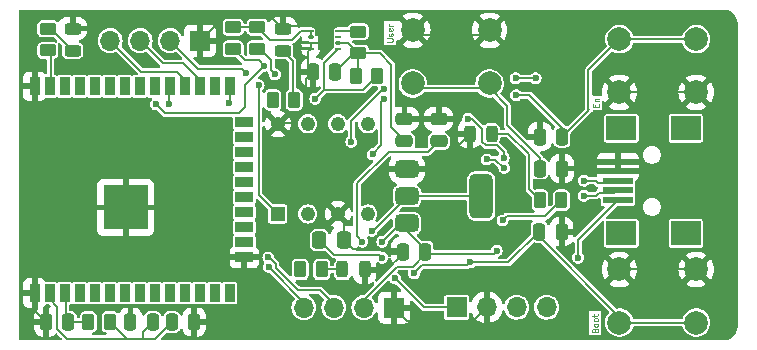
<source format=gbr>
%TF.GenerationSoftware,KiCad,Pcbnew,8.0.4*%
%TF.CreationDate,2025-01-11T15:27:39+03:00*%
%TF.ProjectId,IoT Project,496f5420-5072-46f6-9a65-63742e6b6963,rev?*%
%TF.SameCoordinates,Original*%
%TF.FileFunction,Copper,L1,Top*%
%TF.FilePolarity,Positive*%
%FSLAX46Y46*%
G04 Gerber Fmt 4.6, Leading zero omitted, Abs format (unit mm)*
G04 Created by KiCad (PCBNEW 8.0.4) date 2025-01-11 15:27:39*
%MOMM*%
%LPD*%
G01*
G04 APERTURE LIST*
G04 Aperture macros list*
%AMRoundRect*
0 Rectangle with rounded corners*
0 $1 Rounding radius*
0 $2 $3 $4 $5 $6 $7 $8 $9 X,Y pos of 4 corners*
0 Add a 4 corners polygon primitive as box body*
4,1,4,$2,$3,$4,$5,$6,$7,$8,$9,$2,$3,0*
0 Add four circle primitives for the rounded corners*
1,1,$1+$1,$2,$3*
1,1,$1+$1,$4,$5*
1,1,$1+$1,$6,$7*
1,1,$1+$1,$8,$9*
0 Add four rect primitives between the rounded corners*
20,1,$1+$1,$2,$3,$4,$5,0*
20,1,$1+$1,$4,$5,$6,$7,0*
20,1,$1+$1,$6,$7,$8,$9,0*
20,1,$1+$1,$8,$9,$2,$3,0*%
%AMFreePoly0*
4,1,6,0.500000,-0.850000,-0.500000,-0.850000,-0.500000,0.550000,-0.200000,0.850000,0.500000,0.850000,0.500000,-0.850000,0.500000,-0.850000,$1*%
G04 Aperture macros list end*
%ADD10C,0.100000*%
%TA.AperFunction,NonConductor*%
%ADD11C,0.100000*%
%TD*%
%TA.AperFunction,SMDPad,CuDef*%
%ADD12RoundRect,0.250000X0.250000X0.475000X-0.250000X0.475000X-0.250000X-0.475000X0.250000X-0.475000X0*%
%TD*%
%TA.AperFunction,SMDPad,CuDef*%
%ADD13RoundRect,0.250000X-0.262500X-0.450000X0.262500X-0.450000X0.262500X0.450000X-0.262500X0.450000X0*%
%TD*%
%TA.AperFunction,SMDPad,CuDef*%
%ADD14RoundRect,0.250000X0.475000X-0.250000X0.475000X0.250000X-0.475000X0.250000X-0.475000X-0.250000X0*%
%TD*%
%TA.AperFunction,SMDPad,CuDef*%
%ADD15RoundRect,0.250000X-0.250000X-0.475000X0.250000X-0.475000X0.250000X0.475000X-0.250000X0.475000X0*%
%TD*%
%TA.AperFunction,ComponentPad*%
%ADD16C,2.000000*%
%TD*%
%TA.AperFunction,SMDPad,CuDef*%
%ADD17RoundRect,0.250000X0.450000X-0.262500X0.450000X0.262500X-0.450000X0.262500X-0.450000X-0.262500X0*%
%TD*%
%TA.AperFunction,SMDPad,CuDef*%
%ADD18RoundRect,0.250000X0.262500X0.450000X-0.262500X0.450000X-0.262500X-0.450000X0.262500X-0.450000X0*%
%TD*%
%TA.AperFunction,SMDPad,CuDef*%
%ADD19RoundRect,0.375000X-0.625000X-0.375000X0.625000X-0.375000X0.625000X0.375000X-0.625000X0.375000X0*%
%TD*%
%TA.AperFunction,SMDPad,CuDef*%
%ADD20RoundRect,0.500000X-0.500000X-1.400000X0.500000X-1.400000X0.500000X1.400000X-0.500000X1.400000X0*%
%TD*%
%TA.AperFunction,ComponentPad*%
%ADD21R,1.700000X1.700000*%
%TD*%
%TA.AperFunction,ComponentPad*%
%ADD22O,1.700000X1.700000*%
%TD*%
%TA.AperFunction,ComponentPad*%
%ADD23R,1.220000X1.220000*%
%TD*%
%TA.AperFunction,ComponentPad*%
%ADD24C,1.220000*%
%TD*%
%TA.AperFunction,SMDPad,CuDef*%
%ADD25RoundRect,0.250000X-0.475000X0.250000X-0.475000X-0.250000X0.475000X-0.250000X0.475000X0.250000X0*%
%TD*%
%TA.AperFunction,SMDPad,CuDef*%
%ADD26RoundRect,0.250000X0.337500X0.475000X-0.337500X0.475000X-0.337500X-0.475000X0.337500X-0.475000X0*%
%TD*%
%TA.AperFunction,SMDPad,CuDef*%
%ADD27RoundRect,0.243750X0.243750X0.456250X-0.243750X0.456250X-0.243750X-0.456250X0.243750X-0.456250X0*%
%TD*%
%TA.AperFunction,SMDPad,CuDef*%
%ADD28R,0.550000X0.250000*%
%TD*%
%TA.AperFunction,SMDPad,CuDef*%
%ADD29FreePoly0,180.000000*%
%TD*%
%TA.AperFunction,SMDPad,CuDef*%
%ADD30R,0.900000X1.500000*%
%TD*%
%TA.AperFunction,SMDPad,CuDef*%
%ADD31R,1.500000X0.900000*%
%TD*%
%TA.AperFunction,SMDPad,CuDef*%
%ADD32R,0.900000X0.900000*%
%TD*%
%TA.AperFunction,HeatsinkPad*%
%ADD33C,0.600000*%
%TD*%
%TA.AperFunction,SMDPad,CuDef*%
%ADD34R,3.800000X3.800000*%
%TD*%
%TA.AperFunction,SMDPad,CuDef*%
%ADD35RoundRect,0.243750X-0.243750X-0.456250X0.243750X-0.456250X0.243750X0.456250X-0.243750X0.456250X0*%
%TD*%
%TA.AperFunction,SMDPad,CuDef*%
%ADD36R,2.500000X0.600000*%
%TD*%
%TA.AperFunction,SMDPad,CuDef*%
%ADD37R,2.500000X2.000000*%
%TD*%
%TA.AperFunction,SMDPad,CuDef*%
%ADD38RoundRect,0.243750X-0.456250X0.243750X-0.456250X-0.243750X0.456250X-0.243750X0.456250X0.243750X0*%
%TD*%
%TA.AperFunction,ViaPad*%
%ADD39C,0.600000*%
%TD*%
%TA.AperFunction,ViaPad*%
%ADD40C,0.400000*%
%TD*%
%TA.AperFunction,Conductor*%
%ADD41C,0.200000*%
%TD*%
G04 APERTURE END LIST*
D10*
D11*
X127808609Y-58715163D02*
X128213371Y-58715163D01*
X128213371Y-58715163D02*
X128260990Y-58691353D01*
X128260990Y-58691353D02*
X128284800Y-58667544D01*
X128284800Y-58667544D02*
X128308609Y-58619925D01*
X128308609Y-58619925D02*
X128308609Y-58524687D01*
X128308609Y-58524687D02*
X128284800Y-58477068D01*
X128284800Y-58477068D02*
X128260990Y-58453258D01*
X128260990Y-58453258D02*
X128213371Y-58429449D01*
X128213371Y-58429449D02*
X127808609Y-58429449D01*
X128284800Y-58215162D02*
X128308609Y-58167543D01*
X128308609Y-58167543D02*
X128308609Y-58072305D01*
X128308609Y-58072305D02*
X128284800Y-58024686D01*
X128284800Y-58024686D02*
X128237180Y-58000877D01*
X128237180Y-58000877D02*
X128213371Y-58000877D01*
X128213371Y-58000877D02*
X128165752Y-58024686D01*
X128165752Y-58024686D02*
X128141942Y-58072305D01*
X128141942Y-58072305D02*
X128141942Y-58143734D01*
X128141942Y-58143734D02*
X128118133Y-58191353D01*
X128118133Y-58191353D02*
X128070514Y-58215162D01*
X128070514Y-58215162D02*
X128046704Y-58215162D01*
X128046704Y-58215162D02*
X127999085Y-58191353D01*
X127999085Y-58191353D02*
X127975276Y-58143734D01*
X127975276Y-58143734D02*
X127975276Y-58072305D01*
X127975276Y-58072305D02*
X127999085Y-58024686D01*
X128284800Y-57596115D02*
X128308609Y-57643734D01*
X128308609Y-57643734D02*
X128308609Y-57738972D01*
X128308609Y-57738972D02*
X128284800Y-57786591D01*
X128284800Y-57786591D02*
X128237180Y-57810400D01*
X128237180Y-57810400D02*
X128046704Y-57810400D01*
X128046704Y-57810400D02*
X127999085Y-57786591D01*
X127999085Y-57786591D02*
X127975276Y-57738972D01*
X127975276Y-57738972D02*
X127975276Y-57643734D01*
X127975276Y-57643734D02*
X127999085Y-57596115D01*
X127999085Y-57596115D02*
X128046704Y-57572305D01*
X128046704Y-57572305D02*
X128094323Y-57572305D01*
X128094323Y-57572305D02*
X128141942Y-57810400D01*
X128308609Y-57358020D02*
X127975276Y-57358020D01*
X128070514Y-57358020D02*
X128022895Y-57334210D01*
X128022895Y-57334210D02*
X127999085Y-57310401D01*
X127999085Y-57310401D02*
X127975276Y-57262782D01*
X127975276Y-57262782D02*
X127975276Y-57215163D01*
D10*
D11*
X145421704Y-83148496D02*
X145445514Y-83077068D01*
X145445514Y-83077068D02*
X145469323Y-83053258D01*
X145469323Y-83053258D02*
X145516942Y-83029449D01*
X145516942Y-83029449D02*
X145588371Y-83029449D01*
X145588371Y-83029449D02*
X145635990Y-83053258D01*
X145635990Y-83053258D02*
X145659800Y-83077068D01*
X145659800Y-83077068D02*
X145683609Y-83124687D01*
X145683609Y-83124687D02*
X145683609Y-83315163D01*
X145683609Y-83315163D02*
X145183609Y-83315163D01*
X145183609Y-83315163D02*
X145183609Y-83148496D01*
X145183609Y-83148496D02*
X145207419Y-83100877D01*
X145207419Y-83100877D02*
X145231228Y-83077068D01*
X145231228Y-83077068D02*
X145278847Y-83053258D01*
X145278847Y-83053258D02*
X145326466Y-83053258D01*
X145326466Y-83053258D02*
X145374085Y-83077068D01*
X145374085Y-83077068D02*
X145397895Y-83100877D01*
X145397895Y-83100877D02*
X145421704Y-83148496D01*
X145421704Y-83148496D02*
X145421704Y-83315163D01*
X145683609Y-82743734D02*
X145659800Y-82791353D01*
X145659800Y-82791353D02*
X145635990Y-82815163D01*
X145635990Y-82815163D02*
X145588371Y-82838972D01*
X145588371Y-82838972D02*
X145445514Y-82838972D01*
X145445514Y-82838972D02*
X145397895Y-82815163D01*
X145397895Y-82815163D02*
X145374085Y-82791353D01*
X145374085Y-82791353D02*
X145350276Y-82743734D01*
X145350276Y-82743734D02*
X145350276Y-82672306D01*
X145350276Y-82672306D02*
X145374085Y-82624687D01*
X145374085Y-82624687D02*
X145397895Y-82600877D01*
X145397895Y-82600877D02*
X145445514Y-82577068D01*
X145445514Y-82577068D02*
X145588371Y-82577068D01*
X145588371Y-82577068D02*
X145635990Y-82600877D01*
X145635990Y-82600877D02*
X145659800Y-82624687D01*
X145659800Y-82624687D02*
X145683609Y-82672306D01*
X145683609Y-82672306D02*
X145683609Y-82743734D01*
X145683609Y-82291353D02*
X145659800Y-82338972D01*
X145659800Y-82338972D02*
X145635990Y-82362782D01*
X145635990Y-82362782D02*
X145588371Y-82386591D01*
X145588371Y-82386591D02*
X145445514Y-82386591D01*
X145445514Y-82386591D02*
X145397895Y-82362782D01*
X145397895Y-82362782D02*
X145374085Y-82338972D01*
X145374085Y-82338972D02*
X145350276Y-82291353D01*
X145350276Y-82291353D02*
X145350276Y-82219925D01*
X145350276Y-82219925D02*
X145374085Y-82172306D01*
X145374085Y-82172306D02*
X145397895Y-82148496D01*
X145397895Y-82148496D02*
X145445514Y-82124687D01*
X145445514Y-82124687D02*
X145588371Y-82124687D01*
X145588371Y-82124687D02*
X145635990Y-82148496D01*
X145635990Y-82148496D02*
X145659800Y-82172306D01*
X145659800Y-82172306D02*
X145683609Y-82219925D01*
X145683609Y-82219925D02*
X145683609Y-82291353D01*
X145350276Y-81981829D02*
X145350276Y-81791353D01*
X145183609Y-81910401D02*
X145612180Y-81910401D01*
X145612180Y-81910401D02*
X145659800Y-81886591D01*
X145659800Y-81886591D02*
X145683609Y-81838972D01*
X145683609Y-81838972D02*
X145683609Y-81791353D01*
D10*
D11*
X145471704Y-64215163D02*
X145471704Y-64048496D01*
X145733609Y-63977068D02*
X145733609Y-64215163D01*
X145733609Y-64215163D02*
X145233609Y-64215163D01*
X145233609Y-64215163D02*
X145233609Y-63977068D01*
X145400276Y-63762782D02*
X145733609Y-63762782D01*
X145447895Y-63762782D02*
X145424085Y-63738972D01*
X145424085Y-63738972D02*
X145400276Y-63691353D01*
X145400276Y-63691353D02*
X145400276Y-63619925D01*
X145400276Y-63619925D02*
X145424085Y-63572306D01*
X145424085Y-63572306D02*
X145471704Y-63548496D01*
X145471704Y-63548496D02*
X145733609Y-63548496D01*
D12*
%TO.P,C1,1*%
%TO.N,5V*%
X131050000Y-76500000D03*
%TO.P,C1,2*%
%TO.N,GND*%
X129150000Y-76500000D03*
%TD*%
D13*
%TO.P,R7,1*%
%TO.N,Net-(U3-IO12)*%
X120475000Y-78000000D03*
%TO.P,R7,2*%
%TO.N,Net-(D5-A)*%
X122300000Y-78000000D03*
%TD*%
D14*
%TO.P,C2,1*%
%TO.N,3V3*%
X129300000Y-67150000D03*
%TO.P,C2,2*%
%TO.N,GND*%
X129300000Y-65250000D03*
%TD*%
D15*
%TO.P,C8,1*%
%TO.N,GND*%
X106100000Y-82450000D03*
%TO.P,C8,2*%
%TO.N,3V3*%
X108000000Y-82450000D03*
%TD*%
%TO.P,C6,1*%
%TO.N,GND*%
X98950000Y-82450000D03*
%TO.P,C6,2*%
%TO.N,ESP_EN*%
X100850000Y-82450000D03*
%TD*%
D16*
%TO.P,SW3,1,1*%
%TO.N,GND*%
X130000000Y-57750000D03*
X136500000Y-57750000D03*
%TO.P,SW3,2,2*%
%TO.N,/BTN*%
X130000000Y-62250000D03*
X136500000Y-62250000D03*
%TD*%
D17*
%TO.P,R5,1*%
%TO.N,Net-(U3-IO23)*%
X99100000Y-59450000D03*
%TO.P,R5,2*%
%TO.N,Net-(D3-A)*%
X99100000Y-57625000D03*
%TD*%
D18*
%TO.P,R2,1*%
%TO.N,3V3*%
X104362500Y-82420000D03*
%TO.P,R2,2*%
%TO.N,ESP_EN*%
X102537500Y-82420000D03*
%TD*%
D19*
%TO.P,U1,1,GND*%
%TO.N,GND*%
X129500000Y-69500000D03*
%TO.P,U1,2,VO*%
%TO.N,3V3*%
X129500000Y-71800000D03*
D20*
X135800000Y-71800000D03*
D19*
%TO.P,U1,3,VI*%
%TO.N,5V*%
X129500000Y-74100000D03*
%TD*%
D21*
%TO.P,J3,1,Pin_1*%
%TO.N,GND*%
X128400000Y-81225000D03*
D22*
%TO.P,J3,2,Pin_2*%
%TO.N,5V*%
X125860000Y-81225000D03*
%TO.P,J3,3,Pin_3*%
%TO.N,/RXD1*%
X123320000Y-81225000D03*
%TO.P,J3,4,Pin_4*%
%TO.N,/TXD1*%
X120780000Y-81225000D03*
%TD*%
D16*
%TO.P,SW1,1,1*%
%TO.N,GND*%
X154000000Y-63000000D03*
X147500000Y-63000000D03*
%TO.P,SW1,2,2*%
%TO.N,ESP_EN*%
X154000000Y-58500000D03*
X147500000Y-58500000D03*
%TD*%
D23*
%TO.P,U4,1,VS*%
%TO.N,5V*%
X118572500Y-73300000D03*
D24*
%TO.P,U4,2,-IN*%
%TO.N,unconnected-(U4--IN-Pad2)*%
X121112500Y-73300000D03*
%TO.P,U4,3,-V*%
%TO.N,GND*%
X123652500Y-73300000D03*
%TO.P,U4,4,1MOHM_FB*%
%TO.N,/ADC0*%
X126192500Y-73300000D03*
%TO.P,U4,5,OUTPUT*%
X126192500Y-65670000D03*
%TO.P,U4,6*%
%TO.N,N/C*%
X123652500Y-65670000D03*
%TO.P,U4,7*%
X121112500Y-65670000D03*
%TO.P,U4,8,COMMON*%
%TO.N,GND*%
X118572500Y-65670000D03*
%TD*%
D12*
%TO.P,C7,1*%
%TO.N,GND*%
X111500000Y-82450000D03*
%TO.P,C7,2*%
%TO.N,3V3*%
X109600000Y-82450000D03*
%TD*%
D25*
%TO.P,C4,1*%
%TO.N,GND*%
X132200000Y-65250000D03*
%TO.P,C4,2*%
%TO.N,ESP_EN*%
X132200000Y-67150000D03*
%TD*%
D26*
%TO.P,C11,1*%
%TO.N,GND*%
X124165000Y-75515000D03*
%TO.P,C11,2*%
%TO.N,5V*%
X122090000Y-75515000D03*
%TD*%
D21*
%TO.P,J4,1,Pin_1*%
%TO.N,3V3*%
X133720000Y-81200000D03*
D22*
%TO.P,J4,2,Pin_2*%
%TO.N,GND*%
X136260000Y-81200000D03*
%TO.P,J4,3,Pin_3*%
%TO.N,/SCL*%
X138800000Y-81200000D03*
%TO.P,J4,4,Pin_4*%
%TO.N,/SDA*%
X141340000Y-81200000D03*
%TD*%
D16*
%TO.P,SW2,1,1*%
%TO.N,GND*%
X147500000Y-78000000D03*
X154000000Y-78000000D03*
%TO.P,SW2,2,2*%
%TO.N,ESP_IO0*%
X147500000Y-82500000D03*
X154000000Y-82500000D03*
%TD*%
D27*
%TO.P,D5,1,K*%
%TO.N,GND*%
X125925000Y-78000000D03*
%TO.P,D5,2,A*%
%TO.N,Net-(D5-A)*%
X124050000Y-78000000D03*
%TD*%
D17*
%TO.P,R9,1*%
%TO.N,3V3*%
X125400000Y-59687500D03*
%TO.P,R9,2*%
%TO.N,/SCL*%
X125400000Y-57862500D03*
%TD*%
D18*
%TO.P,R1,1*%
%TO.N,5V*%
X142592500Y-72126666D03*
%TO.P,R1,2*%
%TO.N,Net-(D1-A)*%
X140767500Y-72126666D03*
%TD*%
D12*
%TO.P,C10,1*%
%TO.N,GND*%
X142650000Y-69453333D03*
%TO.P,C10,2*%
%TO.N,/BTN*%
X140750000Y-69453333D03*
%TD*%
D21*
%TO.P,J2,1,Pin_1*%
%TO.N,GND*%
X112000000Y-58625000D03*
D22*
%TO.P,J2,2,Pin_2*%
%TO.N,5V*%
X109460000Y-58625000D03*
%TO.P,J2,3,Pin_3*%
%TO.N,/RXD2*%
X106920000Y-58625000D03*
%TO.P,J2,4,Pin_4*%
%TO.N,/TXD2*%
X104380000Y-58625000D03*
%TD*%
D15*
%TO.P,C12,1*%
%TO.N,GND*%
X121550000Y-61300000D03*
%TO.P,C12,2*%
%TO.N,3V3*%
X123450000Y-61300000D03*
%TD*%
%TO.P,C5,1*%
%TO.N,GND*%
X140750000Y-66750000D03*
%TO.P,C5,2*%
%TO.N,ESP_EN*%
X142650000Y-66750000D03*
%TD*%
D13*
%TO.P,R6,1*%
%TO.N,Net-(U3-IO5)*%
X118137500Y-63650000D03*
%TO.P,R6,2*%
%TO.N,Net-(D4-A)*%
X119962500Y-63650000D03*
%TD*%
D17*
%TO.P,R4,1*%
%TO.N,/SCL*%
X114800000Y-59325000D03*
%TO.P,R4,2*%
%TO.N,3V3*%
X114800000Y-57500000D03*
%TD*%
D28*
%TO.P,U5,1,SDA*%
%TO.N,/SDA*%
X123700000Y-59300000D03*
%TO.P,U5,2,ADDR*%
%TO.N,3V3*%
X123700000Y-58800000D03*
%TO.P,U5,3,ALERT*%
%TO.N,unconnected-(U5-ALERT-Pad3)*%
X123700000Y-58300000D03*
%TO.P,U5,4,SCL*%
%TO.N,/SCL*%
X123700000Y-57800000D03*
%TO.P,U5,5,VDD*%
%TO.N,3V3*%
X121350000Y-57800000D03*
%TO.P,U5,6,~{RESET}*%
X121350000Y-58300000D03*
%TO.P,U5,7,R*%
%TO.N,GND*%
X121350000Y-58800000D03*
%TO.P,U5,8,VSS*%
X121350000Y-59300000D03*
D29*
%TO.P,U5,9,VSS*%
X122525000Y-58550000D03*
%TD*%
D30*
%TO.P,U3,1,GND*%
%TO.N,GND*%
X97980000Y-80000000D03*
%TO.P,U3,2,VDD*%
%TO.N,3V3*%
X99250000Y-80000000D03*
%TO.P,U3,3,EN*%
%TO.N,ESP_EN*%
X100520000Y-80000000D03*
%TO.P,U3,4,SENSOR_VP*%
%TO.N,unconnected-(U3-SENSOR_VP-Pad4)*%
X101790000Y-80000000D03*
%TO.P,U3,5,SENSOR_VN*%
%TO.N,unconnected-(U3-SENSOR_VN-Pad5)*%
X103060000Y-80000000D03*
%TO.P,U3,6,IO34*%
%TO.N,/ADC0*%
X104330000Y-80000000D03*
%TO.P,U3,7,IO35*%
%TO.N,unconnected-(U3-IO35-Pad7)*%
X105600000Y-80000000D03*
%TO.P,U3,8,IO32*%
%TO.N,unconnected-(U3-IO32-Pad8)*%
X106870000Y-80000000D03*
%TO.P,U3,9,IO33*%
%TO.N,unconnected-(U3-IO33-Pad9)*%
X108140000Y-80000000D03*
%TO.P,U3,10,IO25*%
%TO.N,unconnected-(U3-IO25-Pad10)*%
X109410000Y-80000000D03*
%TO.P,U3,11,IO26*%
%TO.N,unconnected-(U3-IO26-Pad11)*%
X110680000Y-80000000D03*
%TO.P,U3,12,IO27*%
%TO.N,/BTN*%
X111950000Y-80000000D03*
%TO.P,U3,13,IO14*%
%TO.N,unconnected-(U3-IO14-Pad13)*%
X113220000Y-80000000D03*
%TO.P,U3,14,IO12*%
%TO.N,Net-(U3-IO12)*%
X114490000Y-80000000D03*
D31*
%TO.P,U3,15,GND*%
%TO.N,GND*%
X115740000Y-76960000D03*
%TO.P,U3,16,IO13*%
%TO.N,unconnected-(U3-IO13-Pad16)*%
X115740000Y-75690000D03*
%TO.P,U3,17,SHD/SD2*%
%TO.N,/RXD1*%
X115740000Y-74420000D03*
%TO.P,U3,18,SWP/SD3*%
%TO.N,/TXD1*%
X115740000Y-73150000D03*
%TO.P,U3,19,SCS/CMD*%
%TO.N,unconnected-(U3-SCS{slash}CMD-Pad19)*%
X115740000Y-71880000D03*
%TO.P,U3,20,SCK/CLK*%
%TO.N,unconnected-(U3-SCK{slash}CLK-Pad20)*%
X115740000Y-70610000D03*
%TO.P,U3,21,SDO/SD0*%
%TO.N,unconnected-(U3-SDO{slash}SD0-Pad21)*%
X115740000Y-69340000D03*
%TO.P,U3,22,SDI/SD1*%
%TO.N,unconnected-(U3-SDI{slash}SD1-Pad22)*%
X115740000Y-68070000D03*
%TO.P,U3,23,IO15*%
%TO.N,unconnected-(U3-IO15-Pad23)*%
X115740000Y-66800000D03*
%TO.P,U3,24,IO2*%
%TO.N,unconnected-(U3-IO2-Pad24)*%
X115740000Y-65530000D03*
D30*
%TO.P,U3,25,IO0*%
%TO.N,ESP_IO0*%
X114490000Y-62500000D03*
%TO.P,U3,26,IO4*%
%TO.N,unconnected-(U3-IO4-Pad26)*%
X113220000Y-62500000D03*
%TO.P,U3,27,IO16*%
%TO.N,/RXD2*%
X111950000Y-62500000D03*
%TO.P,U3,28,IO17*%
%TO.N,/TXD2*%
X110680000Y-62500000D03*
%TO.P,U3,29,IO5*%
%TO.N,Net-(U3-IO5)*%
X109410000Y-62500000D03*
%TO.P,U3,30,IO18*%
%TO.N,unconnected-(U3-IO18-Pad30)*%
X108140000Y-62500000D03*
%TO.P,U3,31,IO19*%
%TO.N,unconnected-(U3-IO19-Pad31)*%
X106870000Y-62500000D03*
%TO.P,U3,32,NC*%
%TO.N,unconnected-(U3-NC-Pad32)*%
X105600000Y-62500000D03*
%TO.P,U3,33,IO21*%
%TO.N,/SDA*%
X104330000Y-62500000D03*
%TO.P,U3,34,RXD0/IO3*%
%TO.N,RXD0*%
X103060000Y-62500000D03*
%TO.P,U3,35,TXD0/IO1*%
%TO.N,TXD0*%
X101790000Y-62500000D03*
%TO.P,U3,36,IO22*%
%TO.N,/SCL*%
X100520000Y-62500000D03*
%TO.P,U3,37,IO23*%
%TO.N,Net-(U3-IO23)*%
X99250000Y-62500000D03*
%TO.P,U3,38,GND*%
%TO.N,GND*%
X97980000Y-62500000D03*
D32*
%TO.P,U3,39,GND*%
X104300000Y-74150000D03*
D33*
X105000000Y-74150000D03*
D32*
X105700000Y-74150000D03*
D33*
X106400000Y-74150000D03*
D32*
X107100000Y-74150000D03*
D33*
X104300000Y-73450000D03*
X105700000Y-73450000D03*
X107100000Y-73450000D03*
X105000000Y-72775000D03*
X106400000Y-72775000D03*
D32*
X104300000Y-72750000D03*
X105700000Y-72750000D03*
D34*
X105700000Y-72750000D03*
D32*
X107100000Y-72750000D03*
D33*
X104300000Y-72050000D03*
X105700000Y-72050000D03*
X107100000Y-72050000D03*
D32*
X104300000Y-71350000D03*
D33*
X105000000Y-71350000D03*
D32*
X105700000Y-71350000D03*
D33*
X106400000Y-71350000D03*
D32*
X107100000Y-71350000D03*
%TD*%
D12*
%TO.P,C9,1*%
%TO.N,GND*%
X142600000Y-74800000D03*
%TO.P,C9,2*%
%TO.N,ESP_IO0*%
X140700000Y-74800000D03*
%TD*%
D35*
%TO.P,D1,1,K*%
%TO.N,GND*%
X134812500Y-66500000D03*
%TO.P,D1,2,A*%
%TO.N,Net-(D1-A)*%
X136687500Y-66500000D03*
%TD*%
D17*
%TO.P,R3,1*%
%TO.N,/SDA*%
X116850000Y-59325000D03*
%TO.P,R3,2*%
%TO.N,3V3*%
X116850000Y-57500000D03*
%TD*%
D36*
%TO.P,J1,1,VBUS*%
%TO.N,Net-(D2-A)*%
X147370000Y-72100000D03*
%TO.P,J1,2,D-*%
%TO.N,/USB_N*%
X147370000Y-71300000D03*
%TO.P,J1,3,D+*%
%TO.N,/USB_P*%
X147370000Y-70500000D03*
%TO.P,J1,4,ID*%
%TO.N,GND*%
X147370000Y-69700000D03*
%TO.P,J1,5,GND*%
X147370000Y-68900000D03*
D37*
%TO.P,J1,S1*%
%TO.N,N/C*%
X147670000Y-74950000D03*
%TO.P,J1,S2*%
X147670000Y-66050000D03*
%TO.P,J1,S3*%
X153120000Y-66050000D03*
%TO.P,J1,S4*%
X153120000Y-74950000D03*
%TD*%
D38*
%TO.P,D3,1,K*%
%TO.N,GND*%
X101200000Y-57600000D03*
%TO.P,D3,2,A*%
%TO.N,Net-(D3-A)*%
X101200000Y-59475000D03*
%TD*%
%TO.P,D4,1,K*%
%TO.N,GND*%
X119000000Y-57625000D03*
%TO.P,D4,2,A*%
%TO.N,Net-(D4-A)*%
X119000000Y-59500000D03*
%TD*%
D13*
%TO.P,R8,1*%
%TO.N,3V3*%
X125175000Y-61600000D03*
%TO.P,R8,2*%
%TO.N,/SDA*%
X127000000Y-61600000D03*
%TD*%
D39*
%TO.N,GND*%
X111500000Y-82450000D03*
X101200000Y-57600000D03*
X106112500Y-82400000D03*
X115750000Y-76950000D03*
X97980000Y-62500000D03*
%TO.N,5V*%
X127425000Y-77000000D03*
X137100000Y-76400000D03*
X122090000Y-75515000D03*
X115900000Y-61350000D03*
X127425000Y-75650000D03*
X116950000Y-62400000D03*
X137600000Y-73850000D03*
%TO.N,ESP_EN*%
X102562500Y-82450000D03*
X125741303Y-75650000D03*
X132200000Y-67150000D03*
X138750000Y-63250000D03*
%TO.N,ESP_IO0*%
X114400000Y-63900000D03*
X130117670Y-78338349D03*
X134875000Y-77400000D03*
%TO.N,/BTN*%
X127579994Y-62734520D03*
X124800000Y-67200000D03*
X111950000Y-80000000D03*
D40*
%TO.N,3V3*%
X121350000Y-58300000D03*
X123700000Y-58800000D03*
D39*
X109600000Y-82450000D03*
X126525000Y-74725000D03*
X128507108Y-78757108D03*
X129500000Y-71800000D03*
X129300000Y-67100000D03*
%TO.N,Net-(D2-A)*%
X144000000Y-77000000D03*
%TO.N,/RXD1*%
X117765437Y-76983093D03*
X115740000Y-74420000D03*
%TO.N,/TXD1*%
X117800000Y-77782346D03*
X115740000Y-73150000D03*
%TO.N,/SCL*%
X126595000Y-68250000D03*
X125400000Y-57900000D03*
X127600000Y-63534272D03*
X108250000Y-64000000D03*
X117400000Y-60750000D03*
X100520000Y-62500000D03*
X114800000Y-59325000D03*
%TO.N,/SDA*%
X104330000Y-62500000D03*
X118325735Y-61474265D03*
X121750000Y-63550000D03*
%TO.N,Net-(Q1-G)*%
X137750000Y-69400000D03*
X136256671Y-68681671D03*
%TO.N,Net-(Q1-S)*%
X134700000Y-65250000D03*
X137700000Y-68550000D03*
%TO.N,Net-(U3-IO5)*%
X118031250Y-63756250D03*
X109400000Y-64000000D03*
%TO.N,Net-(U3-IO12)*%
X120475000Y-78000000D03*
X114490000Y-80000000D03*
%TO.N,RXD0*%
X103060000Y-62500000D03*
X138700735Y-61799265D03*
X140399632Y-61801102D03*
%TO.N,TXD0*%
X101790000Y-62500000D03*
%TO.N,/ADC0*%
X104330000Y-80000000D03*
%TO.N,/USB_N*%
X144475000Y-71750000D03*
%TO.N,/USB_P*%
X144475000Y-70480000D03*
%TD*%
D41*
%TO.N,GND*%
X125925000Y-77600000D02*
X126025000Y-77500000D01*
X118062500Y-56687500D02*
X119000000Y-57625000D01*
X129150000Y-76700000D02*
X129150000Y-76500000D01*
X121550000Y-61300000D02*
X121150000Y-60900000D01*
X126175000Y-78250000D02*
X127600000Y-78250000D01*
X98950000Y-82450000D02*
X97980000Y-81480000D01*
X121550000Y-61300000D02*
X121000000Y-61850000D01*
X112000000Y-58625000D02*
X113937500Y-56687500D01*
X129300000Y-65250000D02*
X132200000Y-65250000D01*
X129525000Y-82350000D02*
X135110000Y-82350000D01*
X124165000Y-73812500D02*
X123652500Y-73300000D01*
X122275000Y-58800000D02*
X121350000Y-58800000D01*
X124165000Y-75515000D02*
X124165000Y-73812500D01*
X119675000Y-65575000D02*
X118375000Y-65575000D01*
X124165000Y-75515000D02*
X124900000Y-76250000D01*
X121000000Y-61850000D02*
X121000000Y-64250000D01*
X129500000Y-69500000D02*
X131812500Y-69500000D01*
X122525000Y-58550000D02*
X122275000Y-58800000D01*
X136500000Y-58175000D02*
X130000000Y-58175000D01*
X125925000Y-78000000D02*
X126175000Y-78250000D01*
X122525000Y-58550000D02*
X122525000Y-57695000D01*
X113937500Y-56687500D02*
X118062500Y-56687500D01*
X131812500Y-69500000D02*
X134812500Y-66500000D01*
X135110000Y-82350000D02*
X136260000Y-81200000D01*
X147500000Y-63000000D02*
X154000000Y-63000000D01*
X119275000Y-57350000D02*
X119000000Y-57625000D01*
X147500000Y-78000000D02*
X154000000Y-78000000D01*
X121350000Y-58800000D02*
X121350000Y-59300000D01*
X128900000Y-76250000D02*
X129150000Y-76500000D01*
X121000000Y-64250000D02*
X119675000Y-65575000D01*
X127600000Y-78250000D02*
X129150000Y-76700000D01*
X122180000Y-57350000D02*
X119275000Y-57350000D01*
X121150000Y-59500000D02*
X121350000Y-59300000D01*
X121150000Y-60900000D02*
X121150000Y-59500000D01*
X97980000Y-81480000D02*
X97980000Y-80000000D01*
X128400000Y-81225000D02*
X129525000Y-82350000D01*
X122525000Y-57695000D02*
X122180000Y-57350000D01*
X124900000Y-76250000D02*
X128900000Y-76250000D01*
%TO.N,5V*%
X127175000Y-76750000D02*
X123325000Y-76750000D01*
X118572500Y-73300000D02*
X116950000Y-71677500D01*
X137950000Y-73500000D02*
X141219166Y-73500000D01*
X130000000Y-77750000D02*
X128665686Y-77750000D01*
X136850000Y-76650000D02*
X137100000Y-76400000D01*
X125860000Y-81225000D02*
X125875000Y-81225000D01*
X129600000Y-74100000D02*
X129600000Y-74850000D01*
X115550000Y-61000000D02*
X115900000Y-61350000D01*
X128975000Y-74100000D02*
X129600000Y-74100000D01*
X109460000Y-58625000D02*
X111835000Y-61000000D01*
X129600000Y-74850000D02*
X131050000Y-76300000D01*
X127425000Y-77000000D02*
X127175000Y-76750000D01*
X131200000Y-76650000D02*
X136850000Y-76650000D01*
X131050000Y-76300000D02*
X131050000Y-76700000D01*
X131050000Y-76500000D02*
X131200000Y-76650000D01*
X125860000Y-80555686D02*
X125860000Y-81225000D01*
X127425000Y-75650000D02*
X128975000Y-74100000D01*
X125875000Y-81225000D02*
X125900000Y-81200000D01*
X131050000Y-76700000D02*
X130000000Y-77750000D01*
X141219166Y-73500000D02*
X142592500Y-72126666D01*
X137600000Y-73850000D02*
X137950000Y-73500000D01*
X116950000Y-62400000D02*
X116950000Y-71677500D01*
X128665686Y-77750000D02*
X125860000Y-80555686D01*
X123325000Y-76750000D02*
X122090000Y-75515000D01*
X111835000Y-61000000D02*
X115550000Y-61000000D01*
%TO.N,ESP_EN*%
X125741303Y-75650000D02*
X125282500Y-75191197D01*
X127950000Y-68050000D02*
X131300000Y-68050000D01*
X144942091Y-64457909D02*
X144878609Y-64394427D01*
X100600000Y-80080000D02*
X100520000Y-80000000D01*
X100600000Y-82200000D02*
X100600000Y-80080000D01*
X142650000Y-66025000D02*
X142650000Y-66750000D01*
X125282500Y-70717500D02*
X127950000Y-68050000D01*
X131300000Y-68050000D02*
X132200000Y-67150000D01*
X144878609Y-61121391D02*
X147500000Y-58500000D01*
X100567500Y-82167500D02*
X100850000Y-82450000D01*
X102537500Y-82425000D02*
X102537500Y-82420000D01*
X138750000Y-63250000D02*
X139875000Y-63250000D01*
X102507500Y-82450000D02*
X102507500Y-82450000D01*
X102562500Y-82450000D02*
X102507500Y-82450000D01*
X102507500Y-82450000D02*
X102512500Y-82445000D01*
X102512500Y-82445000D02*
X102512500Y-82450000D01*
X100850000Y-82450000D02*
X100600000Y-82200000D01*
X154000000Y-58500000D02*
X147500000Y-58500000D01*
X139875000Y-63250000D02*
X142650000Y-66025000D01*
X142650000Y-66750000D02*
X144942091Y-64457909D01*
X100850000Y-82450000D02*
X102507500Y-82450000D01*
X125282500Y-75191197D02*
X125282500Y-70717500D01*
X102562500Y-82450000D02*
X102537500Y-82425000D01*
X144878609Y-64394427D02*
X144878609Y-61121391D01*
X102512500Y-82450000D02*
X102507500Y-82450000D01*
%TO.N,ESP_IO0*%
X114400000Y-63900000D02*
X114490000Y-63810000D01*
X138100000Y-77400000D02*
X134875000Y-77400000D01*
X114490000Y-63810000D02*
X114490000Y-62500000D01*
X130117670Y-78338349D02*
X130806019Y-77650000D01*
X154000000Y-82500000D02*
X147500000Y-82500000D01*
X134625000Y-77650000D02*
X134875000Y-77400000D01*
X140700000Y-75200000D02*
X140700000Y-74800000D01*
X147500000Y-82000000D02*
X140700000Y-75200000D01*
X140700000Y-74800000D02*
X138100000Y-77400000D01*
X147500000Y-82500000D02*
X147500000Y-82000000D01*
X130806019Y-77650000D02*
X134625000Y-77650000D01*
%TO.N,/BTN*%
X127515480Y-62734520D02*
X124800000Y-65450000D01*
X136500000Y-62675000D02*
X130000000Y-62675000D01*
X127579994Y-62734520D02*
X127515480Y-62734520D01*
X140750000Y-69453333D02*
X140750000Y-68550000D01*
X138000000Y-64175000D02*
X136500000Y-62675000D01*
X138000000Y-65800000D02*
X138000000Y-64175000D01*
X124800000Y-65450000D02*
X124800000Y-67200000D01*
X140750000Y-68550000D02*
X138000000Y-65800000D01*
%TO.N,3V3*%
X128200000Y-65950000D02*
X128200000Y-60700000D01*
X129300000Y-67100000D02*
X129300000Y-67050000D01*
X108000000Y-82450000D02*
X107162500Y-83287500D01*
X114800000Y-57500000D02*
X116850000Y-57500000D01*
X125400000Y-59687500D02*
X125400000Y-61375000D01*
X125400000Y-61400000D02*
X125200000Y-61600000D01*
X127187500Y-59687500D02*
X125400000Y-59687500D01*
X133720000Y-81200000D02*
X130950000Y-81200000D01*
X117900000Y-58550000D02*
X119750000Y-58550000D01*
X109600000Y-82450000D02*
X109600000Y-82450000D01*
X120500000Y-57800000D02*
X121350000Y-57800000D01*
X129500000Y-71900000D02*
X129500000Y-71800000D01*
X121350000Y-58300000D02*
X121350000Y-57800000D01*
X129500000Y-71800000D02*
X135800000Y-71800000D01*
X125400000Y-61375000D02*
X125175000Y-61600000D01*
X99250000Y-80530000D02*
X99250000Y-80000000D01*
X119750000Y-58550000D02*
X120500000Y-57800000D01*
X126525000Y-74725000D02*
X126675000Y-74725000D01*
X99900000Y-83009744D02*
X99900000Y-81180000D01*
X129300000Y-67050000D02*
X128200000Y-65950000D01*
X130950000Y-81200000D02*
X128507108Y-78757108D01*
X125062500Y-59687500D02*
X125400000Y-59687500D01*
X108200000Y-83850000D02*
X107162500Y-83850000D01*
X108200000Y-83850000D02*
X109600000Y-82450000D01*
X123700000Y-58800000D02*
X124512500Y-58800000D01*
X129300000Y-67150000D02*
X129300000Y-67100000D01*
X123450000Y-61300000D02*
X125062500Y-59687500D01*
X107162500Y-83287500D02*
X107162500Y-83850000D01*
X124512500Y-58800000D02*
X125400000Y-59687500D01*
X105792500Y-83850000D02*
X100740256Y-83850000D01*
X99900000Y-81180000D02*
X99250000Y-80530000D01*
X126675000Y-74725000D02*
X129500000Y-71900000D01*
X105792500Y-83850000D02*
X104362500Y-82420000D01*
X128200000Y-60700000D02*
X127187500Y-59687500D01*
X116850000Y-57500000D02*
X117900000Y-58550000D01*
X125200000Y-61600000D02*
X125175000Y-61600000D01*
X107162500Y-83850000D02*
X105792500Y-83850000D01*
X100740256Y-83850000D02*
X99900000Y-83009744D01*
%TO.N,Net-(D2-A)*%
X147370000Y-72100000D02*
X144000000Y-75470000D01*
X144000000Y-75470000D02*
X144000000Y-77000000D01*
%TO.N,Net-(D1-A)*%
X138100000Y-66500000D02*
X136687500Y-66500000D01*
X139850000Y-71209166D02*
X139850000Y-68250000D01*
X139850000Y-68250000D02*
X138100000Y-66500000D01*
X140767500Y-72126666D02*
X139850000Y-71209166D01*
%TO.N,/RXD2*%
X108845000Y-60550000D02*
X110550000Y-60550000D01*
X110550000Y-60550000D02*
X112030000Y-62030000D01*
X106820000Y-58525000D02*
X108845000Y-60550000D01*
X112030000Y-62420000D02*
X111950000Y-62500000D01*
X106820000Y-58450000D02*
X106820000Y-58525000D01*
X112030000Y-62030000D02*
X112030000Y-62420000D01*
%TO.N,/TXD2*%
X110000000Y-61250000D02*
X107005000Y-61250000D01*
X107005000Y-61250000D02*
X104380000Y-58625000D01*
X110680000Y-62500000D02*
X110760000Y-62420000D01*
X110760000Y-62420000D02*
X110760000Y-62010000D01*
X110760000Y-62010000D02*
X110000000Y-61250000D01*
%TO.N,/RXD1*%
X117765437Y-76983093D02*
X117849276Y-76983093D01*
X118400000Y-77533817D02*
X118400000Y-77834314D01*
X122150000Y-79750000D02*
X123360000Y-80960000D01*
X117849276Y-76983093D02*
X118400000Y-77533817D01*
X120315686Y-79750000D02*
X122150000Y-79750000D01*
X118400000Y-77834314D02*
X120315686Y-79750000D01*
X123360000Y-80960000D02*
X123360000Y-81200000D01*
%TO.N,/TXD1*%
X117800000Y-77782346D02*
X117800000Y-77800000D01*
X120820000Y-80820000D02*
X120820000Y-81200000D01*
X117800000Y-77800000D02*
X120820000Y-80820000D01*
%TO.N,/SCL*%
X116950000Y-60300000D02*
X115775000Y-60300000D01*
X115270000Y-64780000D02*
X109030000Y-64780000D01*
X127350000Y-67495000D02*
X126595000Y-68250000D01*
X115800000Y-62350000D02*
X115800000Y-64250000D01*
X115800000Y-64250000D02*
X115270000Y-64780000D01*
X109030000Y-64780000D02*
X108250000Y-64000000D01*
X117400000Y-60750000D02*
X115800000Y-62350000D01*
X125400000Y-57862500D02*
X125400000Y-57900000D01*
X115775000Y-60300000D02*
X114800000Y-59325000D01*
X125400000Y-57900000D02*
X125300000Y-57800000D01*
X117400000Y-60750000D02*
X116950000Y-60300000D01*
X125300000Y-57800000D02*
X123700000Y-57800000D01*
X127600000Y-63534272D02*
X127350000Y-63784272D01*
X127350000Y-63784272D02*
X127350000Y-67495000D01*
%TO.N,Net-(D3-A)*%
X99350000Y-57625000D02*
X101200000Y-59475000D01*
X99100000Y-57625000D02*
X99350000Y-57625000D01*
%TO.N,Net-(D4-A)*%
X119850000Y-63650000D02*
X119850000Y-60350000D01*
X119800000Y-63700000D02*
X119850000Y-63650000D01*
X119850000Y-60350000D02*
X119000000Y-59500000D01*
%TO.N,/SDA*%
X118000000Y-61148530D02*
X118000000Y-60250000D01*
X121750000Y-63550000D02*
X122500000Y-62800000D01*
X122500000Y-62800000D02*
X122500000Y-60500000D01*
X125800000Y-62800000D02*
X122500000Y-62800000D01*
X117075000Y-59325000D02*
X116850000Y-59325000D01*
X118325735Y-61474265D02*
X118000000Y-61148530D01*
X118000000Y-60250000D02*
X117075000Y-59325000D01*
X117125000Y-59375000D02*
X116900000Y-59375000D01*
X125800000Y-62800000D02*
X127000000Y-61600000D01*
X122500000Y-60500000D02*
X123700000Y-59300000D01*
%TO.N,Net-(Q1-G)*%
X136275000Y-68700000D02*
X137001471Y-68700000D01*
X137701471Y-69400000D02*
X137750000Y-69400000D01*
X137001471Y-68700000D02*
X137701471Y-69400000D01*
X136256671Y-68681671D02*
X136275000Y-68700000D01*
%TO.N,Net-(D5-A)*%
X122300000Y-78000000D02*
X124050000Y-78000000D01*
%TO.N,Net-(Q1-S)*%
X135900000Y-67188232D02*
X135900000Y-66111768D01*
X136211768Y-67500000D02*
X135900000Y-67188232D01*
X137150000Y-67500000D02*
X136211768Y-67500000D01*
X135900000Y-66111768D02*
X135038232Y-65250000D01*
X137700000Y-68050000D02*
X137150000Y-67500000D01*
X135038232Y-65250000D02*
X134700000Y-65250000D01*
X137700000Y-68550000D02*
X137700000Y-68050000D01*
%TO.N,Net-(U3-IO23)*%
X99330000Y-62420000D02*
X99250000Y-62500000D01*
X99100000Y-59450000D02*
X99330000Y-59680000D01*
X99330000Y-59680000D02*
X99330000Y-62420000D01*
%TO.N,Net-(U3-IO5)*%
X109400000Y-62640000D02*
X109490000Y-62550000D01*
X109400000Y-62510000D02*
X109410000Y-62500000D01*
X109400000Y-64200000D02*
X109400000Y-62510000D01*
%TO.N,RXD0*%
X138702572Y-61801102D02*
X138700735Y-61799265D01*
X140399632Y-61801102D02*
X138702572Y-61801102D01*
%TO.N,/USB_N*%
X147206397Y-71300000D02*
X147006397Y-71500000D01*
X147370000Y-71300000D02*
X147206397Y-71300000D01*
X147006397Y-71500000D02*
X145750000Y-71500000D01*
X145750000Y-71500000D02*
X145500000Y-71750000D01*
X145500000Y-71750000D02*
X144475000Y-71750000D01*
%TO.N,/USB_P*%
X145480000Y-70480000D02*
X144475000Y-70480000D01*
X147370000Y-70500000D02*
X147170000Y-70700000D01*
X147170000Y-70700000D02*
X145700000Y-70700000D01*
X145700000Y-70700000D02*
X145480000Y-70480000D01*
%TD*%
%TA.AperFunction,Conductor*%
%TO.N,GND*%
G36*
X128001325Y-78941844D02*
G01*
X128057258Y-78983716D01*
X128070785Y-79006513D01*
X128081731Y-79030481D01*
X128175980Y-79139251D01*
X128297055Y-79217061D01*
X128297058Y-79217062D01*
X128297057Y-79217062D01*
X128404215Y-79248525D01*
X128432388Y-79256798D01*
X128435144Y-79257607D01*
X128435146Y-79257608D01*
X128531275Y-79257608D01*
X128598314Y-79277293D01*
X128618956Y-79293927D01*
X128988348Y-79663319D01*
X129021833Y-79724642D01*
X129016849Y-79794334D01*
X128974977Y-79850267D01*
X128909513Y-79874684D01*
X128900667Y-79875000D01*
X128650000Y-79875000D01*
X128650000Y-80791988D01*
X128592993Y-80759075D01*
X128465826Y-80725000D01*
X128334174Y-80725000D01*
X128207007Y-80759075D01*
X128150000Y-80791988D01*
X128150000Y-79875000D01*
X127502155Y-79875000D01*
X127442627Y-79881401D01*
X127442620Y-79881403D01*
X127307913Y-79931645D01*
X127307906Y-79931649D01*
X127192812Y-80017809D01*
X127192809Y-80017812D01*
X127106649Y-80132906D01*
X127106645Y-80132913D01*
X127056403Y-80267620D01*
X127056401Y-80267627D01*
X127050000Y-80327155D01*
X127050000Y-80727813D01*
X127030315Y-80794852D01*
X126977511Y-80840607D01*
X126908353Y-80850551D01*
X126844797Y-80821526D01*
X126816642Y-80786267D01*
X126810887Y-80775500D01*
X126737685Y-80638550D01*
X126642382Y-80522422D01*
X126606410Y-80478589D01*
X126577963Y-80455244D01*
X126538628Y-80397498D01*
X126536757Y-80327653D01*
X126568944Y-80271711D01*
X127870312Y-78970343D01*
X127931633Y-78936860D01*
X128001325Y-78941844D01*
G37*
%TD.AperFunction*%
%TA.AperFunction,Conductor*%
G36*
X128218834Y-73708650D02*
G01*
X128274767Y-73750522D01*
X128299184Y-73815986D01*
X128299500Y-73824832D01*
X128299500Y-74299166D01*
X128279815Y-74366205D01*
X128263181Y-74386847D01*
X127536847Y-75113181D01*
X127475524Y-75146666D01*
X127449166Y-75149500D01*
X127353036Y-75149500D01*
X127214949Y-75190045D01*
X127093873Y-75267856D01*
X126999623Y-75376626D01*
X126999622Y-75376628D01*
X126939834Y-75507543D01*
X126919353Y-75650000D01*
X126939834Y-75792456D01*
X126978915Y-75878029D01*
X126999623Y-75923373D01*
X127093872Y-76032143D01*
X127214947Y-76109953D01*
X127214950Y-76109954D01*
X127214949Y-76109954D01*
X127353036Y-76150499D01*
X127353038Y-76150500D01*
X127353039Y-76150500D01*
X127496962Y-76150500D01*
X127496962Y-76150499D01*
X127635053Y-76109953D01*
X127756128Y-76032143D01*
X127850377Y-75923373D01*
X127910165Y-75792457D01*
X127930647Y-75650000D01*
X127929339Y-75640905D01*
X127939279Y-75571749D01*
X127964392Y-75535577D01*
X128481991Y-75017978D01*
X128543312Y-74984495D01*
X128613004Y-74989479D01*
X128617104Y-74991092D01*
X128724764Y-75035687D01*
X128751191Y-75039166D01*
X128815087Y-75067433D01*
X128853558Y-75125757D01*
X128854389Y-75195622D01*
X128817317Y-75254845D01*
X128754111Y-75284624D01*
X128747607Y-75285463D01*
X128747302Y-75285494D01*
X128580880Y-75340641D01*
X128580875Y-75340643D01*
X128431654Y-75432684D01*
X128307684Y-75556654D01*
X128215643Y-75705875D01*
X128215641Y-75705880D01*
X128160494Y-75872302D01*
X128160493Y-75872309D01*
X128150000Y-75975013D01*
X128150000Y-76250000D01*
X129276000Y-76250000D01*
X129343039Y-76269685D01*
X129388794Y-76322489D01*
X129400000Y-76374000D01*
X129400000Y-76626000D01*
X129380315Y-76693039D01*
X129327511Y-76738794D01*
X129276000Y-76750000D01*
X128150001Y-76750000D01*
X128150001Y-76812692D01*
X128130316Y-76879731D01*
X128077512Y-76925486D01*
X128008354Y-76935430D01*
X127944798Y-76906405D01*
X127913207Y-76864204D01*
X127889682Y-76812692D01*
X127850377Y-76726627D01*
X127756128Y-76617857D01*
X127635053Y-76540047D01*
X127635051Y-76540046D01*
X127635049Y-76540045D01*
X127635050Y-76540045D01*
X127496963Y-76499500D01*
X127496961Y-76499500D01*
X127375346Y-76499500D01*
X127313326Y-76482875D01*
X127312835Y-76482591D01*
X127312835Y-76482592D01*
X127312833Y-76482591D01*
X127308218Y-76479926D01*
X127290990Y-76469979D01*
X127290991Y-76469979D01*
X127252775Y-76459739D01*
X127214562Y-76449500D01*
X127214560Y-76449500D01*
X125312061Y-76449500D01*
X125245022Y-76429815D01*
X125199267Y-76377011D01*
X125189323Y-76307853D01*
X125194355Y-76286496D01*
X125242005Y-76142697D01*
X125242005Y-76142695D01*
X125242441Y-76138430D01*
X125268833Y-76073737D01*
X125326010Y-76033581D01*
X125395821Y-76030713D01*
X125432837Y-76046707D01*
X125531250Y-76109953D01*
X125531253Y-76109954D01*
X125531252Y-76109954D01*
X125669339Y-76150499D01*
X125669341Y-76150500D01*
X125669342Y-76150500D01*
X125813265Y-76150500D01*
X125813265Y-76150499D01*
X125951356Y-76109953D01*
X126072431Y-76032143D01*
X126166680Y-75923373D01*
X126226468Y-75792457D01*
X126246950Y-75650000D01*
X126226468Y-75507543D01*
X126166680Y-75376627D01*
X126166677Y-75376624D01*
X126161885Y-75369166D01*
X126163446Y-75368162D01*
X126138993Y-75314610D01*
X126148940Y-75245452D01*
X126194698Y-75192650D01*
X126261738Y-75172969D01*
X126306370Y-75182681D01*
X126306437Y-75182455D01*
X126309600Y-75183383D01*
X126313250Y-75184178D01*
X126314945Y-75184951D01*
X126314947Y-75184953D01*
X126314949Y-75184953D01*
X126314950Y-75184954D01*
X126453036Y-75225499D01*
X126453038Y-75225500D01*
X126453039Y-75225500D01*
X126596962Y-75225500D01*
X126596962Y-75225499D01*
X126717711Y-75190045D01*
X126735050Y-75184954D01*
X126735050Y-75184953D01*
X126735053Y-75184953D01*
X126856128Y-75107143D01*
X126950377Y-74998373D01*
X127010165Y-74867457D01*
X127013132Y-74846813D01*
X127042154Y-74783262D01*
X127048175Y-74776794D01*
X128087819Y-73737151D01*
X128149142Y-73703666D01*
X128218834Y-73708650D01*
G37*
%TD.AperFunction*%
%TA.AperFunction,Conductor*%
G36*
X124597104Y-73891051D02*
G01*
X124597105Y-73891051D01*
X124600280Y-73886848D01*
X124600284Y-73886841D01*
X124691976Y-73702699D01*
X124738733Y-73538366D01*
X124776013Y-73479273D01*
X124839322Y-73449715D01*
X124908562Y-73459077D01*
X124961748Y-73504386D01*
X124981996Y-73571258D01*
X124982000Y-73572300D01*
X124982000Y-74237066D01*
X124962315Y-74304105D01*
X124909511Y-74349860D01*
X124840353Y-74359804D01*
X124818996Y-74354772D01*
X124655197Y-74300494D01*
X124655190Y-74300493D01*
X124552486Y-74290000D01*
X124340309Y-74290000D01*
X124273270Y-74270315D01*
X124252628Y-74253681D01*
X123728838Y-73729890D01*
X123820404Y-73705356D01*
X123919597Y-73648087D01*
X124000587Y-73567097D01*
X124057856Y-73467904D01*
X124082390Y-73376337D01*
X124597104Y-73891051D01*
G37*
%TD.AperFunction*%
%TA.AperFunction,Conductor*%
G36*
X117455703Y-64295597D02*
G01*
X117474265Y-64315670D01*
X117552850Y-64422150D01*
X117662118Y-64502793D01*
X117704845Y-64517744D01*
X117790299Y-64547646D01*
X117820730Y-64550500D01*
X117865982Y-64550500D01*
X117933021Y-64570185D01*
X117978776Y-64622989D01*
X117989156Y-64688791D01*
X117984549Y-64728496D01*
X118496163Y-65240109D01*
X118404596Y-65264644D01*
X118305403Y-65321913D01*
X118224413Y-65402903D01*
X118167144Y-65502096D01*
X118142609Y-65593662D01*
X117627894Y-65078948D01*
X117624714Y-65083159D01*
X117533022Y-65267302D01*
X117533019Y-65267308D01*
X117493766Y-65405273D01*
X117456487Y-65464366D01*
X117393178Y-65493924D01*
X117323938Y-65484562D01*
X117270752Y-65439253D01*
X117250504Y-65372381D01*
X117250500Y-65371339D01*
X117250500Y-64389310D01*
X117270185Y-64322271D01*
X117322989Y-64276516D01*
X117392147Y-64266572D01*
X117455703Y-64295597D01*
G37*
%TD.AperFunction*%
%TA.AperFunction,Conductor*%
G36*
X156332932Y-56000818D02*
G01*
X156340872Y-56001388D01*
X156451674Y-56009343D01*
X156470991Y-56012275D01*
X156641778Y-56052169D01*
X156660401Y-56058100D01*
X156822799Y-56124337D01*
X156840251Y-56133118D01*
X156990227Y-56224056D01*
X157006088Y-56235475D01*
X157139904Y-56348847D01*
X157153775Y-56362619D01*
X157268111Y-56495609D01*
X157279647Y-56511389D01*
X157371660Y-56660690D01*
X157380572Y-56678087D01*
X157447985Y-56840004D01*
X157454052Y-56858586D01*
X157495180Y-57029076D01*
X157498252Y-57048380D01*
X157511677Y-57218154D01*
X157512063Y-57227929D01*
X157512063Y-82689063D01*
X157512061Y-82689097D01*
X157512062Y-82757701D01*
X157511680Y-82767429D01*
X157497448Y-82948311D01*
X157494404Y-82967530D01*
X157453193Y-83139199D01*
X157447180Y-83157706D01*
X157379619Y-83320816D01*
X157370786Y-83338153D01*
X157278539Y-83488690D01*
X157267101Y-83504432D01*
X157152441Y-83638682D01*
X157138682Y-83652441D01*
X157004432Y-83767101D01*
X156988690Y-83778539D01*
X156838153Y-83870786D01*
X156820816Y-83879619D01*
X156657706Y-83947180D01*
X156639199Y-83953193D01*
X156467530Y-83994404D01*
X156448311Y-83997448D01*
X156267463Y-84011677D01*
X156257678Y-84012059D01*
X108784800Y-83989472D01*
X108717770Y-83969756D01*
X108672040Y-83916930D01*
X108662130Y-83847767D01*
X108691185Y-83784225D01*
X108697164Y-83777805D01*
X109089478Y-83385491D01*
X109150799Y-83352008D01*
X109218109Y-83356132D01*
X109265301Y-83372646D01*
X109265308Y-83372646D01*
X109265310Y-83372647D01*
X109295730Y-83375500D01*
X109295734Y-83375500D01*
X109904270Y-83375500D01*
X109934699Y-83372646D01*
X109934701Y-83372646D01*
X110015716Y-83344297D01*
X110062882Y-83327793D01*
X110172150Y-83247150D01*
X110252793Y-83137882D01*
X110275158Y-83073964D01*
X110315877Y-83017192D01*
X110380830Y-82991444D01*
X110449392Y-83004900D01*
X110499795Y-83053287D01*
X110509904Y-83075917D01*
X110565642Y-83244121D01*
X110565643Y-83244124D01*
X110657684Y-83393345D01*
X110781654Y-83517315D01*
X110930875Y-83609356D01*
X110930880Y-83609358D01*
X111097302Y-83664505D01*
X111097309Y-83664506D01*
X111200019Y-83674999D01*
X111750000Y-83674999D01*
X111799972Y-83674999D01*
X111799986Y-83674998D01*
X111902697Y-83664505D01*
X112069119Y-83609358D01*
X112069124Y-83609356D01*
X112131855Y-83570663D01*
X144924382Y-83570663D01*
X145942835Y-83570663D01*
X145942835Y-81535853D01*
X144924382Y-81535853D01*
X144924382Y-83570663D01*
X112131855Y-83570663D01*
X112218345Y-83517315D01*
X112342315Y-83393345D01*
X112434356Y-83244124D01*
X112434358Y-83244119D01*
X112489505Y-83077697D01*
X112489506Y-83077690D01*
X112500000Y-82974976D01*
X112500000Y-82700000D01*
X111750000Y-82700000D01*
X111750000Y-83674999D01*
X111200019Y-83674999D01*
X111249999Y-83674998D01*
X111250000Y-83674998D01*
X111250000Y-82200000D01*
X111750000Y-82200000D01*
X112499999Y-82200000D01*
X112499999Y-81925028D01*
X112499998Y-81925013D01*
X112489505Y-81822302D01*
X112434358Y-81655880D01*
X112434356Y-81655875D01*
X112342315Y-81506654D01*
X112218345Y-81382684D01*
X112069124Y-81290643D01*
X112069119Y-81290641D01*
X111902697Y-81235494D01*
X111902690Y-81235493D01*
X111799986Y-81225000D01*
X111750000Y-81225000D01*
X111750000Y-82200000D01*
X111250000Y-82200000D01*
X111250000Y-81225000D01*
X111249999Y-81224999D01*
X111200029Y-81225000D01*
X111200011Y-81225001D01*
X111097302Y-81235494D01*
X110930880Y-81290641D01*
X110930875Y-81290643D01*
X110781654Y-81382684D01*
X110657684Y-81506654D01*
X110565643Y-81655875D01*
X110565641Y-81655880D01*
X110509905Y-81824082D01*
X110470132Y-81881527D01*
X110405617Y-81908350D01*
X110336841Y-81896035D01*
X110285641Y-81848492D01*
X110275158Y-81826033D01*
X110252793Y-81762119D01*
X110252792Y-81762117D01*
X110249500Y-81757656D01*
X110172150Y-81652850D01*
X110062882Y-81572207D01*
X110062880Y-81572206D01*
X109934700Y-81527353D01*
X109904270Y-81524500D01*
X109904266Y-81524500D01*
X109295734Y-81524500D01*
X109295730Y-81524500D01*
X109265300Y-81527353D01*
X109265298Y-81527353D01*
X109137119Y-81572206D01*
X109137117Y-81572207D01*
X109027850Y-81652850D01*
X108947207Y-81762117D01*
X108947206Y-81762119D01*
X108917041Y-81848326D01*
X108876319Y-81905102D01*
X108811366Y-81930849D01*
X108742805Y-81917392D01*
X108692402Y-81869005D01*
X108682959Y-81848326D01*
X108652793Y-81762119D01*
X108652792Y-81762117D01*
X108649500Y-81757656D01*
X108572150Y-81652850D01*
X108462882Y-81572207D01*
X108462880Y-81572206D01*
X108334700Y-81527353D01*
X108304270Y-81524500D01*
X108304266Y-81524500D01*
X107695734Y-81524500D01*
X107695730Y-81524500D01*
X107665300Y-81527353D01*
X107665298Y-81527353D01*
X107537119Y-81572206D01*
X107537117Y-81572207D01*
X107427850Y-81652850D01*
X107347207Y-81762117D01*
X107324842Y-81826033D01*
X107284120Y-81882808D01*
X107219167Y-81908555D01*
X107150605Y-81895098D01*
X107100203Y-81846711D01*
X107090095Y-81824081D01*
X107034358Y-81655880D01*
X107034356Y-81655875D01*
X106942315Y-81506654D01*
X106818345Y-81382684D01*
X106669124Y-81290643D01*
X106669119Y-81290641D01*
X106502697Y-81235494D01*
X106502690Y-81235493D01*
X106399986Y-81225000D01*
X106350000Y-81225000D01*
X106350000Y-82576000D01*
X106330315Y-82643039D01*
X106277511Y-82688794D01*
X106226000Y-82700000D01*
X105974000Y-82700000D01*
X105906961Y-82680315D01*
X105861206Y-82627511D01*
X105850000Y-82576000D01*
X105850000Y-81225000D01*
X105849999Y-81224999D01*
X105800029Y-81225000D01*
X105800011Y-81225001D01*
X105697302Y-81235494D01*
X105530880Y-81290641D01*
X105530875Y-81290643D01*
X105381654Y-81382684D01*
X105257684Y-81506654D01*
X105165206Y-81656585D01*
X105113258Y-81703310D01*
X105044295Y-81714531D01*
X104980213Y-81686688D01*
X104959897Y-81665122D01*
X104958694Y-81663492D01*
X104947150Y-81647850D01*
X104837882Y-81567207D01*
X104837880Y-81567206D01*
X104709700Y-81522353D01*
X104679270Y-81519500D01*
X104679266Y-81519500D01*
X104045734Y-81519500D01*
X104045730Y-81519500D01*
X104015300Y-81522353D01*
X104015298Y-81522353D01*
X103887119Y-81567206D01*
X103887117Y-81567207D01*
X103777850Y-81647850D01*
X103697207Y-81757117D01*
X103697206Y-81757119D01*
X103652353Y-81885298D01*
X103652353Y-81885300D01*
X103649500Y-81915730D01*
X103649500Y-82924269D01*
X103652353Y-82954699D01*
X103652353Y-82954701D01*
X103697206Y-83082880D01*
X103697207Y-83082882D01*
X103777850Y-83192150D01*
X103887118Y-83272793D01*
X103921530Y-83284834D01*
X103989044Y-83308459D01*
X104045820Y-83349181D01*
X104071567Y-83414134D01*
X104058110Y-83482695D01*
X104009723Y-83533098D01*
X103948089Y-83549500D01*
X102951911Y-83549500D01*
X102884872Y-83529815D01*
X102839117Y-83477011D01*
X102829173Y-83407853D01*
X102858198Y-83344297D01*
X102910956Y-83308459D01*
X102977650Y-83285121D01*
X103012882Y-83272793D01*
X103122150Y-83192150D01*
X103202793Y-83082882D01*
X103230080Y-83004900D01*
X103247646Y-82954701D01*
X103247646Y-82954699D01*
X103250500Y-82924269D01*
X103250500Y-81915730D01*
X103247646Y-81885300D01*
X103247646Y-81885298D01*
X103204543Y-81762119D01*
X103202793Y-81757118D01*
X103122150Y-81647850D01*
X103012882Y-81567207D01*
X103012880Y-81567206D01*
X102884700Y-81522353D01*
X102854270Y-81519500D01*
X102854266Y-81519500D01*
X102220734Y-81519500D01*
X102220730Y-81519500D01*
X102190300Y-81522353D01*
X102190298Y-81522353D01*
X102062119Y-81567206D01*
X102062117Y-81567207D01*
X101952850Y-81647850D01*
X101872207Y-81757117D01*
X101872206Y-81757119D01*
X101827353Y-81885298D01*
X101827353Y-81885300D01*
X101824500Y-81915730D01*
X101824500Y-82025500D01*
X101804815Y-82092539D01*
X101752011Y-82138294D01*
X101700500Y-82149500D01*
X101674500Y-82149500D01*
X101607461Y-82129815D01*
X101561706Y-82077011D01*
X101550500Y-82025500D01*
X101550500Y-81920730D01*
X101547646Y-81890300D01*
X101547646Y-81890298D01*
X101502793Y-81762119D01*
X101502792Y-81762117D01*
X101499500Y-81757656D01*
X101422150Y-81652850D01*
X101312882Y-81572207D01*
X101312880Y-81572206D01*
X101184700Y-81527353D01*
X101154270Y-81524500D01*
X101154266Y-81524500D01*
X101024500Y-81524500D01*
X100957461Y-81504815D01*
X100911706Y-81452011D01*
X100900500Y-81400500D01*
X100900500Y-81070016D01*
X100920185Y-81002977D01*
X100972989Y-80957222D01*
X101000303Y-80948400D01*
X101048231Y-80938867D01*
X101086108Y-80913558D01*
X101152785Y-80892679D01*
X101220165Y-80911163D01*
X101223892Y-80913558D01*
X101261768Y-80938867D01*
X101261770Y-80938868D01*
X101320247Y-80950499D01*
X101320250Y-80950500D01*
X101320252Y-80950500D01*
X102259750Y-80950500D01*
X102259751Y-80950499D01*
X102274568Y-80947552D01*
X102318229Y-80938868D01*
X102318231Y-80938867D01*
X102356108Y-80913558D01*
X102422785Y-80892679D01*
X102490165Y-80911163D01*
X102493892Y-80913558D01*
X102531768Y-80938867D01*
X102531770Y-80938868D01*
X102590247Y-80950499D01*
X102590250Y-80950500D01*
X102590252Y-80950500D01*
X103529750Y-80950500D01*
X103529751Y-80950499D01*
X103544568Y-80947552D01*
X103588229Y-80938868D01*
X103588231Y-80938867D01*
X103626108Y-80913558D01*
X103692785Y-80892679D01*
X103760165Y-80911163D01*
X103763892Y-80913558D01*
X103801768Y-80938867D01*
X103801770Y-80938868D01*
X103860247Y-80950499D01*
X103860250Y-80950500D01*
X103860252Y-80950500D01*
X104799750Y-80950500D01*
X104799751Y-80950499D01*
X104814568Y-80947552D01*
X104858229Y-80938868D01*
X104858231Y-80938867D01*
X104896108Y-80913558D01*
X104962785Y-80892679D01*
X105030165Y-80911163D01*
X105033892Y-80913558D01*
X105071768Y-80938867D01*
X105071770Y-80938868D01*
X105130247Y-80950499D01*
X105130250Y-80950500D01*
X105130252Y-80950500D01*
X106069750Y-80950500D01*
X106069751Y-80950499D01*
X106084568Y-80947552D01*
X106128229Y-80938868D01*
X106128231Y-80938867D01*
X106166108Y-80913558D01*
X106232785Y-80892679D01*
X106300165Y-80911163D01*
X106303892Y-80913558D01*
X106341768Y-80938867D01*
X106341770Y-80938868D01*
X106400247Y-80950499D01*
X106400250Y-80950500D01*
X106400252Y-80950500D01*
X107339750Y-80950500D01*
X107339751Y-80950499D01*
X107354568Y-80947552D01*
X107398229Y-80938868D01*
X107398231Y-80938867D01*
X107436108Y-80913558D01*
X107502785Y-80892679D01*
X107570165Y-80911163D01*
X107573892Y-80913558D01*
X107611768Y-80938867D01*
X107611770Y-80938868D01*
X107670247Y-80950499D01*
X107670250Y-80950500D01*
X107670252Y-80950500D01*
X108609750Y-80950500D01*
X108609751Y-80950499D01*
X108624568Y-80947552D01*
X108668229Y-80938868D01*
X108668231Y-80938867D01*
X108706108Y-80913558D01*
X108772785Y-80892679D01*
X108840165Y-80911163D01*
X108843892Y-80913558D01*
X108881768Y-80938867D01*
X108881770Y-80938868D01*
X108940247Y-80950499D01*
X108940250Y-80950500D01*
X108940252Y-80950500D01*
X109879750Y-80950500D01*
X109879751Y-80950499D01*
X109894568Y-80947552D01*
X109938229Y-80938868D01*
X109938231Y-80938867D01*
X109976108Y-80913558D01*
X110042785Y-80892679D01*
X110110165Y-80911163D01*
X110113892Y-80913558D01*
X110151768Y-80938867D01*
X110151770Y-80938868D01*
X110210247Y-80950499D01*
X110210250Y-80950500D01*
X110210252Y-80950500D01*
X111149750Y-80950500D01*
X111149751Y-80950499D01*
X111164568Y-80947552D01*
X111208229Y-80938868D01*
X111208231Y-80938867D01*
X111246108Y-80913558D01*
X111312785Y-80892679D01*
X111380165Y-80911163D01*
X111383892Y-80913558D01*
X111421768Y-80938867D01*
X111421770Y-80938868D01*
X111480247Y-80950499D01*
X111480250Y-80950500D01*
X111480252Y-80950500D01*
X112419750Y-80950500D01*
X112419751Y-80950499D01*
X112434568Y-80947552D01*
X112478229Y-80938868D01*
X112478231Y-80938867D01*
X112516108Y-80913558D01*
X112582785Y-80892679D01*
X112650165Y-80911163D01*
X112653892Y-80913558D01*
X112691768Y-80938867D01*
X112691770Y-80938868D01*
X112750247Y-80950499D01*
X112750250Y-80950500D01*
X112750252Y-80950500D01*
X113689750Y-80950500D01*
X113689751Y-80950499D01*
X113704568Y-80947552D01*
X113748229Y-80938868D01*
X113748231Y-80938867D01*
X113786108Y-80913558D01*
X113852785Y-80892679D01*
X113920165Y-80911163D01*
X113923892Y-80913558D01*
X113961768Y-80938867D01*
X113961770Y-80938868D01*
X114020247Y-80950499D01*
X114020250Y-80950500D01*
X114020252Y-80950500D01*
X114959750Y-80950500D01*
X114959751Y-80950499D01*
X114974568Y-80947552D01*
X115018229Y-80938868D01*
X115018229Y-80938867D01*
X115018231Y-80938867D01*
X115084552Y-80894552D01*
X115128867Y-80828231D01*
X115128867Y-80828229D01*
X115128868Y-80828229D01*
X115140499Y-80769752D01*
X115140500Y-80769750D01*
X115140500Y-79230249D01*
X115140499Y-79230247D01*
X115128868Y-79171770D01*
X115128867Y-79171769D01*
X115084552Y-79105447D01*
X115018230Y-79061132D01*
X115018229Y-79061131D01*
X114959752Y-79049500D01*
X114959748Y-79049500D01*
X114020252Y-79049500D01*
X114020247Y-79049500D01*
X113961770Y-79061131D01*
X113961769Y-79061132D01*
X113923891Y-79086442D01*
X113857213Y-79107320D01*
X113789833Y-79088835D01*
X113786109Y-79086442D01*
X113748230Y-79061132D01*
X113748229Y-79061131D01*
X113689752Y-79049500D01*
X113689748Y-79049500D01*
X112750252Y-79049500D01*
X112750247Y-79049500D01*
X112691770Y-79061131D01*
X112691769Y-79061132D01*
X112653891Y-79086442D01*
X112587213Y-79107320D01*
X112519833Y-79088835D01*
X112516109Y-79086442D01*
X112478230Y-79061132D01*
X112478229Y-79061131D01*
X112419752Y-79049500D01*
X112419748Y-79049500D01*
X111480252Y-79049500D01*
X111480247Y-79049500D01*
X111421770Y-79061131D01*
X111421769Y-79061132D01*
X111383891Y-79086442D01*
X111317213Y-79107320D01*
X111249833Y-79088835D01*
X111246109Y-79086442D01*
X111208230Y-79061132D01*
X111208229Y-79061131D01*
X111149752Y-79049500D01*
X111149748Y-79049500D01*
X110210252Y-79049500D01*
X110210247Y-79049500D01*
X110151770Y-79061131D01*
X110151769Y-79061132D01*
X110113891Y-79086442D01*
X110047213Y-79107320D01*
X109979833Y-79088835D01*
X109976109Y-79086442D01*
X109938230Y-79061132D01*
X109938229Y-79061131D01*
X109879752Y-79049500D01*
X109879748Y-79049500D01*
X108940252Y-79049500D01*
X108940247Y-79049500D01*
X108881770Y-79061131D01*
X108881769Y-79061132D01*
X108843891Y-79086442D01*
X108777213Y-79107320D01*
X108709833Y-79088835D01*
X108706109Y-79086442D01*
X108668230Y-79061132D01*
X108668229Y-79061131D01*
X108609752Y-79049500D01*
X108609748Y-79049500D01*
X107670252Y-79049500D01*
X107670247Y-79049500D01*
X107611770Y-79061131D01*
X107611769Y-79061132D01*
X107573891Y-79086442D01*
X107507213Y-79107320D01*
X107439833Y-79088835D01*
X107436109Y-79086442D01*
X107398230Y-79061132D01*
X107398229Y-79061131D01*
X107339752Y-79049500D01*
X107339748Y-79049500D01*
X106400252Y-79049500D01*
X106400247Y-79049500D01*
X106341770Y-79061131D01*
X106341769Y-79061132D01*
X106303891Y-79086442D01*
X106237213Y-79107320D01*
X106169833Y-79088835D01*
X106166109Y-79086442D01*
X106128230Y-79061132D01*
X106128229Y-79061131D01*
X106069752Y-79049500D01*
X106069748Y-79049500D01*
X105130252Y-79049500D01*
X105130247Y-79049500D01*
X105071770Y-79061131D01*
X105071769Y-79061132D01*
X105033891Y-79086442D01*
X104967213Y-79107320D01*
X104899833Y-79088835D01*
X104896109Y-79086442D01*
X104858230Y-79061132D01*
X104858229Y-79061131D01*
X104799752Y-79049500D01*
X104799748Y-79049500D01*
X103860252Y-79049500D01*
X103860247Y-79049500D01*
X103801770Y-79061131D01*
X103801769Y-79061132D01*
X103763891Y-79086442D01*
X103697213Y-79107320D01*
X103629833Y-79088835D01*
X103626109Y-79086442D01*
X103588230Y-79061132D01*
X103588229Y-79061131D01*
X103529752Y-79049500D01*
X103529748Y-79049500D01*
X102590252Y-79049500D01*
X102590247Y-79049500D01*
X102531770Y-79061131D01*
X102531769Y-79061132D01*
X102493891Y-79086442D01*
X102427213Y-79107320D01*
X102359833Y-79088835D01*
X102356109Y-79086442D01*
X102318230Y-79061132D01*
X102318229Y-79061131D01*
X102259752Y-79049500D01*
X102259748Y-79049500D01*
X101320252Y-79049500D01*
X101320247Y-79049500D01*
X101261770Y-79061131D01*
X101261769Y-79061132D01*
X101223891Y-79086442D01*
X101157213Y-79107320D01*
X101089833Y-79088835D01*
X101086109Y-79086442D01*
X101048230Y-79061132D01*
X101048229Y-79061131D01*
X100989752Y-79049500D01*
X100989748Y-79049500D01*
X100050252Y-79049500D01*
X100050247Y-79049500D01*
X99991770Y-79061131D01*
X99991769Y-79061132D01*
X99953891Y-79086442D01*
X99887213Y-79107320D01*
X99819833Y-79088835D01*
X99816109Y-79086442D01*
X99778230Y-79061132D01*
X99778229Y-79061131D01*
X99719752Y-79049500D01*
X99719748Y-79049500D01*
X98966556Y-79049500D01*
X98899517Y-79029815D01*
X98867290Y-78999811D01*
X98787190Y-78892812D01*
X98787187Y-78892809D01*
X98672093Y-78806649D01*
X98672086Y-78806645D01*
X98537379Y-78756403D01*
X98537372Y-78756401D01*
X98477844Y-78750000D01*
X98230000Y-78750000D01*
X98230000Y-81267052D01*
X98242973Y-81290811D01*
X98237989Y-81360503D01*
X98209489Y-81404850D01*
X98107682Y-81506657D01*
X98015643Y-81655875D01*
X98015641Y-81655880D01*
X97960494Y-81822302D01*
X97960493Y-81822309D01*
X97950000Y-81925013D01*
X97950000Y-82200000D01*
X98700000Y-82200000D01*
X98700000Y-81234528D01*
X98719685Y-81167489D01*
X98749689Y-81135262D01*
X98787187Y-81107190D01*
X98787190Y-81107187D01*
X98867290Y-81000189D01*
X98923223Y-80958318D01*
X98966556Y-80950500D01*
X99194167Y-80950500D01*
X99261206Y-80970185D01*
X99281848Y-80986819D01*
X99308348Y-81013319D01*
X99341833Y-81074642D01*
X99336849Y-81144334D01*
X99294977Y-81200267D01*
X99229513Y-81224684D01*
X99220667Y-81225000D01*
X99200000Y-81225000D01*
X99200000Y-83674999D01*
X99249972Y-83674999D01*
X99249986Y-83674998D01*
X99352697Y-83664505D01*
X99519119Y-83609358D01*
X99519124Y-83609356D01*
X99668345Y-83517315D01*
X99737792Y-83447869D01*
X99799115Y-83414384D01*
X99868807Y-83419368D01*
X99913154Y-83447869D01*
X100238968Y-83773683D01*
X100272453Y-83835006D01*
X100267469Y-83904698D01*
X100225597Y-83960631D01*
X100160133Y-83985048D01*
X100151228Y-83985364D01*
X96803941Y-83983771D01*
X96736911Y-83964055D01*
X96691181Y-83911229D01*
X96680000Y-83859771D01*
X96680000Y-82974976D01*
X97950001Y-82974976D01*
X97960494Y-83077697D01*
X98015641Y-83244119D01*
X98015643Y-83244124D01*
X98107684Y-83393345D01*
X98231654Y-83517315D01*
X98380875Y-83609356D01*
X98380880Y-83609358D01*
X98547302Y-83664505D01*
X98547309Y-83664506D01*
X98650019Y-83674999D01*
X98699999Y-83674998D01*
X98700000Y-83674998D01*
X98700000Y-82700000D01*
X97950001Y-82700000D01*
X97950001Y-82974976D01*
X96680000Y-82974976D01*
X96680000Y-80797844D01*
X97030000Y-80797844D01*
X97036401Y-80857372D01*
X97036403Y-80857379D01*
X97086645Y-80992086D01*
X97086649Y-80992093D01*
X97172809Y-81107187D01*
X97172812Y-81107190D01*
X97287906Y-81193350D01*
X97287913Y-81193354D01*
X97422620Y-81243596D01*
X97422627Y-81243598D01*
X97482155Y-81249999D01*
X97482172Y-81250000D01*
X97730000Y-81250000D01*
X97730000Y-80250000D01*
X97030000Y-80250000D01*
X97030000Y-80797844D01*
X96680000Y-80797844D01*
X96680000Y-79202155D01*
X97030000Y-79202155D01*
X97030000Y-79750000D01*
X97730000Y-79750000D01*
X97730000Y-78750000D01*
X97482155Y-78750000D01*
X97422627Y-78756401D01*
X97422620Y-78756403D01*
X97287913Y-78806645D01*
X97287906Y-78806649D01*
X97172812Y-78892809D01*
X97172809Y-78892812D01*
X97086649Y-79007906D01*
X97086645Y-79007913D01*
X97036403Y-79142620D01*
X97036401Y-79142627D01*
X97030000Y-79202155D01*
X96680000Y-79202155D01*
X96680000Y-77457844D01*
X114490000Y-77457844D01*
X114496401Y-77517372D01*
X114496403Y-77517379D01*
X114546645Y-77652086D01*
X114546649Y-77652093D01*
X114632809Y-77767187D01*
X114632812Y-77767190D01*
X114747906Y-77853350D01*
X114747913Y-77853354D01*
X114882620Y-77903596D01*
X114882627Y-77903598D01*
X114942155Y-77909999D01*
X114942172Y-77910000D01*
X115490000Y-77910000D01*
X115990000Y-77910000D01*
X116537828Y-77910000D01*
X116537844Y-77909999D01*
X116597372Y-77903598D01*
X116597379Y-77903596D01*
X116732086Y-77853354D01*
X116732093Y-77853350D01*
X116847187Y-77767190D01*
X116847190Y-77767187D01*
X116933350Y-77652093D01*
X116933354Y-77652086D01*
X116983596Y-77517379D01*
X116983598Y-77517372D01*
X116989999Y-77457844D01*
X116990000Y-77457827D01*
X116990000Y-77210000D01*
X115990000Y-77210000D01*
X115990000Y-77910000D01*
X115490000Y-77910000D01*
X115490000Y-77210000D01*
X114490000Y-77210000D01*
X114490000Y-77457844D01*
X96680000Y-77457844D01*
X96680000Y-76983093D01*
X117259790Y-76983093D01*
X117280271Y-77125549D01*
X117307214Y-77184545D01*
X117340060Y-77256466D01*
X117396378Y-77321462D01*
X117425403Y-77385016D01*
X117415459Y-77454174D01*
X117396379Y-77483865D01*
X117374623Y-77508973D01*
X117374622Y-77508974D01*
X117314834Y-77639889D01*
X117294353Y-77782346D01*
X117314834Y-77924802D01*
X117373533Y-78053333D01*
X117374623Y-78055719D01*
X117468872Y-78164489D01*
X117589947Y-78242299D01*
X117589950Y-78242300D01*
X117589949Y-78242300D01*
X117728036Y-78282845D01*
X117728038Y-78282846D01*
X117728039Y-78282846D01*
X117806513Y-78282846D01*
X117873552Y-78302531D01*
X117894194Y-78319165D01*
X119963148Y-80388119D01*
X119996633Y-80449442D01*
X119991649Y-80519134D01*
X119971321Y-80554464D01*
X119902317Y-80638546D01*
X119804769Y-80821043D01*
X119804768Y-80821045D01*
X119804768Y-80821046D01*
X119800833Y-80834018D01*
X119744699Y-81019067D01*
X119732362Y-81144334D01*
X119724417Y-81225000D01*
X119725451Y-81235494D01*
X119744699Y-81430932D01*
X119767111Y-81504815D01*
X119804768Y-81628954D01*
X119902315Y-81811450D01*
X119902317Y-81811452D01*
X120033589Y-81971410D01*
X120099499Y-82025500D01*
X120193550Y-82102685D01*
X120376046Y-82200232D01*
X120574066Y-82260300D01*
X120574065Y-82260300D01*
X120592529Y-82262118D01*
X120780000Y-82280583D01*
X120985934Y-82260300D01*
X121183954Y-82200232D01*
X121366450Y-82102685D01*
X121526410Y-81971410D01*
X121657685Y-81811450D01*
X121755232Y-81628954D01*
X121815300Y-81430934D01*
X121835583Y-81225000D01*
X121815300Y-81019066D01*
X121755232Y-80821046D01*
X121657685Y-80638550D01*
X121562382Y-80522422D01*
X121526410Y-80478589D01*
X121366452Y-80347317D01*
X121366453Y-80347317D01*
X121366450Y-80347315D01*
X121247730Y-80283857D01*
X121197887Y-80234895D01*
X121182427Y-80166757D01*
X121206259Y-80101078D01*
X121261817Y-80058709D01*
X121306185Y-80050500D01*
X121974167Y-80050500D01*
X122041206Y-80070185D01*
X122061848Y-80086819D01*
X122440043Y-80465014D01*
X122473528Y-80526337D01*
X122468544Y-80596029D01*
X122448220Y-80631355D01*
X122442310Y-80638556D01*
X122344769Y-80821041D01*
X122284699Y-81019067D01*
X122272362Y-81144334D01*
X122264417Y-81225000D01*
X122265451Y-81235494D01*
X122284699Y-81430932D01*
X122307111Y-81504815D01*
X122344768Y-81628954D01*
X122442315Y-81811450D01*
X122442317Y-81811452D01*
X122573589Y-81971410D01*
X122639499Y-82025500D01*
X122733550Y-82102685D01*
X122916046Y-82200232D01*
X123114066Y-82260300D01*
X123114065Y-82260300D01*
X123132529Y-82262118D01*
X123320000Y-82280583D01*
X123525934Y-82260300D01*
X123723954Y-82200232D01*
X123906450Y-82102685D01*
X124066410Y-81971410D01*
X124197685Y-81811450D01*
X124295232Y-81628954D01*
X124355300Y-81430934D01*
X124375583Y-81225000D01*
X124355300Y-81019066D01*
X124295232Y-80821046D01*
X124197685Y-80638550D01*
X124102382Y-80522422D01*
X124066410Y-80478589D01*
X123906452Y-80347317D01*
X123906453Y-80347317D01*
X123906450Y-80347315D01*
X123723954Y-80249768D01*
X123525934Y-80189700D01*
X123525932Y-80189699D01*
X123525934Y-80189699D01*
X123320000Y-80169417D01*
X123114066Y-80189699D01*
X123108919Y-80191261D01*
X123039052Y-80191880D01*
X122985250Y-80160279D01*
X122334512Y-79509541D01*
X122334507Y-79509537D01*
X122317124Y-79499502D01*
X122317120Y-79499498D01*
X122317120Y-79499499D01*
X122291555Y-79484739D01*
X122265990Y-79469979D01*
X122225325Y-79459083D01*
X122189562Y-79449500D01*
X122189560Y-79449500D01*
X120491519Y-79449500D01*
X120424480Y-79429815D01*
X120403838Y-79413181D01*
X120102838Y-79112181D01*
X120069353Y-79050858D01*
X120074337Y-78981166D01*
X120116209Y-78925233D01*
X120181673Y-78900816D01*
X120190519Y-78900500D01*
X120791770Y-78900500D01*
X120822199Y-78897646D01*
X120822201Y-78897646D01*
X120886290Y-78875219D01*
X120950382Y-78852793D01*
X121059650Y-78772150D01*
X121140293Y-78662882D01*
X121168070Y-78583501D01*
X121185146Y-78534701D01*
X121185146Y-78534699D01*
X121188000Y-78504269D01*
X121188000Y-77495730D01*
X121185146Y-77465300D01*
X121185146Y-77465298D01*
X121150132Y-77365236D01*
X121140293Y-77337118D01*
X121059650Y-77227850D01*
X120950382Y-77147207D01*
X120950380Y-77147206D01*
X120822200Y-77102353D01*
X120791770Y-77099500D01*
X120791766Y-77099500D01*
X120158234Y-77099500D01*
X120158230Y-77099500D01*
X120127800Y-77102353D01*
X120127798Y-77102353D01*
X119999619Y-77147206D01*
X119999617Y-77147207D01*
X119890350Y-77227850D01*
X119809707Y-77337117D01*
X119809706Y-77337119D01*
X119764853Y-77465298D01*
X119764853Y-77465300D01*
X119762000Y-77495730D01*
X119762000Y-78471981D01*
X119742315Y-78539020D01*
X119689511Y-78584775D01*
X119620353Y-78594719D01*
X119556797Y-78565694D01*
X119550319Y-78559662D01*
X118736819Y-77746162D01*
X118703334Y-77684839D01*
X118700500Y-77658481D01*
X118700500Y-77494256D01*
X118700500Y-77494255D01*
X118680021Y-77417828D01*
X118666163Y-77393825D01*
X118640464Y-77349312D01*
X118640458Y-77349304D01*
X118299735Y-77008581D01*
X118266250Y-76947258D01*
X118264680Y-76938558D01*
X118250602Y-76840636D01*
X118221261Y-76776388D01*
X118190816Y-76709723D01*
X118190813Y-76709719D01*
X118159319Y-76673373D01*
X118096565Y-76600950D01*
X117975490Y-76523140D01*
X117975488Y-76523139D01*
X117975486Y-76523138D01*
X117975487Y-76523138D01*
X117837400Y-76482593D01*
X117837398Y-76482593D01*
X117693476Y-76482593D01*
X117693473Y-76482593D01*
X117555386Y-76523138D01*
X117434310Y-76600949D01*
X117340060Y-76709719D01*
X117340059Y-76709721D01*
X117280271Y-76840636D01*
X117259790Y-76983093D01*
X96680000Y-76983093D01*
X96680000Y-74697844D01*
X103300000Y-74697844D01*
X103306401Y-74757372D01*
X103306403Y-74757379D01*
X103356645Y-74892086D01*
X103356649Y-74892093D01*
X103442809Y-75007187D01*
X103442812Y-75007190D01*
X103557906Y-75093350D01*
X103557913Y-75093354D01*
X103692620Y-75143596D01*
X103692627Y-75143598D01*
X103752155Y-75149999D01*
X103752172Y-75150000D01*
X105450000Y-75150000D01*
X105450000Y-74400000D01*
X105950000Y-74400000D01*
X105950000Y-75150000D01*
X107647828Y-75150000D01*
X107647844Y-75149999D01*
X107707372Y-75143598D01*
X107707379Y-75143596D01*
X107842086Y-75093354D01*
X107842093Y-75093350D01*
X107957187Y-75007190D01*
X107957190Y-75007187D01*
X108043350Y-74892093D01*
X108043354Y-74892086D01*
X108093596Y-74757379D01*
X108093598Y-74757372D01*
X108099999Y-74697844D01*
X108100000Y-74697827D01*
X108100000Y-73000000D01*
X107350000Y-73000000D01*
X107350000Y-73346447D01*
X107365872Y-73362319D01*
X107399357Y-73423642D01*
X107394373Y-73493334D01*
X107365872Y-73537681D01*
X107350000Y-73553552D01*
X107350000Y-74276000D01*
X107330315Y-74343039D01*
X107277511Y-74388794D01*
X107226000Y-74400000D01*
X106503552Y-74400000D01*
X106487681Y-74415872D01*
X106426358Y-74449357D01*
X106356666Y-74444373D01*
X106312319Y-74415872D01*
X106296447Y-74400000D01*
X105950000Y-74400000D01*
X105450000Y-74400000D01*
X105103552Y-74400000D01*
X105087681Y-74415872D01*
X105026358Y-74449357D01*
X104956666Y-74444373D01*
X104912319Y-74415872D01*
X104896447Y-74400000D01*
X104174000Y-74400000D01*
X104106961Y-74380315D01*
X104061206Y-74327511D01*
X104050000Y-74276000D01*
X104050000Y-74120163D01*
X104850000Y-74120163D01*
X104850000Y-74179837D01*
X104872836Y-74234968D01*
X104915032Y-74277164D01*
X104970163Y-74300000D01*
X105029837Y-74300000D01*
X105084968Y-74277164D01*
X105127164Y-74234968D01*
X105150000Y-74179837D01*
X105150000Y-74120163D01*
X106250000Y-74120163D01*
X106250000Y-74179837D01*
X106272836Y-74234968D01*
X106315032Y-74277164D01*
X106370163Y-74300000D01*
X106429837Y-74300000D01*
X106484968Y-74277164D01*
X106527164Y-74234968D01*
X106550000Y-74179837D01*
X106550000Y-74120163D01*
X106527164Y-74065032D01*
X106484968Y-74022836D01*
X106429837Y-74000000D01*
X106370163Y-74000000D01*
X106315032Y-74022836D01*
X106272836Y-74065032D01*
X106250000Y-74120163D01*
X105150000Y-74120163D01*
X105127164Y-74065032D01*
X105084968Y-74022836D01*
X105029837Y-74000000D01*
X104970163Y-74000000D01*
X104915032Y-74022836D01*
X104872836Y-74065032D01*
X104850000Y-74120163D01*
X104050000Y-74120163D01*
X104050000Y-73553553D01*
X104034128Y-73537681D01*
X104000643Y-73476358D01*
X104004662Y-73420163D01*
X104150000Y-73420163D01*
X104150000Y-73479837D01*
X104172836Y-73534968D01*
X104215032Y-73577164D01*
X104270163Y-73600000D01*
X104329837Y-73600000D01*
X104384968Y-73577164D01*
X104427164Y-73534968D01*
X104450000Y-73479837D01*
X104450000Y-73462499D01*
X104666053Y-73462499D01*
X105000000Y-73796446D01*
X105306840Y-73489606D01*
X105306840Y-73489605D01*
X105333946Y-73462499D01*
X105291610Y-73420163D01*
X105550000Y-73420163D01*
X105550000Y-73479837D01*
X105572836Y-73534968D01*
X105615032Y-73577164D01*
X105670163Y-73600000D01*
X105729837Y-73600000D01*
X105784968Y-73577164D01*
X105827164Y-73534968D01*
X105850000Y-73479837D01*
X105850000Y-73462499D01*
X106066053Y-73462499D01*
X106400000Y-73796446D01*
X106706840Y-73489606D01*
X106706840Y-73489605D01*
X106733946Y-73462499D01*
X106691610Y-73420163D01*
X106950000Y-73420163D01*
X106950000Y-73479837D01*
X106972836Y-73534968D01*
X107015032Y-73577164D01*
X107070163Y-73600000D01*
X107129837Y-73600000D01*
X107184968Y-73577164D01*
X107227164Y-73534968D01*
X107250000Y-73479837D01*
X107250000Y-73420163D01*
X107227164Y-73365032D01*
X107184968Y-73322836D01*
X107129837Y-73300000D01*
X107070163Y-73300000D01*
X107015032Y-73322836D01*
X106972836Y-73365032D01*
X106950000Y-73420163D01*
X106691610Y-73420163D01*
X106400001Y-73128553D01*
X106400000Y-73128553D01*
X106066053Y-73462499D01*
X105850000Y-73462499D01*
X105850000Y-73420163D01*
X105827164Y-73365032D01*
X105784968Y-73322836D01*
X105729837Y-73300000D01*
X105670163Y-73300000D01*
X105615032Y-73322836D01*
X105572836Y-73365032D01*
X105550000Y-73420163D01*
X105291610Y-73420163D01*
X105000001Y-73128553D01*
X105000000Y-73128553D01*
X104666053Y-73462499D01*
X104450000Y-73462499D01*
X104450000Y-73420163D01*
X104427164Y-73365032D01*
X104384968Y-73322836D01*
X104329837Y-73300000D01*
X104270163Y-73300000D01*
X104215032Y-73322836D01*
X104172836Y-73365032D01*
X104150000Y-73420163D01*
X104004662Y-73420163D01*
X104005627Y-73406666D01*
X104034128Y-73362319D01*
X104049999Y-73346447D01*
X104050000Y-73346446D01*
X104050000Y-73000000D01*
X103300000Y-73000000D01*
X103300000Y-74697844D01*
X96680000Y-74697844D01*
X96680000Y-72745163D01*
X104850000Y-72745163D01*
X104850000Y-72804837D01*
X104872836Y-72859968D01*
X104915032Y-72902164D01*
X104970163Y-72925000D01*
X105029837Y-72925000D01*
X105084968Y-72902164D01*
X105127164Y-72859968D01*
X105150000Y-72804837D01*
X105150000Y-72745163D01*
X106250000Y-72745163D01*
X106250000Y-72804837D01*
X106272836Y-72859968D01*
X106315032Y-72902164D01*
X106370163Y-72925000D01*
X106429837Y-72925000D01*
X106484968Y-72902164D01*
X106527164Y-72859968D01*
X106550000Y-72804837D01*
X106550000Y-72745163D01*
X106527164Y-72690032D01*
X106484968Y-72647836D01*
X106429837Y-72625000D01*
X106370163Y-72625000D01*
X106315032Y-72647836D01*
X106272836Y-72690032D01*
X106250000Y-72745163D01*
X105150000Y-72745163D01*
X105127164Y-72690032D01*
X105084968Y-72647836D01*
X105029837Y-72625000D01*
X104970163Y-72625000D01*
X104915032Y-72647836D01*
X104872836Y-72690032D01*
X104850000Y-72745163D01*
X96680000Y-72745163D01*
X96680000Y-70802155D01*
X103300000Y-70802155D01*
X103300000Y-72500000D01*
X104050000Y-72500000D01*
X104050000Y-72153553D01*
X104034128Y-72137681D01*
X104000643Y-72076358D01*
X104004662Y-72020163D01*
X104150000Y-72020163D01*
X104150000Y-72079837D01*
X104172836Y-72134968D01*
X104215032Y-72177164D01*
X104270163Y-72200000D01*
X104329837Y-72200000D01*
X104384968Y-72177164D01*
X104427164Y-72134968D01*
X104450000Y-72079837D01*
X104450000Y-72050000D01*
X104653553Y-72050000D01*
X105000000Y-72396446D01*
X105000001Y-72396446D01*
X105346446Y-72050000D01*
X105316609Y-72020163D01*
X105550000Y-72020163D01*
X105550000Y-72079837D01*
X105572836Y-72134968D01*
X105615032Y-72177164D01*
X105670163Y-72200000D01*
X105729837Y-72200000D01*
X105784968Y-72177164D01*
X105827164Y-72134968D01*
X105850000Y-72079837D01*
X105850000Y-72050000D01*
X106053553Y-72050000D01*
X106400000Y-72396446D01*
X106400001Y-72396446D01*
X106746446Y-72050000D01*
X106716609Y-72020163D01*
X106950000Y-72020163D01*
X106950000Y-72079837D01*
X106972836Y-72134968D01*
X107015032Y-72177164D01*
X107070163Y-72200000D01*
X107129837Y-72200000D01*
X107184968Y-72177164D01*
X107227164Y-72134968D01*
X107250000Y-72079837D01*
X107250000Y-72020163D01*
X107227164Y-71965032D01*
X107184968Y-71922836D01*
X107129837Y-71900000D01*
X107070163Y-71900000D01*
X107015032Y-71922836D01*
X106972836Y-71965032D01*
X106950000Y-72020163D01*
X106716609Y-72020163D01*
X106446445Y-71749999D01*
X106400000Y-71703553D01*
X106353555Y-71749999D01*
X106353554Y-71750001D01*
X106053553Y-72050000D01*
X105850000Y-72050000D01*
X105850000Y-72020163D01*
X105827164Y-71965032D01*
X105784968Y-71922836D01*
X105729837Y-71900000D01*
X105670163Y-71900000D01*
X105615032Y-71922836D01*
X105572836Y-71965032D01*
X105550000Y-72020163D01*
X105316609Y-72020163D01*
X105046445Y-71749999D01*
X105000000Y-71703553D01*
X104953555Y-71749999D01*
X104953554Y-71750000D01*
X104653553Y-72050000D01*
X104450000Y-72050000D01*
X104450000Y-72020163D01*
X104427164Y-71965032D01*
X104384968Y-71922836D01*
X104329837Y-71900000D01*
X104270163Y-71900000D01*
X104215032Y-71922836D01*
X104172836Y-71965032D01*
X104150000Y-72020163D01*
X104004662Y-72020163D01*
X104005627Y-72006666D01*
X104034128Y-71962319D01*
X104049999Y-71946447D01*
X104050000Y-71946446D01*
X104050000Y-71320163D01*
X104850000Y-71320163D01*
X104850000Y-71379837D01*
X104872836Y-71434968D01*
X104915032Y-71477164D01*
X104970163Y-71500000D01*
X105029837Y-71500000D01*
X105084968Y-71477164D01*
X105127164Y-71434968D01*
X105150000Y-71379837D01*
X105150000Y-71320163D01*
X106250000Y-71320163D01*
X106250000Y-71379837D01*
X106272836Y-71434968D01*
X106315032Y-71477164D01*
X106370163Y-71500000D01*
X106429837Y-71500000D01*
X106484968Y-71477164D01*
X106527164Y-71434968D01*
X106550000Y-71379837D01*
X106550000Y-71320163D01*
X106527164Y-71265032D01*
X106484968Y-71222836D01*
X106429837Y-71200000D01*
X106370163Y-71200000D01*
X106315032Y-71222836D01*
X106272836Y-71265032D01*
X106250000Y-71320163D01*
X105150000Y-71320163D01*
X105127164Y-71265032D01*
X105084968Y-71222836D01*
X105029837Y-71200000D01*
X104970163Y-71200000D01*
X104915032Y-71222836D01*
X104872836Y-71265032D01*
X104850000Y-71320163D01*
X104050000Y-71320163D01*
X104050000Y-71224000D01*
X104069685Y-71156961D01*
X104122489Y-71111206D01*
X104174000Y-71100000D01*
X104896447Y-71100000D01*
X104896447Y-71099999D01*
X104912319Y-71084128D01*
X104973642Y-71050643D01*
X105043334Y-71055627D01*
X105087681Y-71084128D01*
X105103553Y-71100000D01*
X105450000Y-71100000D01*
X105950000Y-71100000D01*
X106296447Y-71100000D01*
X106296447Y-71099999D01*
X106312319Y-71084128D01*
X106373642Y-71050643D01*
X106443334Y-71055627D01*
X106487681Y-71084128D01*
X106503553Y-71100000D01*
X107226000Y-71100000D01*
X107293039Y-71119685D01*
X107338794Y-71172489D01*
X107350000Y-71224000D01*
X107350000Y-71946447D01*
X107365872Y-71962319D01*
X107399357Y-72023642D01*
X107394373Y-72093334D01*
X107365872Y-72137681D01*
X107350000Y-72153552D01*
X107350000Y-72500000D01*
X108100000Y-72500000D01*
X108100000Y-70802172D01*
X108099999Y-70802155D01*
X108093598Y-70742627D01*
X108093596Y-70742620D01*
X108043354Y-70607913D01*
X108043350Y-70607906D01*
X107957190Y-70492812D01*
X107957187Y-70492809D01*
X107842093Y-70406649D01*
X107842086Y-70406645D01*
X107707379Y-70356403D01*
X107707372Y-70356401D01*
X107647844Y-70350000D01*
X105950000Y-70350000D01*
X105950000Y-71100000D01*
X105450000Y-71100000D01*
X105450000Y-70350000D01*
X103752155Y-70350000D01*
X103692627Y-70356401D01*
X103692620Y-70356403D01*
X103557913Y-70406645D01*
X103557906Y-70406649D01*
X103442812Y-70492809D01*
X103442809Y-70492812D01*
X103356649Y-70607906D01*
X103356645Y-70607913D01*
X103306403Y-70742620D01*
X103306401Y-70742627D01*
X103300000Y-70802155D01*
X96680000Y-70802155D01*
X96680000Y-63297844D01*
X97030000Y-63297844D01*
X97036401Y-63357372D01*
X97036403Y-63357379D01*
X97086645Y-63492086D01*
X97086649Y-63492093D01*
X97172809Y-63607187D01*
X97172812Y-63607190D01*
X97287906Y-63693350D01*
X97287913Y-63693354D01*
X97422620Y-63743596D01*
X97422627Y-63743598D01*
X97482155Y-63749999D01*
X97482172Y-63750000D01*
X97730000Y-63750000D01*
X97730000Y-62750000D01*
X97030000Y-62750000D01*
X97030000Y-63297844D01*
X96680000Y-63297844D01*
X96680000Y-61702155D01*
X97030000Y-61702155D01*
X97030000Y-62250000D01*
X97730000Y-62250000D01*
X97730000Y-61250000D01*
X97482155Y-61250000D01*
X97422627Y-61256401D01*
X97422620Y-61256403D01*
X97287913Y-61306645D01*
X97287906Y-61306649D01*
X97172812Y-61392809D01*
X97172809Y-61392812D01*
X97086649Y-61507906D01*
X97086645Y-61507913D01*
X97036403Y-61642620D01*
X97036401Y-61642627D01*
X97030000Y-61702155D01*
X96680000Y-61702155D01*
X96680000Y-57308230D01*
X98199500Y-57308230D01*
X98199500Y-57941769D01*
X98202353Y-57972199D01*
X98202353Y-57972201D01*
X98241702Y-58084650D01*
X98247207Y-58100382D01*
X98327850Y-58209650D01*
X98437118Y-58290293D01*
X98464859Y-58300000D01*
X98565299Y-58335146D01*
X98595730Y-58338000D01*
X99586667Y-58338000D01*
X99653706Y-58357685D01*
X99674348Y-58374319D01*
X99873821Y-58573792D01*
X99907306Y-58635115D01*
X99902322Y-58704807D01*
X99860450Y-58760740D01*
X99794986Y-58785157D01*
X99745185Y-58778514D01*
X99634701Y-58739854D01*
X99634699Y-58739853D01*
X99604270Y-58737000D01*
X99604266Y-58737000D01*
X98595734Y-58737000D01*
X98595730Y-58737000D01*
X98565300Y-58739853D01*
X98565298Y-58739853D01*
X98437119Y-58784706D01*
X98437117Y-58784707D01*
X98327850Y-58865350D01*
X98247207Y-58974617D01*
X98247206Y-58974619D01*
X98202353Y-59102798D01*
X98202353Y-59102800D01*
X98199500Y-59133230D01*
X98199500Y-59766769D01*
X98202353Y-59797199D01*
X98202353Y-59797201D01*
X98247206Y-59925380D01*
X98247207Y-59925382D01*
X98327850Y-60034650D01*
X98437118Y-60115293D01*
X98479845Y-60130244D01*
X98565299Y-60160146D01*
X98595730Y-60163000D01*
X98595734Y-60163000D01*
X98905500Y-60163000D01*
X98972539Y-60182685D01*
X99018294Y-60235489D01*
X99029500Y-60287000D01*
X99029500Y-61343940D01*
X99009815Y-61410979D01*
X98957011Y-61456734D01*
X98887853Y-61466678D01*
X98824297Y-61437653D01*
X98806234Y-61418252D01*
X98787187Y-61392809D01*
X98672093Y-61306649D01*
X98672086Y-61306645D01*
X98537379Y-61256403D01*
X98537372Y-61256401D01*
X98477844Y-61250000D01*
X98230000Y-61250000D01*
X98230000Y-63750000D01*
X98477828Y-63750000D01*
X98477844Y-63749999D01*
X98537372Y-63743598D01*
X98537379Y-63743596D01*
X98672086Y-63693354D01*
X98672093Y-63693350D01*
X98787187Y-63607190D01*
X98787190Y-63607187D01*
X98867290Y-63500189D01*
X98923223Y-63458318D01*
X98966556Y-63450500D01*
X99719750Y-63450500D01*
X99719751Y-63450499D01*
X99734568Y-63447552D01*
X99778229Y-63438868D01*
X99778231Y-63438867D01*
X99816108Y-63413558D01*
X99882785Y-63392679D01*
X99950165Y-63411163D01*
X99953892Y-63413558D01*
X99991768Y-63438867D01*
X99991770Y-63438868D01*
X100050247Y-63450499D01*
X100050250Y-63450500D01*
X100050252Y-63450500D01*
X100989750Y-63450500D01*
X100989751Y-63450499D01*
X101004568Y-63447552D01*
X101048229Y-63438868D01*
X101048231Y-63438867D01*
X101086108Y-63413558D01*
X101152785Y-63392679D01*
X101220165Y-63411163D01*
X101223892Y-63413558D01*
X101261768Y-63438867D01*
X101261770Y-63438868D01*
X101320247Y-63450499D01*
X101320250Y-63450500D01*
X101320252Y-63450500D01*
X102259750Y-63450500D01*
X102259751Y-63450499D01*
X102274568Y-63447552D01*
X102318229Y-63438868D01*
X102318231Y-63438867D01*
X102356108Y-63413558D01*
X102422785Y-63392679D01*
X102490165Y-63411163D01*
X102493892Y-63413558D01*
X102531768Y-63438867D01*
X102531770Y-63438868D01*
X102590247Y-63450499D01*
X102590250Y-63450500D01*
X102590252Y-63450500D01*
X103529750Y-63450500D01*
X103529751Y-63450499D01*
X103544568Y-63447552D01*
X103588229Y-63438868D01*
X103588231Y-63438867D01*
X103626108Y-63413558D01*
X103692785Y-63392679D01*
X103760165Y-63411163D01*
X103763892Y-63413558D01*
X103801768Y-63438867D01*
X103801770Y-63438868D01*
X103860247Y-63450499D01*
X103860250Y-63450500D01*
X103860252Y-63450500D01*
X104799750Y-63450500D01*
X104799751Y-63450499D01*
X104814568Y-63447552D01*
X104858229Y-63438868D01*
X104858231Y-63438867D01*
X104896108Y-63413558D01*
X104962785Y-63392679D01*
X105030165Y-63411163D01*
X105033892Y-63413558D01*
X105071768Y-63438867D01*
X105071770Y-63438868D01*
X105130247Y-63450499D01*
X105130250Y-63450500D01*
X105130252Y-63450500D01*
X106069750Y-63450500D01*
X106069751Y-63450499D01*
X106084568Y-63447552D01*
X106128229Y-63438868D01*
X106128231Y-63438867D01*
X106166108Y-63413558D01*
X106232785Y-63392679D01*
X106300165Y-63411163D01*
X106303892Y-63413558D01*
X106341768Y-63438867D01*
X106341770Y-63438868D01*
X106400247Y-63450499D01*
X106400250Y-63450500D01*
X106400252Y-63450500D01*
X107339750Y-63450500D01*
X107339751Y-63450499D01*
X107354568Y-63447552D01*
X107398229Y-63438868D01*
X107398231Y-63438867D01*
X107436108Y-63413558D01*
X107502785Y-63392679D01*
X107570165Y-63411163D01*
X107573892Y-63413558D01*
X107611768Y-63438867D01*
X107611770Y-63438868D01*
X107670247Y-63450499D01*
X107670250Y-63450500D01*
X107792366Y-63450500D01*
X107859405Y-63470185D01*
X107905160Y-63522989D01*
X107915104Y-63592147D01*
X107886079Y-63655703D01*
X107824623Y-63726626D01*
X107824622Y-63726628D01*
X107764834Y-63857543D01*
X107744353Y-64000000D01*
X107764834Y-64142456D01*
X107821517Y-64266572D01*
X107824623Y-64273373D01*
X107918872Y-64382143D01*
X108039947Y-64459953D01*
X108039950Y-64459954D01*
X108039949Y-64459954D01*
X108147107Y-64491417D01*
X108176336Y-64500000D01*
X108178036Y-64500499D01*
X108178038Y-64500500D01*
X108274167Y-64500500D01*
X108341206Y-64520185D01*
X108361848Y-64536819D01*
X108845489Y-65020460D01*
X108914012Y-65060022D01*
X108990438Y-65080500D01*
X109069562Y-65080500D01*
X114665500Y-65080500D01*
X114732539Y-65100185D01*
X114778294Y-65152989D01*
X114789500Y-65204500D01*
X114789500Y-65999752D01*
X114801131Y-66058229D01*
X114801132Y-66058230D01*
X114826442Y-66096109D01*
X114847320Y-66162787D01*
X114828835Y-66230167D01*
X114826442Y-66233891D01*
X114801132Y-66271769D01*
X114801131Y-66271770D01*
X114789500Y-66330247D01*
X114789500Y-67269752D01*
X114801131Y-67328229D01*
X114801132Y-67328230D01*
X114826442Y-67366109D01*
X114847320Y-67432787D01*
X114828835Y-67500167D01*
X114826442Y-67503891D01*
X114801132Y-67541769D01*
X114801131Y-67541770D01*
X114789500Y-67600247D01*
X114789500Y-68539752D01*
X114801131Y-68598229D01*
X114801132Y-68598230D01*
X114826442Y-68636109D01*
X114847320Y-68702787D01*
X114828835Y-68770167D01*
X114826442Y-68773891D01*
X114801132Y-68811769D01*
X114801131Y-68811770D01*
X114789500Y-68870247D01*
X114789500Y-69809752D01*
X114801131Y-69868229D01*
X114801132Y-69868230D01*
X114826442Y-69906109D01*
X114847320Y-69972787D01*
X114828835Y-70040167D01*
X114826442Y-70043891D01*
X114801132Y-70081769D01*
X114801131Y-70081770D01*
X114789500Y-70140247D01*
X114789500Y-71079752D01*
X114801131Y-71138229D01*
X114801132Y-71138230D01*
X114826442Y-71176109D01*
X114847320Y-71242787D01*
X114828835Y-71310167D01*
X114826442Y-71313891D01*
X114801132Y-71351769D01*
X114801131Y-71351770D01*
X114789500Y-71410247D01*
X114789500Y-72349752D01*
X114801131Y-72408229D01*
X114801132Y-72408230D01*
X114826442Y-72446109D01*
X114847320Y-72512787D01*
X114828835Y-72580167D01*
X114826442Y-72583891D01*
X114801132Y-72621769D01*
X114801131Y-72621770D01*
X114789500Y-72680247D01*
X114789500Y-73619752D01*
X114801131Y-73678229D01*
X114801132Y-73678230D01*
X114826442Y-73716109D01*
X114847320Y-73782787D01*
X114828835Y-73850167D01*
X114826442Y-73853891D01*
X114801132Y-73891769D01*
X114801131Y-73891770D01*
X114789500Y-73950247D01*
X114789500Y-74889752D01*
X114801131Y-74948229D01*
X114801132Y-74948230D01*
X114826442Y-74986109D01*
X114847320Y-75052787D01*
X114828835Y-75120167D01*
X114826442Y-75123891D01*
X114801132Y-75161769D01*
X114801131Y-75161770D01*
X114789500Y-75220247D01*
X114789500Y-75973443D01*
X114769815Y-76040482D01*
X114739812Y-76072709D01*
X114632809Y-76152812D01*
X114546649Y-76267906D01*
X114546645Y-76267913D01*
X114496403Y-76402620D01*
X114496401Y-76402627D01*
X114490000Y-76462155D01*
X114490000Y-76710000D01*
X116990000Y-76710000D01*
X116990000Y-76462172D01*
X116989999Y-76462155D01*
X116983598Y-76402627D01*
X116983596Y-76402620D01*
X116933354Y-76267913D01*
X116933350Y-76267906D01*
X116847190Y-76152812D01*
X116740188Y-76072709D01*
X116698318Y-76016775D01*
X116690500Y-75973443D01*
X116690500Y-75220249D01*
X116690499Y-75220247D01*
X116678868Y-75161770D01*
X116678867Y-75161768D01*
X116653558Y-75123892D01*
X116632679Y-75057215D01*
X116651163Y-74989835D01*
X116653558Y-74986108D01*
X116678867Y-74948231D01*
X116678868Y-74948229D01*
X116687552Y-74904568D01*
X116690500Y-74889748D01*
X116690500Y-73950252D01*
X116690500Y-73950249D01*
X116690499Y-73950247D01*
X116678868Y-73891770D01*
X116678867Y-73891768D01*
X116653558Y-73853892D01*
X116632679Y-73787215D01*
X116651163Y-73719835D01*
X116653558Y-73716108D01*
X116678867Y-73678231D01*
X116678868Y-73678229D01*
X116690499Y-73619752D01*
X116690500Y-73619750D01*
X116690500Y-72680249D01*
X116690499Y-72680247D01*
X116678868Y-72621770D01*
X116678867Y-72621768D01*
X116653558Y-72583892D01*
X116632679Y-72517215D01*
X116651163Y-72449835D01*
X116653558Y-72446108D01*
X116678867Y-72408231D01*
X116678868Y-72408229D01*
X116690499Y-72349752D01*
X116690500Y-72349750D01*
X116690500Y-72142333D01*
X116710185Y-72075294D01*
X116762989Y-72029539D01*
X116832147Y-72019595D01*
X116895703Y-72048620D01*
X116902181Y-72054652D01*
X117725681Y-72878152D01*
X117759166Y-72939475D01*
X117762000Y-72965833D01*
X117762000Y-73929752D01*
X117773631Y-73988229D01*
X117773632Y-73988230D01*
X117817947Y-74054552D01*
X117884269Y-74098867D01*
X117884270Y-74098868D01*
X117942747Y-74110499D01*
X117942750Y-74110500D01*
X117942752Y-74110500D01*
X119202250Y-74110500D01*
X119202251Y-74110499D01*
X119217068Y-74107552D01*
X119260729Y-74098868D01*
X119260729Y-74098867D01*
X119260731Y-74098867D01*
X119327052Y-74054552D01*
X119371367Y-73988231D01*
X119371367Y-73988229D01*
X119371368Y-73988229D01*
X119382999Y-73929752D01*
X119383000Y-73929750D01*
X119383000Y-73299997D01*
X120296871Y-73299997D01*
X120296871Y-73300002D01*
X120317319Y-73481489D01*
X120377643Y-73653887D01*
X120445029Y-73761131D01*
X120474816Y-73808536D01*
X120603964Y-73937684D01*
X120758612Y-74034856D01*
X120931005Y-74095179D01*
X120931008Y-74095179D01*
X120931010Y-74095180D01*
X121112497Y-74115629D01*
X121112500Y-74115629D01*
X121112503Y-74115629D01*
X121293989Y-74095180D01*
X121293990Y-74095179D01*
X121293995Y-74095179D01*
X121466388Y-74034856D01*
X121621036Y-73937684D01*
X121750184Y-73808536D01*
X121847356Y-73653888D01*
X121907679Y-73481495D01*
X121907930Y-73479273D01*
X121928129Y-73300002D01*
X121928129Y-73299997D01*
X121907680Y-73118510D01*
X121907679Y-73118508D01*
X121907679Y-73118505D01*
X121847356Y-72946112D01*
X121750184Y-72791464D01*
X121621036Y-72662316D01*
X121619526Y-72661367D01*
X121466387Y-72565143D01*
X121293989Y-72504819D01*
X121112503Y-72484371D01*
X121112497Y-72484371D01*
X120931010Y-72504819D01*
X120758612Y-72565143D01*
X120603963Y-72662316D01*
X120474816Y-72791463D01*
X120377643Y-72946112D01*
X120317319Y-73118510D01*
X120296871Y-73299997D01*
X119383000Y-73299997D01*
X119383000Y-72670249D01*
X119382999Y-72670247D01*
X119371368Y-72611770D01*
X119371367Y-72611769D01*
X119327052Y-72545447D01*
X119260730Y-72501132D01*
X119260729Y-72501131D01*
X119202252Y-72489500D01*
X119202248Y-72489500D01*
X118238333Y-72489500D01*
X118171294Y-72469815D01*
X118150652Y-72453181D01*
X117286819Y-71589348D01*
X117253334Y-71528025D01*
X117250500Y-71501667D01*
X117250500Y-65968660D01*
X117270185Y-65901621D01*
X117322989Y-65855866D01*
X117392147Y-65845922D01*
X117455703Y-65874947D01*
X117493477Y-65933725D01*
X117493767Y-65934726D01*
X117533023Y-66072699D01*
X117624716Y-66256843D01*
X117624719Y-66256848D01*
X117627894Y-66261051D01*
X118142609Y-65746336D01*
X118167144Y-65837904D01*
X118224413Y-65937097D01*
X118305403Y-66018087D01*
X118404596Y-66075356D01*
X118496162Y-66099890D01*
X117984549Y-66611503D01*
X117984549Y-66611504D01*
X118075607Y-66667886D01*
X118075611Y-66667888D01*
X118267430Y-66742198D01*
X118469645Y-66780000D01*
X118675355Y-66780000D01*
X118877569Y-66742198D01*
X119069386Y-66667889D01*
X119160449Y-66611503D01*
X118648838Y-66099890D01*
X118740404Y-66075356D01*
X118839597Y-66018087D01*
X118920587Y-65937097D01*
X118977856Y-65837904D01*
X119002390Y-65746337D01*
X119517104Y-66261051D01*
X119517105Y-66261051D01*
X119520280Y-66256848D01*
X119520284Y-66256841D01*
X119611977Y-66072697D01*
X119611980Y-66072691D01*
X119668273Y-65874838D01*
X119668274Y-65874835D01*
X119687255Y-65670000D01*
X119687255Y-65669999D01*
X119687255Y-65669997D01*
X120296871Y-65669997D01*
X120296871Y-65670002D01*
X120317319Y-65851489D01*
X120317320Y-65851494D01*
X120317321Y-65851495D01*
X120323656Y-65869599D01*
X120377643Y-66023887D01*
X120454819Y-66146711D01*
X120474816Y-66178536D01*
X120603964Y-66307684D01*
X120758612Y-66404856D01*
X120931005Y-66465179D01*
X120931008Y-66465179D01*
X120931010Y-66465180D01*
X121112497Y-66485629D01*
X121112500Y-66485629D01*
X121112503Y-66485629D01*
X121293989Y-66465180D01*
X121293990Y-66465179D01*
X121293995Y-66465179D01*
X121466388Y-66404856D01*
X121621036Y-66307684D01*
X121750184Y-66178536D01*
X121847356Y-66023888D01*
X121907679Y-65851495D01*
X121909211Y-65837904D01*
X121928129Y-65670002D01*
X121928129Y-65669997D01*
X121907680Y-65488510D01*
X121907679Y-65488508D01*
X121907679Y-65488505D01*
X121847356Y-65316112D01*
X121750184Y-65161464D01*
X121621036Y-65032316D01*
X121584787Y-65009539D01*
X121466387Y-64935143D01*
X121293989Y-64874819D01*
X121112503Y-64854371D01*
X121112497Y-64854371D01*
X120931010Y-64874819D01*
X120758612Y-64935143D01*
X120603963Y-65032316D01*
X120474816Y-65161463D01*
X120377643Y-65316112D01*
X120317319Y-65488510D01*
X120296871Y-65669997D01*
X119687255Y-65669997D01*
X119668274Y-65465164D01*
X119668273Y-65465161D01*
X119611980Y-65267308D01*
X119611977Y-65267302D01*
X119520283Y-65083156D01*
X119520280Y-65083151D01*
X119517105Y-65078948D01*
X119517104Y-65078947D01*
X119002390Y-65593661D01*
X118977856Y-65502096D01*
X118920587Y-65402903D01*
X118839597Y-65321913D01*
X118740404Y-65264644D01*
X118648837Y-65240109D01*
X119160450Y-64728495D01*
X119069389Y-64672112D01*
X119069388Y-64672111D01*
X118877565Y-64597799D01*
X118821530Y-64587324D01*
X118759249Y-64555656D01*
X118723977Y-64495343D01*
X118726911Y-64425535D01*
X118744540Y-64391812D01*
X118802793Y-64312882D01*
X118834031Y-64223609D01*
X118847646Y-64184701D01*
X118847646Y-64184699D01*
X118850500Y-64154269D01*
X118850500Y-63145730D01*
X118847646Y-63115300D01*
X118847646Y-63115298D01*
X118810638Y-63009537D01*
X118802793Y-62987118D01*
X118722150Y-62877850D01*
X118612882Y-62797207D01*
X118612880Y-62797206D01*
X118484700Y-62752353D01*
X118454270Y-62749500D01*
X118454266Y-62749500D01*
X117820734Y-62749500D01*
X117820730Y-62749500D01*
X117790300Y-62752353D01*
X117790298Y-62752353D01*
X117662119Y-62797206D01*
X117662117Y-62797207D01*
X117595882Y-62846091D01*
X117552850Y-62877850D01*
X117479951Y-62976626D01*
X117474270Y-62984323D01*
X117418623Y-63026573D01*
X117348967Y-63032032D01*
X117287417Y-62998965D01*
X117253516Y-62937871D01*
X117250500Y-62910689D01*
X117250500Y-62863738D01*
X117270185Y-62796699D01*
X117280787Y-62782535D01*
X117281124Y-62782144D01*
X117281128Y-62782143D01*
X117375377Y-62673373D01*
X117435165Y-62542457D01*
X117455647Y-62400000D01*
X117435165Y-62257543D01*
X117375377Y-62126627D01*
X117281128Y-62017857D01*
X117160053Y-61940047D01*
X117160051Y-61940046D01*
X117160049Y-61940045D01*
X117160050Y-61940045D01*
X117021963Y-61899500D01*
X117021961Y-61899500D01*
X116974832Y-61899500D01*
X116907793Y-61879815D01*
X116862038Y-61827011D01*
X116852094Y-61757853D01*
X116881119Y-61694297D01*
X116887151Y-61687819D01*
X117288151Y-61286819D01*
X117349474Y-61253334D01*
X117375832Y-61250500D01*
X117471961Y-61250500D01*
X117583543Y-61217737D01*
X117653413Y-61217737D01*
X117712191Y-61255511D01*
X117725865Y-61274715D01*
X117746489Y-61310438D01*
X117746490Y-61310438D01*
X117759537Y-61333037D01*
X117759542Y-61333043D01*
X117786339Y-61359840D01*
X117819824Y-61421163D01*
X117821396Y-61465167D01*
X117820088Y-61474264D01*
X117840569Y-61616721D01*
X117900357Y-61747636D01*
X117900358Y-61747638D01*
X117994607Y-61856408D01*
X118115682Y-61934218D01*
X118115685Y-61934219D01*
X118115684Y-61934219D01*
X118253771Y-61974764D01*
X118253773Y-61974765D01*
X118253774Y-61974765D01*
X118397697Y-61974765D01*
X118397697Y-61974764D01*
X118535788Y-61934218D01*
X118656863Y-61856408D01*
X118751112Y-61747638D01*
X118810900Y-61616722D01*
X118831382Y-61474265D01*
X118810900Y-61331808D01*
X118751112Y-61200892D01*
X118656863Y-61092122D01*
X118590542Y-61049500D01*
X118535786Y-61014310D01*
X118389565Y-60971377D01*
X118330787Y-60933603D01*
X118301762Y-60870047D01*
X118300500Y-60852400D01*
X118300500Y-60304057D01*
X118320185Y-60237018D01*
X118372989Y-60191263D01*
X118442147Y-60181319D01*
X118452775Y-60183918D01*
X118452850Y-60183575D01*
X118460219Y-60185183D01*
X118460226Y-60185186D01*
X118475231Y-60186593D01*
X118490232Y-60188000D01*
X118490236Y-60188000D01*
X119211667Y-60188000D01*
X119278706Y-60207685D01*
X119299348Y-60224319D01*
X119513181Y-60438152D01*
X119546666Y-60499475D01*
X119549500Y-60525833D01*
X119549500Y-62689520D01*
X119529815Y-62756559D01*
X119493371Y-62790031D01*
X119494595Y-62791689D01*
X119487118Y-62797206D01*
X119487118Y-62797207D01*
X119391390Y-62867857D01*
X119377850Y-62877850D01*
X119297207Y-62987117D01*
X119297206Y-62987119D01*
X119252353Y-63115298D01*
X119252353Y-63115300D01*
X119249500Y-63145730D01*
X119249500Y-64154269D01*
X119252353Y-64184699D01*
X119252353Y-64184701D01*
X119292514Y-64299471D01*
X119297207Y-64312882D01*
X119377850Y-64422150D01*
X119487118Y-64502793D01*
X119529845Y-64517744D01*
X119615299Y-64547646D01*
X119645730Y-64550500D01*
X119645734Y-64550500D01*
X120279270Y-64550500D01*
X120309699Y-64547646D01*
X120309701Y-64547646D01*
X120388178Y-64520185D01*
X120437882Y-64502793D01*
X120547150Y-64422150D01*
X120627793Y-64312882D01*
X120650219Y-64248790D01*
X120672646Y-64184701D01*
X120672646Y-64184699D01*
X120675500Y-64154269D01*
X120675500Y-63145730D01*
X120672646Y-63115300D01*
X120672646Y-63115298D01*
X120635638Y-63009537D01*
X120627793Y-62987118D01*
X120547150Y-62877850D01*
X120437882Y-62797207D01*
X120437880Y-62797206D01*
X120309700Y-62752353D01*
X120279270Y-62749500D01*
X120279266Y-62749500D01*
X120274500Y-62749500D01*
X120207461Y-62729815D01*
X120161706Y-62677011D01*
X120150500Y-62625500D01*
X120150500Y-61824986D01*
X120550001Y-61824986D01*
X120560494Y-61927697D01*
X120615641Y-62094119D01*
X120615643Y-62094124D01*
X120707684Y-62243345D01*
X120831654Y-62367315D01*
X120980875Y-62459356D01*
X120980880Y-62459358D01*
X121147302Y-62514505D01*
X121147309Y-62514506D01*
X121250019Y-62524999D01*
X121299999Y-62524998D01*
X121300000Y-62524998D01*
X121300000Y-61550000D01*
X120550001Y-61550000D01*
X120550001Y-61824986D01*
X120150500Y-61824986D01*
X120150500Y-60310440D01*
X120150499Y-60310436D01*
X120147456Y-60299080D01*
X120140241Y-60272150D01*
X120139659Y-60269977D01*
X120130023Y-60234014D01*
X120130022Y-60234013D01*
X120130022Y-60234012D01*
X120090460Y-60165489D01*
X119915079Y-59990108D01*
X119881594Y-59928785D01*
X119885718Y-59861473D01*
X119897686Y-59827274D01*
X119897850Y-59825529D01*
X119900500Y-59797268D01*
X119900500Y-59202731D01*
X119897686Y-59172730D01*
X119897686Y-59172726D01*
X119897684Y-59172722D01*
X119897684Y-59172718D01*
X119853455Y-59046321D01*
X119853454Y-59046319D01*
X119827657Y-59011366D01*
X119803686Y-58945738D01*
X119819001Y-58877567D01*
X119865428Y-58830344D01*
X119865986Y-58830021D01*
X119865989Y-58830021D01*
X119934511Y-58790460D01*
X119990460Y-58734511D01*
X120430586Y-58294384D01*
X120491907Y-58260901D01*
X120561598Y-58265885D01*
X120617532Y-58307756D01*
X120641949Y-58373221D01*
X120634447Y-58425399D01*
X120581403Y-58567617D01*
X120581401Y-58567627D01*
X120575000Y-58627155D01*
X120575000Y-58675000D01*
X121174033Y-58675000D01*
X121214723Y-58684767D01*
X121215418Y-58682631D01*
X121216769Y-58683070D01*
X121221700Y-58686442D01*
X121230322Y-58688512D01*
X121233386Y-58690073D01*
X121231738Y-58693306D01*
X121274443Y-58722509D01*
X121301640Y-58786868D01*
X121289724Y-58855714D01*
X121242479Y-58907189D01*
X121178448Y-58925000D01*
X120575000Y-58925000D01*
X120575000Y-58972827D01*
X120575001Y-58972846D01*
X120581871Y-59036745D01*
X120581871Y-59063255D01*
X120575001Y-59127153D01*
X120575000Y-59127172D01*
X120575000Y-59175000D01*
X121351000Y-59175000D01*
X121418039Y-59194685D01*
X121463794Y-59247489D01*
X121475000Y-59299000D01*
X121475000Y-59301000D01*
X121455315Y-59368039D01*
X121402511Y-59413794D01*
X121351000Y-59425000D01*
X120575000Y-59425000D01*
X120575000Y-59472844D01*
X120581401Y-59532372D01*
X120581403Y-59532379D01*
X120631645Y-59667086D01*
X120631649Y-59667093D01*
X120717809Y-59782187D01*
X120717812Y-59782190D01*
X120832906Y-59868350D01*
X120832913Y-59868354D01*
X120962647Y-59916742D01*
X121018581Y-59958613D01*
X121042998Y-60024078D01*
X121028146Y-60092351D01*
X120984411Y-60138463D01*
X120831654Y-60232684D01*
X120707684Y-60356654D01*
X120615643Y-60505875D01*
X120615641Y-60505880D01*
X120560494Y-60672302D01*
X120560493Y-60672309D01*
X120550000Y-60775013D01*
X120550000Y-61050000D01*
X121676000Y-61050000D01*
X121743039Y-61069685D01*
X121788794Y-61122489D01*
X121800000Y-61174000D01*
X121800000Y-62524999D01*
X121849972Y-62524999D01*
X121849986Y-62524998D01*
X121952695Y-62514506D01*
X122036495Y-62486737D01*
X122106324Y-62484335D01*
X122166366Y-62520066D01*
X122197559Y-62582587D01*
X122199500Y-62604443D01*
X122199500Y-62624166D01*
X122179815Y-62691205D01*
X122163181Y-62711847D01*
X121861847Y-63013181D01*
X121800524Y-63046666D01*
X121774166Y-63049500D01*
X121678036Y-63049500D01*
X121539949Y-63090045D01*
X121418873Y-63167856D01*
X121324623Y-63276626D01*
X121324622Y-63276628D01*
X121264834Y-63407543D01*
X121244353Y-63550000D01*
X121264834Y-63692456D01*
X121304527Y-63779369D01*
X121324623Y-63823373D01*
X121418872Y-63932143D01*
X121539947Y-64009953D01*
X121539950Y-64009954D01*
X121539949Y-64009954D01*
X121678036Y-64050499D01*
X121678038Y-64050500D01*
X121678039Y-64050500D01*
X121821962Y-64050500D01*
X121821962Y-64050499D01*
X121943089Y-64014934D01*
X121960050Y-64009954D01*
X121960050Y-64009953D01*
X121960053Y-64009953D01*
X122081128Y-63932143D01*
X122175377Y-63823373D01*
X122235165Y-63692457D01*
X122255647Y-63550000D01*
X122254339Y-63540905D01*
X122264279Y-63471749D01*
X122289390Y-63435579D01*
X122588153Y-63136816D01*
X122649475Y-63103334D01*
X122675833Y-63100500D01*
X125839560Y-63100500D01*
X125839562Y-63100500D01*
X125915989Y-63080021D01*
X125984511Y-63040460D01*
X126040460Y-62984511D01*
X126504755Y-62520214D01*
X126566078Y-62486730D01*
X126633391Y-62490855D01*
X126652798Y-62497645D01*
X126652800Y-62497646D01*
X126683230Y-62500500D01*
X126683234Y-62500500D01*
X126964890Y-62500500D01*
X127031929Y-62520185D01*
X127077684Y-62572989D01*
X127087628Y-62642147D01*
X127087628Y-62642148D01*
X127077506Y-62712545D01*
X127048480Y-62776100D01*
X127042449Y-62782578D01*
X124615489Y-65209540D01*
X124559536Y-65265492D01*
X124555903Y-65270227D01*
X124499472Y-65311425D01*
X124429725Y-65315573D01*
X124368808Y-65281356D01*
X124352543Y-65260708D01*
X124290184Y-65161464D01*
X124161036Y-65032316D01*
X124124787Y-65009539D01*
X124006387Y-64935143D01*
X123833989Y-64874819D01*
X123652503Y-64854371D01*
X123652497Y-64854371D01*
X123471010Y-64874819D01*
X123298612Y-64935143D01*
X123143963Y-65032316D01*
X123014816Y-65161463D01*
X122917643Y-65316112D01*
X122857319Y-65488510D01*
X122836871Y-65669997D01*
X122836871Y-65670002D01*
X122857319Y-65851489D01*
X122857320Y-65851494D01*
X122857321Y-65851495D01*
X122863656Y-65869599D01*
X122917643Y-66023887D01*
X122994819Y-66146711D01*
X123014816Y-66178536D01*
X123143964Y-66307684D01*
X123298612Y-66404856D01*
X123471005Y-66465179D01*
X123471008Y-66465179D01*
X123471010Y-66465180D01*
X123652497Y-66485629D01*
X123652500Y-66485629D01*
X123652503Y-66485629D01*
X123833989Y-66465180D01*
X123833990Y-66465179D01*
X123833995Y-66465179D01*
X124006388Y-66404856D01*
X124161036Y-66307684D01*
X124287819Y-66180901D01*
X124349142Y-66147416D01*
X124418834Y-66152400D01*
X124474767Y-66194272D01*
X124499184Y-66259736D01*
X124499500Y-66268582D01*
X124499500Y-66736260D01*
X124479815Y-66803299D01*
X124469213Y-66817462D01*
X124374625Y-66926622D01*
X124374622Y-66926628D01*
X124314834Y-67057543D01*
X124294353Y-67200000D01*
X124314834Y-67342456D01*
X124360733Y-67442958D01*
X124374623Y-67473373D01*
X124468872Y-67582143D01*
X124589947Y-67659953D01*
X124589950Y-67659954D01*
X124589949Y-67659954D01*
X124656556Y-67679511D01*
X124726336Y-67700000D01*
X124728036Y-67700499D01*
X124728038Y-67700500D01*
X124728039Y-67700500D01*
X124871962Y-67700500D01*
X124871962Y-67700499D01*
X125010053Y-67659953D01*
X125131128Y-67582143D01*
X125225377Y-67473373D01*
X125285165Y-67342457D01*
X125305647Y-67200000D01*
X125285165Y-67057543D01*
X125225377Y-66926627D01*
X125225375Y-66926625D01*
X125225374Y-66926622D01*
X125130787Y-66817462D01*
X125101762Y-66753906D01*
X125100500Y-66736260D01*
X125100500Y-65625832D01*
X125120185Y-65558793D01*
X125136814Y-65538156D01*
X125173518Y-65501452D01*
X125234839Y-65467969D01*
X125304531Y-65472953D01*
X125360464Y-65514825D01*
X125384881Y-65580289D01*
X125384417Y-65603018D01*
X125376871Y-65669995D01*
X125376871Y-65670002D01*
X125397319Y-65851489D01*
X125397320Y-65851494D01*
X125397321Y-65851495D01*
X125403656Y-65869599D01*
X125457643Y-66023887D01*
X125534819Y-66146711D01*
X125554816Y-66178536D01*
X125683964Y-66307684D01*
X125838612Y-66404856D01*
X126011005Y-66465179D01*
X126011008Y-66465179D01*
X126011010Y-66465180D01*
X126192497Y-66485629D01*
X126192500Y-66485629D01*
X126192503Y-66485629D01*
X126373989Y-66465180D01*
X126373990Y-66465179D01*
X126373995Y-66465179D01*
X126546388Y-66404856D01*
X126701036Y-66307684D01*
X126830184Y-66178536D01*
X126830184Y-66178535D01*
X126835108Y-66173612D01*
X126836500Y-66175004D01*
X126885733Y-66140443D01*
X126955544Y-66137588D01*
X127015817Y-66172929D01*
X127047414Y-66235245D01*
X127049500Y-66257893D01*
X127049500Y-67319166D01*
X127029815Y-67386205D01*
X127013181Y-67406847D01*
X126706847Y-67713181D01*
X126645524Y-67746666D01*
X126619166Y-67749500D01*
X126523036Y-67749500D01*
X126384949Y-67790045D01*
X126263873Y-67867856D01*
X126169623Y-67976626D01*
X126169622Y-67976628D01*
X126109834Y-68107543D01*
X126089353Y-68250000D01*
X126109834Y-68392456D01*
X126159177Y-68500499D01*
X126169623Y-68523373D01*
X126263872Y-68632143D01*
X126384947Y-68709953D01*
X126384950Y-68709954D01*
X126384949Y-68709954D01*
X126523036Y-68750499D01*
X126523038Y-68750500D01*
X126525167Y-68750500D01*
X126527209Y-68751099D01*
X126531816Y-68751762D01*
X126531720Y-68752424D01*
X126592206Y-68770185D01*
X126637961Y-68822989D01*
X126647905Y-68892147D01*
X126618880Y-68955703D01*
X126612848Y-68962181D01*
X125042041Y-70532987D01*
X125042035Y-70532995D01*
X125002482Y-70601504D01*
X125002479Y-70601509D01*
X124996866Y-70622457D01*
X124984707Y-70667838D01*
X124982000Y-70677939D01*
X124982000Y-73027699D01*
X124962315Y-73094738D01*
X124909511Y-73140493D01*
X124840353Y-73150437D01*
X124776797Y-73121412D01*
X124739023Y-73062634D01*
X124738734Y-73061633D01*
X124691980Y-72897308D01*
X124691977Y-72897302D01*
X124600283Y-72713156D01*
X124600280Y-72713151D01*
X124597105Y-72708948D01*
X124597104Y-72708947D01*
X124082390Y-73223661D01*
X124057856Y-73132096D01*
X124000587Y-73032903D01*
X123919597Y-72951913D01*
X123820404Y-72894644D01*
X123728837Y-72870109D01*
X124240450Y-72358495D01*
X124149389Y-72302112D01*
X124149388Y-72302111D01*
X123957569Y-72227801D01*
X123755355Y-72190000D01*
X123549645Y-72190000D01*
X123347430Y-72227801D01*
X123155613Y-72302110D01*
X123155607Y-72302113D01*
X123064549Y-72358494D01*
X123064548Y-72358495D01*
X123576163Y-72870109D01*
X123484596Y-72894644D01*
X123385403Y-72951913D01*
X123304413Y-73032903D01*
X123247144Y-73132096D01*
X123222609Y-73223662D01*
X122707894Y-72708948D01*
X122704714Y-72713159D01*
X122613022Y-72897302D01*
X122613019Y-72897308D01*
X122556726Y-73095161D01*
X122556725Y-73095164D01*
X122537745Y-73299999D01*
X122537745Y-73300000D01*
X122556725Y-73504835D01*
X122556726Y-73504838D01*
X122613019Y-73702691D01*
X122613022Y-73702697D01*
X122704716Y-73886843D01*
X122704719Y-73886848D01*
X122707894Y-73891051D01*
X123222609Y-73376336D01*
X123247144Y-73467904D01*
X123304413Y-73567097D01*
X123385403Y-73648087D01*
X123484596Y-73705356D01*
X123576162Y-73729890D01*
X123064549Y-74241503D01*
X123064549Y-74241504D01*
X123155607Y-74297886D01*
X123155614Y-74297889D01*
X123232837Y-74327805D01*
X123288239Y-74370377D01*
X123311830Y-74436144D01*
X123296119Y-74504224D01*
X123275726Y-74531112D01*
X123235184Y-74571654D01*
X123143143Y-74720875D01*
X123143141Y-74720880D01*
X123087405Y-74889082D01*
X123047632Y-74946527D01*
X122983117Y-74973350D01*
X122914341Y-74961035D01*
X122863141Y-74913492D01*
X122852658Y-74891033D01*
X122830293Y-74827119D01*
X122830292Y-74827117D01*
X122749650Y-74717850D01*
X122640382Y-74637207D01*
X122640380Y-74637206D01*
X122512200Y-74592353D01*
X122481770Y-74589500D01*
X122481766Y-74589500D01*
X121698234Y-74589500D01*
X121698230Y-74589500D01*
X121667800Y-74592353D01*
X121667798Y-74592353D01*
X121539619Y-74637206D01*
X121539617Y-74637207D01*
X121430350Y-74717850D01*
X121349707Y-74827117D01*
X121349706Y-74827119D01*
X121304853Y-74955298D01*
X121304853Y-74955300D01*
X121302000Y-74985730D01*
X121302000Y-76044269D01*
X121304853Y-76074699D01*
X121304853Y-76074701D01*
X121338309Y-76170309D01*
X121349707Y-76202882D01*
X121430350Y-76312150D01*
X121539618Y-76392793D01*
X121560215Y-76400000D01*
X121667799Y-76437646D01*
X121698230Y-76440500D01*
X121698234Y-76440500D01*
X122481770Y-76440500D01*
X122519713Y-76436942D01*
X122519946Y-76439435D01*
X122577585Y-76443489D01*
X122622070Y-76472041D01*
X123140489Y-76990460D01*
X123184187Y-77015689D01*
X123207702Y-77029266D01*
X123209012Y-77030022D01*
X123285438Y-77050500D01*
X123364562Y-77050500D01*
X123372515Y-77050500D01*
X123439554Y-77070185D01*
X123485309Y-77122989D01*
X123495253Y-77192147D01*
X123472285Y-77248134D01*
X123409045Y-77333819D01*
X123409044Y-77333821D01*
X123364815Y-77460218D01*
X123364813Y-77460230D01*
X123362000Y-77490231D01*
X123362000Y-77575500D01*
X123342315Y-77642539D01*
X123289511Y-77688294D01*
X123238000Y-77699500D01*
X123137000Y-77699500D01*
X123069961Y-77679815D01*
X123024206Y-77627011D01*
X123013000Y-77575500D01*
X123013000Y-77495730D01*
X123010146Y-77465300D01*
X123010146Y-77465298D01*
X122975132Y-77365236D01*
X122965293Y-77337118D01*
X122884650Y-77227850D01*
X122775382Y-77147207D01*
X122775380Y-77147206D01*
X122647200Y-77102353D01*
X122616770Y-77099500D01*
X122616766Y-77099500D01*
X121983234Y-77099500D01*
X121983230Y-77099500D01*
X121952800Y-77102353D01*
X121952798Y-77102353D01*
X121824619Y-77147206D01*
X121824617Y-77147207D01*
X121715350Y-77227850D01*
X121634707Y-77337117D01*
X121634706Y-77337119D01*
X121589853Y-77465298D01*
X121589853Y-77465300D01*
X121587000Y-77495730D01*
X121587000Y-78504269D01*
X121589853Y-78534699D01*
X121589853Y-78534701D01*
X121634706Y-78662880D01*
X121634707Y-78662882D01*
X121715350Y-78772150D01*
X121824618Y-78852793D01*
X121867345Y-78867744D01*
X121952799Y-78897646D01*
X121983230Y-78900500D01*
X121983234Y-78900500D01*
X122616770Y-78900500D01*
X122647199Y-78897646D01*
X122647201Y-78897646D01*
X122711290Y-78875219D01*
X122775382Y-78852793D01*
X122884650Y-78772150D01*
X122965293Y-78662882D01*
X122993070Y-78583501D01*
X123010146Y-78534701D01*
X123010146Y-78534699D01*
X123013000Y-78504269D01*
X123013000Y-78424500D01*
X123032685Y-78357461D01*
X123085489Y-78311706D01*
X123137000Y-78300500D01*
X123238000Y-78300500D01*
X123305039Y-78320185D01*
X123350794Y-78372989D01*
X123362000Y-78424500D01*
X123362000Y-78509768D01*
X123364813Y-78539769D01*
X123364815Y-78539781D01*
X123409044Y-78666178D01*
X123409045Y-78666180D01*
X123488569Y-78773930D01*
X123596319Y-78853454D01*
X123596321Y-78853455D01*
X123722718Y-78897684D01*
X123722722Y-78897684D01*
X123722726Y-78897686D01*
X123737731Y-78899093D01*
X123752732Y-78900500D01*
X123752736Y-78900500D01*
X124347268Y-78900500D01*
X124360601Y-78899249D01*
X124377274Y-78897686D01*
X124377278Y-78897684D01*
X124377281Y-78897684D01*
X124456733Y-78869882D01*
X124503679Y-78853455D01*
X124611430Y-78773930D01*
X124690955Y-78666179D01*
X124712649Y-78604180D01*
X124753370Y-78547406D01*
X124818323Y-78521658D01*
X124886884Y-78535114D01*
X124937287Y-78583501D01*
X124947396Y-78606132D01*
X125002594Y-78772709D01*
X125002596Y-78772714D01*
X125093870Y-78920691D01*
X125216808Y-79043629D01*
X125364785Y-79134903D01*
X125364790Y-79134905D01*
X125529826Y-79189592D01*
X125631684Y-79199999D01*
X125631697Y-79200000D01*
X125675000Y-79200000D01*
X125675000Y-77874000D01*
X125694685Y-77806961D01*
X125747489Y-77761206D01*
X125799000Y-77750000D01*
X126912500Y-77750000D01*
X126912500Y-77492671D01*
X126932185Y-77425632D01*
X126984989Y-77379877D01*
X127054147Y-77369933D01*
X127103540Y-77388356D01*
X127214948Y-77459954D01*
X127353036Y-77500499D01*
X127353038Y-77500500D01*
X127353039Y-77500500D01*
X127496962Y-77500500D01*
X127496962Y-77500499D01*
X127616843Y-77465300D01*
X127635050Y-77459954D01*
X127635050Y-77459953D01*
X127635053Y-77459953D01*
X127756128Y-77382143D01*
X127850377Y-77273373D01*
X127910165Y-77142457D01*
X127913822Y-77117019D01*
X127942846Y-77053464D01*
X128001623Y-77015689D01*
X128071493Y-77015687D01*
X128130271Y-77053460D01*
X128159298Y-77117016D01*
X128159917Y-77122058D01*
X128160492Y-77127693D01*
X128215641Y-77294119D01*
X128215643Y-77294124D01*
X128307684Y-77443345D01*
X128339845Y-77475506D01*
X128373330Y-77536829D01*
X128368346Y-77606521D01*
X128339845Y-77650868D01*
X127001028Y-78989685D01*
X126939705Y-79023170D01*
X126870013Y-79018186D01*
X126814080Y-78976314D01*
X126789663Y-78910850D01*
X126804515Y-78842577D01*
X126807809Y-78836906D01*
X126847402Y-78772716D01*
X126847405Y-78772709D01*
X126902092Y-78607673D01*
X126912499Y-78505815D01*
X126912500Y-78505802D01*
X126912500Y-78250000D01*
X126175000Y-78250000D01*
X126175000Y-79200000D01*
X126218303Y-79200000D01*
X126218315Y-79199999D01*
X126320173Y-79189592D01*
X126485209Y-79134905D01*
X126485216Y-79134902D01*
X126549406Y-79095309D01*
X126616799Y-79076868D01*
X126683462Y-79097790D01*
X126728232Y-79151432D01*
X126736894Y-79220762D01*
X126706698Y-79283770D01*
X126702185Y-79288528D01*
X125848442Y-80142271D01*
X125787119Y-80175756D01*
X125772916Y-80177993D01*
X125654067Y-80189699D01*
X125456043Y-80249769D01*
X125345898Y-80308643D01*
X125273550Y-80347315D01*
X125273548Y-80347316D01*
X125273547Y-80347317D01*
X125113589Y-80478589D01*
X124982318Y-80638546D01*
X124982315Y-80638550D01*
X124949469Y-80700000D01*
X124884769Y-80821043D01*
X124884768Y-80821045D01*
X124884768Y-80821046D01*
X124880833Y-80834018D01*
X124824699Y-81019067D01*
X124812362Y-81144334D01*
X124804417Y-81225000D01*
X124805451Y-81235494D01*
X124824699Y-81430932D01*
X124847111Y-81504815D01*
X124884768Y-81628954D01*
X124982315Y-81811450D01*
X124982317Y-81811452D01*
X125113589Y-81971410D01*
X125179499Y-82025500D01*
X125273550Y-82102685D01*
X125456046Y-82200232D01*
X125654066Y-82260300D01*
X125654065Y-82260300D01*
X125672529Y-82262118D01*
X125860000Y-82280583D01*
X126065934Y-82260300D01*
X126263954Y-82200232D01*
X126446450Y-82102685D01*
X126606410Y-81971410D01*
X126737685Y-81811450D01*
X126816643Y-81663730D01*
X126865605Y-81613888D01*
X126933742Y-81598428D01*
X126999422Y-81622260D01*
X127041791Y-81677818D01*
X127050000Y-81722186D01*
X127050000Y-82122844D01*
X127056401Y-82182372D01*
X127056403Y-82182379D01*
X127106645Y-82317086D01*
X127106649Y-82317093D01*
X127192809Y-82432187D01*
X127192812Y-82432190D01*
X127307906Y-82518350D01*
X127307913Y-82518354D01*
X127442620Y-82568596D01*
X127442627Y-82568598D01*
X127502155Y-82574999D01*
X127502172Y-82575000D01*
X128150000Y-82575000D01*
X128150000Y-81658012D01*
X128207007Y-81690925D01*
X128334174Y-81725000D01*
X128465826Y-81725000D01*
X128592993Y-81690925D01*
X128650000Y-81658012D01*
X128650000Y-82575000D01*
X129297828Y-82575000D01*
X129297844Y-82574999D01*
X129357372Y-82568598D01*
X129357379Y-82568596D01*
X129492086Y-82518354D01*
X129492093Y-82518350D01*
X129607187Y-82432190D01*
X129607190Y-82432187D01*
X129693350Y-82317093D01*
X129693354Y-82317086D01*
X129743596Y-82182379D01*
X129743598Y-82182372D01*
X129749999Y-82122844D01*
X129750000Y-82122827D01*
X129750000Y-81475000D01*
X128833012Y-81475000D01*
X128865925Y-81417993D01*
X128900000Y-81290826D01*
X128900000Y-81159174D01*
X128865925Y-81032007D01*
X128833012Y-80975000D01*
X129750000Y-80975000D01*
X129750000Y-80724333D01*
X129769685Y-80657294D01*
X129822489Y-80611539D01*
X129891647Y-80601595D01*
X129955203Y-80630620D01*
X129961681Y-80636652D01*
X130709540Y-81384511D01*
X130765489Y-81440460D01*
X130765491Y-81440461D01*
X130765495Y-81440464D01*
X130825314Y-81475000D01*
X130834011Y-81480021D01*
X130910438Y-81500500D01*
X130989562Y-81500500D01*
X132545500Y-81500500D01*
X132612539Y-81520185D01*
X132658294Y-81572989D01*
X132669500Y-81624500D01*
X132669500Y-82069752D01*
X132681131Y-82128229D01*
X132681132Y-82128230D01*
X132725447Y-82194552D01*
X132791769Y-82238867D01*
X132791770Y-82238868D01*
X132850247Y-82250499D01*
X132850250Y-82250500D01*
X132850252Y-82250500D01*
X134589750Y-82250500D01*
X134589751Y-82250499D01*
X134604568Y-82247552D01*
X134648229Y-82238868D01*
X134648229Y-82238867D01*
X134648231Y-82238867D01*
X134714552Y-82194552D01*
X134758867Y-82128231D01*
X134758867Y-82128229D01*
X134758868Y-82128229D01*
X134769055Y-82077011D01*
X134770500Y-82069748D01*
X134770500Y-81759456D01*
X134790185Y-81692417D01*
X134842989Y-81646662D01*
X134912147Y-81636718D01*
X134975703Y-81665743D01*
X135006882Y-81707051D01*
X135086400Y-81877578D01*
X135221894Y-82071082D01*
X135388917Y-82238105D01*
X135582421Y-82373600D01*
X135796507Y-82473429D01*
X135796516Y-82473433D01*
X136010000Y-82530634D01*
X136010000Y-81633012D01*
X136067007Y-81665925D01*
X136194174Y-81700000D01*
X136325826Y-81700000D01*
X136452993Y-81665925D01*
X136510000Y-81633012D01*
X136510000Y-82530633D01*
X136723483Y-82473433D01*
X136723492Y-82473429D01*
X136937578Y-82373600D01*
X137131082Y-82238105D01*
X137298105Y-82071082D01*
X137433600Y-81877578D01*
X137533429Y-81663492D01*
X137533433Y-81663483D01*
X137566158Y-81541350D01*
X137602522Y-81481690D01*
X137665369Y-81451160D01*
X137734745Y-81459454D01*
X137788623Y-81503939D01*
X137804593Y-81537447D01*
X137824768Y-81603954D01*
X137922315Y-81786450D01*
X137951738Y-81822302D01*
X138053589Y-81946410D01*
X138149962Y-82025500D01*
X138213550Y-82077685D01*
X138396046Y-82175232D01*
X138594066Y-82235300D01*
X138594065Y-82235300D01*
X138612529Y-82237118D01*
X138800000Y-82255583D01*
X139005934Y-82235300D01*
X139203954Y-82175232D01*
X139386450Y-82077685D01*
X139546410Y-81946410D01*
X139677685Y-81786450D01*
X139775232Y-81603954D01*
X139835300Y-81405934D01*
X139855583Y-81200000D01*
X140284417Y-81200000D01*
X140304699Y-81405932D01*
X140327173Y-81480020D01*
X140364768Y-81603954D01*
X140462315Y-81786450D01*
X140491738Y-81822302D01*
X140593589Y-81946410D01*
X140689962Y-82025500D01*
X140753550Y-82077685D01*
X140936046Y-82175232D01*
X141134066Y-82235300D01*
X141134065Y-82235300D01*
X141152529Y-82237118D01*
X141340000Y-82255583D01*
X141545934Y-82235300D01*
X141743954Y-82175232D01*
X141926450Y-82077685D01*
X142086410Y-81946410D01*
X142217685Y-81786450D01*
X142315232Y-81603954D01*
X142375300Y-81405934D01*
X142395583Y-81200000D01*
X142375300Y-80994066D01*
X142315232Y-80796046D01*
X142217685Y-80613550D01*
X142142897Y-80522420D01*
X142086410Y-80453589D01*
X141936121Y-80330252D01*
X141926450Y-80322315D01*
X141743954Y-80224768D01*
X141545934Y-80164700D01*
X141545932Y-80164699D01*
X141545934Y-80164699D01*
X141340000Y-80144417D01*
X141134067Y-80164699D01*
X140936043Y-80224769D01*
X140855876Y-80267620D01*
X140753550Y-80322315D01*
X140753548Y-80322316D01*
X140753547Y-80322317D01*
X140593589Y-80453589D01*
X140472126Y-80601595D01*
X140462315Y-80613550D01*
X140448954Y-80638547D01*
X140364769Y-80796043D01*
X140304699Y-80994067D01*
X140284417Y-81200000D01*
X139855583Y-81200000D01*
X139835300Y-80994066D01*
X139775232Y-80796046D01*
X139677685Y-80613550D01*
X139602897Y-80522420D01*
X139546410Y-80453589D01*
X139396121Y-80330252D01*
X139386450Y-80322315D01*
X139203954Y-80224768D01*
X139005934Y-80164700D01*
X139005932Y-80164699D01*
X139005934Y-80164699D01*
X138800000Y-80144417D01*
X138594067Y-80164699D01*
X138396043Y-80224769D01*
X138315876Y-80267620D01*
X138213550Y-80322315D01*
X138213548Y-80322316D01*
X138213547Y-80322317D01*
X138053589Y-80453589D01*
X137922317Y-80613547D01*
X137824767Y-80796046D01*
X137804593Y-80862552D01*
X137766296Y-80920990D01*
X137702483Y-80949447D01*
X137633416Y-80938886D01*
X137581023Y-80892661D01*
X137566158Y-80858649D01*
X137533433Y-80736516D01*
X137533429Y-80736507D01*
X137433600Y-80522422D01*
X137433599Y-80522420D01*
X137298113Y-80328926D01*
X137298108Y-80328920D01*
X137131082Y-80161894D01*
X136937578Y-80026399D01*
X136723492Y-79926570D01*
X136723486Y-79926567D01*
X136510000Y-79869364D01*
X136510000Y-80766988D01*
X136452993Y-80734075D01*
X136325826Y-80700000D01*
X136194174Y-80700000D01*
X136067007Y-80734075D01*
X136010000Y-80766988D01*
X136010000Y-79869364D01*
X136009999Y-79869364D01*
X135796513Y-79926567D01*
X135796507Y-79926570D01*
X135582422Y-80026399D01*
X135582420Y-80026400D01*
X135388926Y-80161886D01*
X135388920Y-80161891D01*
X135221891Y-80328920D01*
X135221886Y-80328926D01*
X135086400Y-80522420D01*
X135086399Y-80522422D01*
X135006882Y-80692948D01*
X134960710Y-80745387D01*
X134893516Y-80764539D01*
X134826635Y-80744323D01*
X134781300Y-80691158D01*
X134770500Y-80640543D01*
X134770500Y-80330249D01*
X134770499Y-80330247D01*
X134758868Y-80271770D01*
X134758867Y-80271769D01*
X134714552Y-80205447D01*
X134648230Y-80161132D01*
X134648229Y-80161131D01*
X134589752Y-80149500D01*
X134589748Y-80149500D01*
X132850252Y-80149500D01*
X132850247Y-80149500D01*
X132791770Y-80161131D01*
X132791769Y-80161132D01*
X132725447Y-80205447D01*
X132681132Y-80271769D01*
X132681131Y-80271770D01*
X132669500Y-80330247D01*
X132669500Y-80775500D01*
X132649815Y-80842539D01*
X132597011Y-80888294D01*
X132545500Y-80899500D01*
X131125833Y-80899500D01*
X131058794Y-80879815D01*
X131038152Y-80863181D01*
X129046503Y-78871532D01*
X129013018Y-78810209D01*
X129011447Y-78766202D01*
X129012755Y-78757108D01*
X128992273Y-78614651D01*
X128932485Y-78483735D01*
X128838236Y-78374965D01*
X128740889Y-78312404D01*
X128695135Y-78259601D01*
X128685191Y-78190442D01*
X128714216Y-78126887D01*
X128720226Y-78120430D01*
X128753840Y-78086816D01*
X128815163Y-78053333D01*
X128841519Y-78050500D01*
X129510305Y-78050500D01*
X129577344Y-78070185D01*
X129623099Y-78122989D01*
X129633043Y-78192146D01*
X129612023Y-78338348D01*
X129632504Y-78480805D01*
X129689740Y-78606132D01*
X129692293Y-78611722D01*
X129786542Y-78720492D01*
X129907617Y-78798302D01*
X129907620Y-78798303D01*
X129907619Y-78798303D01*
X130045706Y-78838848D01*
X130045708Y-78838849D01*
X130045709Y-78838849D01*
X130189632Y-78838849D01*
X130189632Y-78838848D01*
X130327723Y-78798302D01*
X130448798Y-78720492D01*
X130543047Y-78611722D01*
X130602835Y-78480806D01*
X130623317Y-78338349D01*
X130622009Y-78329254D01*
X130631949Y-78260098D01*
X130657060Y-78223928D01*
X130894172Y-77986816D01*
X130955494Y-77953334D01*
X130981852Y-77950500D01*
X134664560Y-77950500D01*
X134664562Y-77950500D01*
X134740989Y-77930021D01*
X134763345Y-77917112D01*
X134825346Y-77900500D01*
X134946962Y-77900500D01*
X134946962Y-77900499D01*
X135085053Y-77859953D01*
X135206128Y-77782143D01*
X135239788Y-77743296D01*
X135298567Y-77705523D01*
X135333501Y-77700500D01*
X138139560Y-77700500D01*
X138139562Y-77700500D01*
X138215989Y-77680021D01*
X138284511Y-77640460D01*
X138340460Y-77584511D01*
X140189478Y-75735491D01*
X140250799Y-75702008D01*
X140318109Y-75706132D01*
X140365301Y-75722646D01*
X140365308Y-75722646D01*
X140365310Y-75722647D01*
X140395730Y-75725500D01*
X140395734Y-75725500D01*
X140749167Y-75725500D01*
X140816206Y-75745185D01*
X140836848Y-75761819D01*
X146598881Y-81523852D01*
X146632366Y-81585175D01*
X146627382Y-81654867D01*
X146610154Y-81686259D01*
X146474947Y-81865302D01*
X146474938Y-81865316D01*
X146375775Y-82064461D01*
X146375769Y-82064476D01*
X146314885Y-82278462D01*
X146314884Y-82278464D01*
X146294357Y-82499999D01*
X146294357Y-82500000D01*
X146314884Y-82721535D01*
X146314885Y-82721537D01*
X146375769Y-82935523D01*
X146375775Y-82935538D01*
X146474938Y-83134683D01*
X146474943Y-83134691D01*
X146609020Y-83312238D01*
X146773437Y-83462123D01*
X146773439Y-83462125D01*
X146962595Y-83579245D01*
X146962596Y-83579245D01*
X146962599Y-83579247D01*
X147170060Y-83659618D01*
X147388757Y-83700500D01*
X147388759Y-83700500D01*
X147611241Y-83700500D01*
X147611243Y-83700500D01*
X147829940Y-83659618D01*
X148037401Y-83579247D01*
X148226562Y-83462124D01*
X148390981Y-83312236D01*
X148525058Y-83134689D01*
X148624229Y-82935528D01*
X148637022Y-82890564D01*
X148674302Y-82831472D01*
X148737611Y-82801915D01*
X148756288Y-82800500D01*
X152743712Y-82800500D01*
X152810751Y-82820185D01*
X152856506Y-82872989D01*
X152862978Y-82890565D01*
X152875770Y-82935525D01*
X152875774Y-82935534D01*
X152974936Y-83134679D01*
X152974943Y-83134691D01*
X153109020Y-83312238D01*
X153273437Y-83462123D01*
X153273439Y-83462125D01*
X153462595Y-83579245D01*
X153462596Y-83579245D01*
X153462599Y-83579247D01*
X153670060Y-83659618D01*
X153888757Y-83700500D01*
X153888759Y-83700500D01*
X154111241Y-83700500D01*
X154111243Y-83700500D01*
X154329940Y-83659618D01*
X154537401Y-83579247D01*
X154726562Y-83462124D01*
X154890981Y-83312236D01*
X155025058Y-83134689D01*
X155124229Y-82935528D01*
X155185115Y-82721536D01*
X155205643Y-82500000D01*
X155185115Y-82278464D01*
X155124229Y-82064472D01*
X155124224Y-82064461D01*
X155025061Y-81865316D01*
X155025056Y-81865308D01*
X154890979Y-81687761D01*
X154726562Y-81537876D01*
X154726560Y-81537874D01*
X154537404Y-81420754D01*
X154537398Y-81420752D01*
X154329940Y-81340382D01*
X154111243Y-81299500D01*
X153888757Y-81299500D01*
X153670060Y-81340382D01*
X153618122Y-81360503D01*
X153462601Y-81420752D01*
X153462595Y-81420754D01*
X153273439Y-81537874D01*
X153273437Y-81537876D01*
X153109020Y-81687761D01*
X152974943Y-81865308D01*
X152974936Y-81865320D01*
X152875774Y-82064465D01*
X152875770Y-82064474D01*
X152862978Y-82109435D01*
X152825698Y-82168528D01*
X152762389Y-82198085D01*
X152743712Y-82199500D01*
X148756288Y-82199500D01*
X148689249Y-82179815D01*
X148643494Y-82127011D01*
X148637022Y-82109435D01*
X148624229Y-82064472D01*
X148552654Y-81920730D01*
X148525063Y-81865320D01*
X148525056Y-81865308D01*
X148390979Y-81687761D01*
X148226562Y-81537876D01*
X148226560Y-81537874D01*
X148037404Y-81420754D01*
X148037398Y-81420752D01*
X147829940Y-81340382D01*
X147611243Y-81299500D01*
X147388757Y-81299500D01*
X147388755Y-81299500D01*
X147314590Y-81313363D01*
X147245075Y-81306331D01*
X147204126Y-81279155D01*
X143924965Y-77999994D01*
X145994859Y-77999994D01*
X145994859Y-78000005D01*
X146015385Y-78247729D01*
X146015387Y-78247738D01*
X146076412Y-78488717D01*
X146176266Y-78716364D01*
X146276564Y-78869882D01*
X146976212Y-78170234D01*
X146987482Y-78212292D01*
X147059890Y-78337708D01*
X147162292Y-78440110D01*
X147287708Y-78512518D01*
X147329765Y-78523787D01*
X146629942Y-79223609D01*
X146676768Y-79260055D01*
X146676770Y-79260056D01*
X146895385Y-79378364D01*
X146895396Y-79378369D01*
X147130506Y-79459083D01*
X147375707Y-79500000D01*
X147624293Y-79500000D01*
X147869493Y-79459083D01*
X148104603Y-79378369D01*
X148104614Y-79378364D01*
X148323228Y-79260057D01*
X148323231Y-79260055D01*
X148370056Y-79223609D01*
X147670234Y-78523787D01*
X147712292Y-78512518D01*
X147837708Y-78440110D01*
X147940110Y-78337708D01*
X148012518Y-78212292D01*
X148023787Y-78170235D01*
X148723434Y-78869882D01*
X148823731Y-78716369D01*
X148923587Y-78488717D01*
X148984612Y-78247738D01*
X148984614Y-78247729D01*
X149005141Y-78000005D01*
X149005141Y-77999994D01*
X152494859Y-77999994D01*
X152494859Y-78000005D01*
X152515385Y-78247729D01*
X152515387Y-78247738D01*
X152576412Y-78488717D01*
X152676266Y-78716364D01*
X152776564Y-78869882D01*
X153476212Y-78170234D01*
X153487482Y-78212292D01*
X153559890Y-78337708D01*
X153662292Y-78440110D01*
X153787708Y-78512518D01*
X153829765Y-78523787D01*
X153129942Y-79223609D01*
X153176768Y-79260055D01*
X153176770Y-79260056D01*
X153395385Y-79378364D01*
X153395396Y-79378369D01*
X153630506Y-79459083D01*
X153875707Y-79500000D01*
X154124293Y-79500000D01*
X154369493Y-79459083D01*
X154604603Y-79378369D01*
X154604614Y-79378364D01*
X154823228Y-79260057D01*
X154823231Y-79260055D01*
X154870056Y-79223609D01*
X154170234Y-78523787D01*
X154212292Y-78512518D01*
X154337708Y-78440110D01*
X154440110Y-78337708D01*
X154512518Y-78212292D01*
X154523787Y-78170235D01*
X155223434Y-78869882D01*
X155323731Y-78716369D01*
X155423587Y-78488717D01*
X155484612Y-78247738D01*
X155484614Y-78247729D01*
X155505141Y-78000005D01*
X155505141Y-77999994D01*
X155484614Y-77752270D01*
X155484612Y-77752261D01*
X155423587Y-77511282D01*
X155323731Y-77283630D01*
X155223434Y-77130116D01*
X154523787Y-77829764D01*
X154512518Y-77787708D01*
X154440110Y-77662292D01*
X154337708Y-77559890D01*
X154212292Y-77487482D01*
X154170235Y-77476212D01*
X154870057Y-76776390D01*
X154870056Y-76776389D01*
X154823229Y-76739943D01*
X154604614Y-76621635D01*
X154604603Y-76621630D01*
X154369493Y-76540916D01*
X154124293Y-76500000D01*
X153875707Y-76500000D01*
X153630506Y-76540916D01*
X153395396Y-76621630D01*
X153395390Y-76621632D01*
X153176761Y-76739949D01*
X153129942Y-76776388D01*
X153129942Y-76776390D01*
X153829765Y-77476212D01*
X153787708Y-77487482D01*
X153662292Y-77559890D01*
X153559890Y-77662292D01*
X153487482Y-77787708D01*
X153476212Y-77829764D01*
X152776564Y-77130116D01*
X152676267Y-77283632D01*
X152576412Y-77511282D01*
X152515387Y-77752261D01*
X152515385Y-77752270D01*
X152494859Y-77999994D01*
X149005141Y-77999994D01*
X148984614Y-77752270D01*
X148984612Y-77752261D01*
X148923587Y-77511282D01*
X148823731Y-77283630D01*
X148723434Y-77130116D01*
X148023787Y-77829764D01*
X148012518Y-77787708D01*
X147940110Y-77662292D01*
X147837708Y-77559890D01*
X147712292Y-77487482D01*
X147670235Y-77476212D01*
X148370057Y-76776390D01*
X148370056Y-76776389D01*
X148323229Y-76739943D01*
X148104614Y-76621635D01*
X148104603Y-76621630D01*
X147869493Y-76540916D01*
X147624293Y-76500000D01*
X147375707Y-76500000D01*
X147130506Y-76540916D01*
X146895396Y-76621630D01*
X146895390Y-76621632D01*
X146676761Y-76739949D01*
X146629942Y-76776388D01*
X146629942Y-76776390D01*
X147329765Y-77476212D01*
X147287708Y-77487482D01*
X147162292Y-77559890D01*
X147059890Y-77662292D01*
X146987482Y-77787708D01*
X146976212Y-77829764D01*
X146276564Y-77130116D01*
X146176267Y-77283632D01*
X146076412Y-77511282D01*
X146015387Y-77752261D01*
X146015385Y-77752270D01*
X145994859Y-77999994D01*
X143924965Y-77999994D01*
X142156603Y-76231632D01*
X142123118Y-76170309D01*
X142128102Y-76100617D01*
X142169974Y-76044684D01*
X142235438Y-76020267D01*
X142256888Y-76020593D01*
X142300020Y-76024999D01*
X142349999Y-76024998D01*
X142350000Y-76024998D01*
X142350000Y-75050000D01*
X142850000Y-75050000D01*
X142850000Y-76024999D01*
X142899972Y-76024999D01*
X142899986Y-76024998D01*
X143002697Y-76014505D01*
X143169119Y-75959358D01*
X143169124Y-75959356D01*
X143318345Y-75867315D01*
X143442315Y-75743345D01*
X143469961Y-75698525D01*
X143521909Y-75651801D01*
X143590872Y-75640578D01*
X143654954Y-75668422D01*
X143693810Y-75726490D01*
X143699500Y-75763622D01*
X143699500Y-76536260D01*
X143679815Y-76603299D01*
X143669213Y-76617462D01*
X143574625Y-76726622D01*
X143574622Y-76726628D01*
X143514834Y-76857543D01*
X143494353Y-77000000D01*
X143514834Y-77142456D01*
X143568716Y-77260438D01*
X143574623Y-77273373D01*
X143668872Y-77382143D01*
X143789947Y-77459953D01*
X143789950Y-77459954D01*
X143789949Y-77459954D01*
X143928036Y-77500499D01*
X143928038Y-77500500D01*
X143928039Y-77500500D01*
X144071962Y-77500500D01*
X144071962Y-77500499D01*
X144191843Y-77465300D01*
X144210050Y-77459954D01*
X144210050Y-77459953D01*
X144210053Y-77459953D01*
X144331128Y-77382143D01*
X144425377Y-77273373D01*
X144485165Y-77142457D01*
X144505647Y-77000000D01*
X144485165Y-76857543D01*
X144425377Y-76726627D01*
X144425375Y-76726625D01*
X144425374Y-76726622D01*
X144330787Y-76617462D01*
X144301762Y-76553906D01*
X144300500Y-76536260D01*
X144300500Y-75645833D01*
X144320185Y-75578794D01*
X144336819Y-75558152D01*
X146007819Y-73887152D01*
X146069142Y-73853667D01*
X146138834Y-73858651D01*
X146194767Y-73900523D01*
X146219184Y-73965987D01*
X146219500Y-73974833D01*
X146219500Y-75969752D01*
X146231131Y-76028229D01*
X146231132Y-76028230D01*
X146275447Y-76094552D01*
X146341769Y-76138867D01*
X146341770Y-76138868D01*
X146400247Y-76150499D01*
X146400250Y-76150500D01*
X146400252Y-76150500D01*
X148939750Y-76150500D01*
X148939751Y-76150499D01*
X148954568Y-76147552D01*
X148998229Y-76138868D01*
X148998229Y-76138867D01*
X148998231Y-76138867D01*
X149064552Y-76094552D01*
X149108867Y-76028231D01*
X149108867Y-76028229D01*
X149108868Y-76028229D01*
X149120304Y-75970734D01*
X149120500Y-75969748D01*
X149120500Y-73930252D01*
X149120500Y-73930249D01*
X149120499Y-73930247D01*
X151669500Y-73930247D01*
X151669500Y-75969752D01*
X151681131Y-76028229D01*
X151681132Y-76028230D01*
X151725447Y-76094552D01*
X151791769Y-76138867D01*
X151791770Y-76138868D01*
X151850247Y-76150499D01*
X151850250Y-76150500D01*
X151850252Y-76150500D01*
X154389750Y-76150500D01*
X154389751Y-76150499D01*
X154404568Y-76147552D01*
X154448229Y-76138868D01*
X154448229Y-76138867D01*
X154448231Y-76138867D01*
X154514552Y-76094552D01*
X154558867Y-76028231D01*
X154558867Y-76028229D01*
X154558868Y-76028229D01*
X154570304Y-75970734D01*
X154570500Y-75969748D01*
X154570500Y-73930252D01*
X154570500Y-73930249D01*
X154570499Y-73930247D01*
X154558868Y-73871770D01*
X154558867Y-73871769D01*
X154514552Y-73805447D01*
X154448230Y-73761132D01*
X154448229Y-73761131D01*
X154389752Y-73749500D01*
X154389748Y-73749500D01*
X151850252Y-73749500D01*
X151850247Y-73749500D01*
X151791770Y-73761131D01*
X151791769Y-73761132D01*
X151725447Y-73805447D01*
X151681132Y-73871769D01*
X151681131Y-73871770D01*
X151669500Y-73930247D01*
X149120499Y-73930247D01*
X149108868Y-73871770D01*
X149108867Y-73871769D01*
X149064552Y-73805447D01*
X148998230Y-73761132D01*
X148998229Y-73761131D01*
X148939752Y-73749500D01*
X148939748Y-73749500D01*
X146444833Y-73749500D01*
X146377794Y-73729815D01*
X146332039Y-73677011D01*
X146322095Y-73607853D01*
X146351120Y-73544297D01*
X146357152Y-73537819D01*
X147121051Y-72773920D01*
X149499499Y-72773920D01*
X149528340Y-72918907D01*
X149528343Y-72918917D01*
X149584912Y-73055488D01*
X149584919Y-73055501D01*
X149667048Y-73178415D01*
X149667051Y-73178419D01*
X149771580Y-73282948D01*
X149771584Y-73282951D01*
X149894498Y-73365080D01*
X149894511Y-73365087D01*
X149994893Y-73406666D01*
X150031087Y-73421658D01*
X150031091Y-73421658D01*
X150031092Y-73421659D01*
X150176079Y-73450500D01*
X150176082Y-73450500D01*
X150323920Y-73450500D01*
X150421462Y-73431096D01*
X150468913Y-73421658D01*
X150605495Y-73365084D01*
X150728416Y-73282951D01*
X150832951Y-73178416D01*
X150915084Y-73055495D01*
X150971658Y-72918913D01*
X150992889Y-72812181D01*
X151000500Y-72773920D01*
X151000500Y-72626079D01*
X150971659Y-72481092D01*
X150971658Y-72481091D01*
X150971658Y-72481087D01*
X150966989Y-72469815D01*
X150915087Y-72344511D01*
X150915080Y-72344498D01*
X150832951Y-72221584D01*
X150832948Y-72221580D01*
X150728419Y-72117051D01*
X150728415Y-72117048D01*
X150605501Y-72034919D01*
X150605488Y-72034912D01*
X150468917Y-71978343D01*
X150468907Y-71978340D01*
X150323920Y-71949500D01*
X150323918Y-71949500D01*
X150176082Y-71949500D01*
X150176080Y-71949500D01*
X150031092Y-71978340D01*
X150031082Y-71978343D01*
X149894511Y-72034912D01*
X149894498Y-72034919D01*
X149771584Y-72117048D01*
X149771580Y-72117051D01*
X149667051Y-72221580D01*
X149667048Y-72221584D01*
X149584919Y-72344498D01*
X149584912Y-72344511D01*
X149528343Y-72481082D01*
X149528340Y-72481092D01*
X149499500Y-72626079D01*
X149499500Y-72626082D01*
X149499500Y-72773918D01*
X149499500Y-72773920D01*
X149499499Y-72773920D01*
X147121051Y-72773920D01*
X147258152Y-72636819D01*
X147319475Y-72603334D01*
X147345833Y-72600500D01*
X148639750Y-72600500D01*
X148639751Y-72600499D01*
X148654568Y-72597552D01*
X148698229Y-72588868D01*
X148698229Y-72588867D01*
X148698231Y-72588867D01*
X148764552Y-72544552D01*
X148808867Y-72478231D01*
X148808867Y-72478229D01*
X148808868Y-72478229D01*
X148820499Y-72419752D01*
X148820500Y-72419750D01*
X148820500Y-71780249D01*
X148809349Y-71724192D01*
X148809349Y-71675808D01*
X148820500Y-71619750D01*
X148820500Y-70980249D01*
X148809349Y-70924192D01*
X148809349Y-70875808D01*
X148820500Y-70819750D01*
X148820500Y-70536556D01*
X148840185Y-70469517D01*
X148870189Y-70437290D01*
X148977187Y-70357190D01*
X148977190Y-70357187D01*
X149063350Y-70242093D01*
X149063354Y-70242086D01*
X149113596Y-70107379D01*
X149113598Y-70107372D01*
X149119999Y-70047844D01*
X149120000Y-70047827D01*
X149120000Y-69950000D01*
X145620000Y-69950000D01*
X145620000Y-70047823D01*
X145620056Y-70048869D01*
X145620000Y-70049105D01*
X145620000Y-70051149D01*
X145619517Y-70051149D01*
X145603984Y-70116865D01*
X145553702Y-70165378D01*
X145496233Y-70179500D01*
X144933501Y-70179500D01*
X144866462Y-70159815D01*
X144839788Y-70136703D01*
X144806128Y-70097857D01*
X144685053Y-70020047D01*
X144685051Y-70020046D01*
X144685049Y-70020045D01*
X144685050Y-70020045D01*
X144546963Y-69979500D01*
X144546961Y-69979500D01*
X144403039Y-69979500D01*
X144403036Y-69979500D01*
X144264949Y-70020045D01*
X144143873Y-70097856D01*
X144049623Y-70206626D01*
X144049622Y-70206628D01*
X143989834Y-70337543D01*
X143969353Y-70480000D01*
X143989834Y-70622456D01*
X144044712Y-70742620D01*
X144049623Y-70753373D01*
X144143872Y-70862143D01*
X144264947Y-70939953D01*
X144264950Y-70939954D01*
X144264949Y-70939954D01*
X144372107Y-70971417D01*
X144402194Y-70980252D01*
X144403036Y-70980499D01*
X144403038Y-70980500D01*
X144403039Y-70980500D01*
X144546962Y-70980500D01*
X144546962Y-70980499D01*
X144683313Y-70940464D01*
X144685050Y-70939954D01*
X144685050Y-70939953D01*
X144685053Y-70939953D01*
X144806128Y-70862143D01*
X144839788Y-70823296D01*
X144898567Y-70785523D01*
X144933501Y-70780500D01*
X145304167Y-70780500D01*
X145371206Y-70800185D01*
X145391848Y-70816819D01*
X145459540Y-70884511D01*
X145515489Y-70940460D01*
X145515491Y-70940461D01*
X145515495Y-70940464D01*
X145584004Y-70980017D01*
X145584011Y-70980021D01*
X145584015Y-70980022D01*
X145613287Y-70987866D01*
X145672947Y-71024231D01*
X145703475Y-71087078D01*
X145695180Y-71156454D01*
X145650694Y-71210331D01*
X145640877Y-71215616D01*
X145641050Y-71215915D01*
X145634011Y-71219978D01*
X145634011Y-71219979D01*
X145582879Y-71249500D01*
X145582877Y-71249500D01*
X145582877Y-71249501D01*
X145565492Y-71259537D01*
X145565487Y-71259541D01*
X145411848Y-71413181D01*
X145350525Y-71446666D01*
X145324167Y-71449500D01*
X144933501Y-71449500D01*
X144866462Y-71429815D01*
X144839788Y-71406703D01*
X144828500Y-71393676D01*
X144806128Y-71367857D01*
X144685053Y-71290047D01*
X144685051Y-71290046D01*
X144685049Y-71290045D01*
X144685050Y-71290045D01*
X144546963Y-71249500D01*
X144546961Y-71249500D01*
X144403039Y-71249500D01*
X144403036Y-71249500D01*
X144264949Y-71290045D01*
X144143873Y-71367856D01*
X144049623Y-71476626D01*
X144049622Y-71476628D01*
X143989834Y-71607543D01*
X143969353Y-71749999D01*
X143989834Y-71892456D01*
X144015886Y-71949500D01*
X144049623Y-72023373D01*
X144143872Y-72132143D01*
X144264947Y-72209953D01*
X144264950Y-72209954D01*
X144264949Y-72209954D01*
X144403036Y-72250499D01*
X144403038Y-72250500D01*
X144403039Y-72250500D01*
X144546962Y-72250500D01*
X144546962Y-72250499D01*
X144675606Y-72212727D01*
X144685050Y-72209954D01*
X144685050Y-72209953D01*
X144685053Y-72209953D01*
X144806128Y-72132143D01*
X144839788Y-72093296D01*
X144898567Y-72055523D01*
X144933501Y-72050500D01*
X145539560Y-72050500D01*
X145539562Y-72050500D01*
X145615989Y-72030021D01*
X145684511Y-71990460D01*
X145707819Y-71967152D01*
X145769142Y-71933667D01*
X145838834Y-71938651D01*
X145894767Y-71980523D01*
X145919184Y-72045987D01*
X145919500Y-72054833D01*
X145919500Y-72419752D01*
X145931131Y-72478229D01*
X145931132Y-72478230D01*
X145975447Y-72544552D01*
X146041769Y-72588867D01*
X146041770Y-72588868D01*
X146100247Y-72600499D01*
X146100250Y-72600500D01*
X146100252Y-72600500D01*
X146145167Y-72600500D01*
X146212206Y-72620185D01*
X146257961Y-72672989D01*
X146267905Y-72742147D01*
X146238880Y-72805703D01*
X146232848Y-72812181D01*
X143811681Y-75233348D01*
X143750358Y-75266833D01*
X143680666Y-75261849D01*
X143624733Y-75219977D01*
X143600316Y-75154513D01*
X143600000Y-75145667D01*
X143600000Y-75050000D01*
X142850000Y-75050000D01*
X142350000Y-75050000D01*
X142350000Y-74550000D01*
X142850000Y-74550000D01*
X143599999Y-74550000D01*
X143599999Y-74275028D01*
X143599998Y-74275013D01*
X143589505Y-74172302D01*
X143534358Y-74005880D01*
X143534356Y-74005875D01*
X143442315Y-73856654D01*
X143318345Y-73732684D01*
X143169124Y-73640643D01*
X143169119Y-73640641D01*
X143002697Y-73585494D01*
X143002690Y-73585493D01*
X142899986Y-73575000D01*
X142850000Y-73575000D01*
X142850000Y-74550000D01*
X142350000Y-74550000D01*
X142350000Y-73575000D01*
X142349999Y-73574999D01*
X142300029Y-73575000D01*
X142300011Y-73575001D01*
X142197302Y-73585494D01*
X142030880Y-73640641D01*
X142030875Y-73640643D01*
X141881654Y-73732684D01*
X141757684Y-73856654D01*
X141665643Y-74005875D01*
X141665641Y-74005880D01*
X141609905Y-74174082D01*
X141570132Y-74231527D01*
X141505617Y-74258350D01*
X141436841Y-74246035D01*
X141385641Y-74198492D01*
X141375158Y-74176033D01*
X141356731Y-74123373D01*
X141352793Y-74112118D01*
X141272150Y-74002850D01*
X141272148Y-74002849D01*
X141272148Y-74002848D01*
X141265579Y-73996279D01*
X141267091Y-73994766D01*
X141232354Y-73949022D01*
X141226890Y-73879366D01*
X141259953Y-73817814D01*
X141316139Y-73785116D01*
X141335155Y-73780021D01*
X141403677Y-73740460D01*
X141459626Y-73684511D01*
X142097255Y-73046880D01*
X142158578Y-73013396D01*
X142225891Y-73017521D01*
X142245298Y-73024311D01*
X142245300Y-73024312D01*
X142275730Y-73027166D01*
X142275734Y-73027166D01*
X142909270Y-73027166D01*
X142939699Y-73024312D01*
X142939701Y-73024312D01*
X143032650Y-72991787D01*
X143067882Y-72979459D01*
X143177150Y-72898816D01*
X143257793Y-72789548D01*
X143285996Y-72708948D01*
X143302646Y-72661367D01*
X143302646Y-72661365D01*
X143305500Y-72630935D01*
X143305500Y-71622396D01*
X143302646Y-71591966D01*
X143302646Y-71591964D01*
X143262287Y-71476627D01*
X143257793Y-71463784D01*
X143177150Y-71354516D01*
X143067882Y-71273873D01*
X143067880Y-71273872D01*
X142939700Y-71229019D01*
X142909270Y-71226166D01*
X142909266Y-71226166D01*
X142275734Y-71226166D01*
X142275730Y-71226166D01*
X142245300Y-71229019D01*
X142245298Y-71229019D01*
X142117119Y-71273872D01*
X142117117Y-71273873D01*
X142007850Y-71354516D01*
X141927207Y-71463783D01*
X141927206Y-71463785D01*
X141882353Y-71591964D01*
X141882353Y-71591966D01*
X141879500Y-71622396D01*
X141879500Y-72363333D01*
X141859815Y-72430372D01*
X141843181Y-72451014D01*
X141692181Y-72602014D01*
X141630858Y-72635499D01*
X141561166Y-72630515D01*
X141505233Y-72588643D01*
X141480816Y-72523179D01*
X141480500Y-72514333D01*
X141480500Y-71622396D01*
X141477646Y-71591966D01*
X141477646Y-71591964D01*
X141437287Y-71476627D01*
X141432793Y-71463784D01*
X141352150Y-71354516D01*
X141242882Y-71273873D01*
X141242880Y-71273872D01*
X141114700Y-71229019D01*
X141084270Y-71226166D01*
X141084266Y-71226166D01*
X140450734Y-71226166D01*
X140450730Y-71226166D01*
X140420305Y-71229019D01*
X140420296Y-71229021D01*
X140400886Y-71235812D01*
X140331107Y-71239371D01*
X140272255Y-71206450D01*
X140186819Y-71121014D01*
X140153334Y-71059691D01*
X140150500Y-71033333D01*
X140150500Y-70458082D01*
X140170185Y-70391043D01*
X140222989Y-70345288D01*
X140292147Y-70335344D01*
X140315447Y-70341039D01*
X140415301Y-70375979D01*
X140415300Y-70375979D01*
X140445730Y-70378833D01*
X140445734Y-70378833D01*
X141054270Y-70378833D01*
X141084699Y-70375979D01*
X141084701Y-70375979D01*
X141161738Y-70349022D01*
X141212882Y-70331126D01*
X141322150Y-70250483D01*
X141402793Y-70141215D01*
X141425158Y-70077297D01*
X141465877Y-70020525D01*
X141530830Y-69994777D01*
X141599392Y-70008233D01*
X141649795Y-70056620D01*
X141659904Y-70079250D01*
X141715642Y-70247454D01*
X141715643Y-70247457D01*
X141807684Y-70396678D01*
X141931654Y-70520648D01*
X142080875Y-70612689D01*
X142080880Y-70612691D01*
X142247302Y-70667838D01*
X142247309Y-70667839D01*
X142350019Y-70678332D01*
X142900000Y-70678332D01*
X142949972Y-70678332D01*
X142949986Y-70678331D01*
X143052697Y-70667838D01*
X143219119Y-70612691D01*
X143219124Y-70612689D01*
X143368345Y-70520648D01*
X143492315Y-70396678D01*
X143584356Y-70247457D01*
X143584358Y-70247452D01*
X143639505Y-70081030D01*
X143639506Y-70081023D01*
X143649999Y-69978319D01*
X143650000Y-69978306D01*
X143650000Y-69703333D01*
X142900000Y-69703333D01*
X142900000Y-70678332D01*
X142350019Y-70678332D01*
X142399999Y-70678331D01*
X142400000Y-70678331D01*
X142400000Y-69247835D01*
X145620000Y-69247835D01*
X145624183Y-69286748D01*
X145624183Y-69313252D01*
X145620000Y-69352164D01*
X145620000Y-69450000D01*
X147120000Y-69450000D01*
X147620000Y-69450000D01*
X149120000Y-69450000D01*
X149120000Y-69352179D01*
X149119999Y-69352168D01*
X149115815Y-69313258D01*
X149115815Y-69286742D01*
X149119999Y-69247831D01*
X149120000Y-69247821D01*
X149120000Y-69150000D01*
X147620000Y-69150000D01*
X147620000Y-69450000D01*
X147120000Y-69450000D01*
X147120000Y-69150000D01*
X145620000Y-69150000D01*
X145620000Y-69247835D01*
X142400000Y-69247835D01*
X142400000Y-69203333D01*
X142900000Y-69203333D01*
X143649999Y-69203333D01*
X143649999Y-68928361D01*
X143649998Y-68928346D01*
X143639505Y-68825635D01*
X143584358Y-68659213D01*
X143584356Y-68659208D01*
X143518325Y-68552155D01*
X145620000Y-68552155D01*
X145620000Y-68650000D01*
X147120000Y-68650000D01*
X147620000Y-68650000D01*
X149120000Y-68650000D01*
X149120000Y-68552172D01*
X149119999Y-68552155D01*
X149113598Y-68492627D01*
X149113596Y-68492620D01*
X149069324Y-68373920D01*
X149499499Y-68373920D01*
X149528340Y-68518907D01*
X149528343Y-68518917D01*
X149584912Y-68655488D01*
X149584919Y-68655501D01*
X149667048Y-68778415D01*
X149667051Y-68778419D01*
X149771580Y-68882948D01*
X149771584Y-68882951D01*
X149894498Y-68965080D01*
X149894511Y-68965087D01*
X150027531Y-69020185D01*
X150031087Y-69021658D01*
X150031091Y-69021658D01*
X150031092Y-69021659D01*
X150176079Y-69050500D01*
X150176082Y-69050500D01*
X150323920Y-69050500D01*
X150440303Y-69027349D01*
X150468913Y-69021658D01*
X150605495Y-68965084D01*
X150728416Y-68882951D01*
X150832951Y-68778416D01*
X150915084Y-68655495D01*
X150971658Y-68518913D01*
X150988119Y-68436160D01*
X151000500Y-68373920D01*
X151000500Y-68226079D01*
X150971659Y-68081092D01*
X150971658Y-68081091D01*
X150971658Y-68081087D01*
X150942395Y-68010439D01*
X150915087Y-67944511D01*
X150915080Y-67944498D01*
X150832951Y-67821584D01*
X150832948Y-67821580D01*
X150728419Y-67717051D01*
X150728415Y-67717048D01*
X150605501Y-67634919D01*
X150605488Y-67634912D01*
X150468917Y-67578343D01*
X150468907Y-67578340D01*
X150323920Y-67549500D01*
X150323918Y-67549500D01*
X150176082Y-67549500D01*
X150176080Y-67549500D01*
X150031092Y-67578340D01*
X150031082Y-67578343D01*
X149894511Y-67634912D01*
X149894498Y-67634919D01*
X149771584Y-67717048D01*
X149771580Y-67717051D01*
X149667051Y-67821580D01*
X149667048Y-67821584D01*
X149584919Y-67944498D01*
X149584912Y-67944511D01*
X149528343Y-68081082D01*
X149528340Y-68081092D01*
X149499500Y-68226079D01*
X149499500Y-68226082D01*
X149499500Y-68373918D01*
X149499500Y-68373920D01*
X149499499Y-68373920D01*
X149069324Y-68373920D01*
X149063354Y-68357913D01*
X149063350Y-68357906D01*
X148977190Y-68242812D01*
X148977187Y-68242809D01*
X148862093Y-68156649D01*
X148862086Y-68156645D01*
X148727379Y-68106403D01*
X148727372Y-68106401D01*
X148667844Y-68100000D01*
X147620000Y-68100000D01*
X147620000Y-68650000D01*
X147120000Y-68650000D01*
X147120000Y-68100000D01*
X146072155Y-68100000D01*
X146012627Y-68106401D01*
X146012620Y-68106403D01*
X145877913Y-68156645D01*
X145877906Y-68156649D01*
X145762812Y-68242809D01*
X145762809Y-68242812D01*
X145676649Y-68357906D01*
X145676645Y-68357913D01*
X145626403Y-68492620D01*
X145626401Y-68492627D01*
X145620000Y-68552155D01*
X143518325Y-68552155D01*
X143492315Y-68509987D01*
X143368345Y-68386017D01*
X143219124Y-68293976D01*
X143219119Y-68293974D01*
X143052697Y-68238827D01*
X143052690Y-68238826D01*
X142949986Y-68228333D01*
X142900000Y-68228333D01*
X142900000Y-69203333D01*
X142400000Y-69203333D01*
X142400000Y-68228333D01*
X142399999Y-68228332D01*
X142350029Y-68228333D01*
X142350011Y-68228334D01*
X142247302Y-68238827D01*
X142080880Y-68293974D01*
X142080875Y-68293976D01*
X141931654Y-68386017D01*
X141807684Y-68509987D01*
X141715643Y-68659208D01*
X141715641Y-68659213D01*
X141659905Y-68827415D01*
X141620132Y-68884860D01*
X141555617Y-68911683D01*
X141486841Y-68899368D01*
X141435641Y-68851825D01*
X141425158Y-68829366D01*
X141415628Y-68802133D01*
X141402793Y-68765451D01*
X141322150Y-68656183D01*
X141212882Y-68575540D01*
X141114805Y-68541221D01*
X141058030Y-68500499D01*
X141035986Y-68456274D01*
X141034179Y-68449531D01*
X141030021Y-68434011D01*
X141030017Y-68434004D01*
X140990464Y-68365495D01*
X140990458Y-68365487D01*
X140811651Y-68186680D01*
X140778166Y-68125357D01*
X140783150Y-68055665D01*
X140825022Y-67999732D01*
X140890486Y-67975315D01*
X140899332Y-67974999D01*
X141049972Y-67974999D01*
X141049986Y-67974998D01*
X141152697Y-67964505D01*
X141319119Y-67909358D01*
X141319124Y-67909356D01*
X141468345Y-67817315D01*
X141592315Y-67693345D01*
X141684356Y-67544124D01*
X141684359Y-67544117D01*
X141740094Y-67375918D01*
X141779866Y-67318473D01*
X141844382Y-67291649D01*
X141913158Y-67303964D01*
X141964358Y-67351506D01*
X141974841Y-67373965D01*
X141995424Y-67432787D01*
X141997207Y-67437882D01*
X142077850Y-67547150D01*
X142187118Y-67627793D01*
X142229845Y-67642744D01*
X142315299Y-67672646D01*
X142345730Y-67675500D01*
X142345734Y-67675500D01*
X142954270Y-67675500D01*
X142984699Y-67672646D01*
X142984701Y-67672646D01*
X143048790Y-67650219D01*
X143112882Y-67627793D01*
X143222150Y-67547150D01*
X143302793Y-67437882D01*
X143336184Y-67342456D01*
X143347646Y-67309701D01*
X143347646Y-67309699D01*
X143350500Y-67279269D01*
X143350500Y-66525833D01*
X143370185Y-66458794D01*
X143386819Y-66438152D01*
X144274998Y-65549973D01*
X144794724Y-65030247D01*
X146219500Y-65030247D01*
X146219500Y-67069752D01*
X146231131Y-67128229D01*
X146231132Y-67128230D01*
X146275447Y-67194552D01*
X146341769Y-67238867D01*
X146341770Y-67238868D01*
X146400247Y-67250499D01*
X146400250Y-67250500D01*
X146400252Y-67250500D01*
X148939750Y-67250500D01*
X148939751Y-67250499D01*
X148954568Y-67247552D01*
X148998229Y-67238868D01*
X148998229Y-67238867D01*
X148998231Y-67238867D01*
X149064552Y-67194552D01*
X149108867Y-67128231D01*
X149108867Y-67128229D01*
X149108868Y-67128229D01*
X149120499Y-67069752D01*
X149120500Y-67069750D01*
X149120500Y-65030249D01*
X149120499Y-65030247D01*
X151669500Y-65030247D01*
X151669500Y-67069752D01*
X151681131Y-67128229D01*
X151681132Y-67128230D01*
X151725447Y-67194552D01*
X151791769Y-67238867D01*
X151791770Y-67238868D01*
X151850247Y-67250499D01*
X151850250Y-67250500D01*
X151850252Y-67250500D01*
X154389750Y-67250500D01*
X154389751Y-67250499D01*
X154404568Y-67247552D01*
X154448229Y-67238868D01*
X154448229Y-67238867D01*
X154448231Y-67238867D01*
X154514552Y-67194552D01*
X154558867Y-67128231D01*
X154558867Y-67128229D01*
X154558868Y-67128229D01*
X154570499Y-67069752D01*
X154570500Y-67069750D01*
X154570500Y-65030249D01*
X154570499Y-65030247D01*
X154558868Y-64971770D01*
X154558867Y-64971769D01*
X154514552Y-64905447D01*
X154448230Y-64861132D01*
X154448229Y-64861131D01*
X154389752Y-64849500D01*
X154389748Y-64849500D01*
X151850252Y-64849500D01*
X151850247Y-64849500D01*
X151791770Y-64861131D01*
X151791769Y-64861132D01*
X151725447Y-64905447D01*
X151681132Y-64971769D01*
X151681131Y-64971770D01*
X151669500Y-65030247D01*
X149120499Y-65030247D01*
X149108868Y-64971770D01*
X149108867Y-64971769D01*
X149064552Y-64905447D01*
X148998230Y-64861132D01*
X148998229Y-64861131D01*
X148939752Y-64849500D01*
X148939748Y-64849500D01*
X146400252Y-64849500D01*
X146400247Y-64849500D01*
X146341770Y-64861131D01*
X146341769Y-64861132D01*
X146275447Y-64905447D01*
X146231132Y-64971769D01*
X146231131Y-64971770D01*
X146219500Y-65030247D01*
X144794724Y-65030247D01*
X145182551Y-64642420D01*
X145222112Y-64573897D01*
X145225147Y-64562567D01*
X145261512Y-64502909D01*
X145324359Y-64472380D01*
X145344922Y-64470663D01*
X145989109Y-64470663D01*
X145989109Y-63846408D01*
X146008794Y-63779369D01*
X146061598Y-63733614D01*
X146130756Y-63723670D01*
X146194312Y-63752695D01*
X146216918Y-63778587D01*
X146276564Y-63869882D01*
X146976212Y-63170234D01*
X146987482Y-63212292D01*
X147059890Y-63337708D01*
X147162292Y-63440110D01*
X147287708Y-63512518D01*
X147329765Y-63523787D01*
X146629942Y-64223609D01*
X146676768Y-64260055D01*
X146676770Y-64260056D01*
X146895385Y-64378364D01*
X146895396Y-64378369D01*
X147130506Y-64459083D01*
X147375707Y-64500000D01*
X147624293Y-64500000D01*
X147869493Y-64459083D01*
X148104603Y-64378369D01*
X148104614Y-64378364D01*
X148323228Y-64260057D01*
X148323231Y-64260055D01*
X148370056Y-64223609D01*
X147670234Y-63523787D01*
X147712292Y-63512518D01*
X147837708Y-63440110D01*
X147940110Y-63337708D01*
X148012518Y-63212292D01*
X148023787Y-63170235D01*
X148723434Y-63869882D01*
X148823731Y-63716369D01*
X148923587Y-63488717D01*
X148984612Y-63247738D01*
X148984614Y-63247729D01*
X149005141Y-63000005D01*
X149005141Y-62999994D01*
X152494859Y-62999994D01*
X152494859Y-63000005D01*
X152515385Y-63247729D01*
X152515387Y-63247738D01*
X152576412Y-63488717D01*
X152676266Y-63716364D01*
X152776564Y-63869882D01*
X153476212Y-63170234D01*
X153487482Y-63212292D01*
X153559890Y-63337708D01*
X153662292Y-63440110D01*
X153787708Y-63512518D01*
X153829765Y-63523787D01*
X153129942Y-64223609D01*
X153176768Y-64260055D01*
X153176770Y-64260056D01*
X153395385Y-64378364D01*
X153395396Y-64378369D01*
X153630506Y-64459083D01*
X153875707Y-64500000D01*
X154124293Y-64500000D01*
X154369493Y-64459083D01*
X154604603Y-64378369D01*
X154604614Y-64378364D01*
X154823228Y-64260057D01*
X154823231Y-64260055D01*
X154870056Y-64223609D01*
X154170234Y-63523787D01*
X154212292Y-63512518D01*
X154337708Y-63440110D01*
X154440110Y-63337708D01*
X154512518Y-63212292D01*
X154523787Y-63170235D01*
X155223434Y-63869882D01*
X155323731Y-63716369D01*
X155423587Y-63488717D01*
X155484612Y-63247738D01*
X155484614Y-63247729D01*
X155505141Y-63000005D01*
X155505141Y-62999994D01*
X155484614Y-62752270D01*
X155484612Y-62752261D01*
X155423587Y-62511282D01*
X155323731Y-62283630D01*
X155223434Y-62130116D01*
X154523787Y-62829764D01*
X154512518Y-62787708D01*
X154440110Y-62662292D01*
X154337708Y-62559890D01*
X154212292Y-62487482D01*
X154170235Y-62476212D01*
X154870057Y-61776390D01*
X154870056Y-61776389D01*
X154823229Y-61739943D01*
X154604614Y-61621635D01*
X154604603Y-61621630D01*
X154369493Y-61540916D01*
X154124293Y-61500000D01*
X153875707Y-61500000D01*
X153630506Y-61540916D01*
X153395396Y-61621630D01*
X153395390Y-61621632D01*
X153176761Y-61739949D01*
X153129942Y-61776388D01*
X153129942Y-61776390D01*
X153829765Y-62476212D01*
X153787708Y-62487482D01*
X153662292Y-62559890D01*
X153559890Y-62662292D01*
X153487482Y-62787708D01*
X153476212Y-62829764D01*
X152776564Y-62130116D01*
X152676267Y-62283632D01*
X152576412Y-62511282D01*
X152515387Y-62752261D01*
X152515385Y-62752270D01*
X152494859Y-62999994D01*
X149005141Y-62999994D01*
X148984614Y-62752270D01*
X148984612Y-62752261D01*
X148923587Y-62511282D01*
X148823731Y-62283630D01*
X148723434Y-62130116D01*
X148023787Y-62829764D01*
X148012518Y-62787708D01*
X147940110Y-62662292D01*
X147837708Y-62559890D01*
X147712292Y-62487482D01*
X147670235Y-62476212D01*
X148370057Y-61776390D01*
X148370056Y-61776389D01*
X148323229Y-61739943D01*
X148104614Y-61621635D01*
X148104603Y-61621630D01*
X147869493Y-61540916D01*
X147624293Y-61500000D01*
X147375707Y-61500000D01*
X147130506Y-61540916D01*
X146895396Y-61621630D01*
X146895390Y-61621632D01*
X146676761Y-61739949D01*
X146629942Y-61776388D01*
X146629942Y-61776390D01*
X147329765Y-62476212D01*
X147287708Y-62487482D01*
X147162292Y-62559890D01*
X147059890Y-62662292D01*
X146987482Y-62787708D01*
X146976212Y-62829764D01*
X146276564Y-62130116D01*
X146176267Y-62283632D01*
X146076412Y-62511282D01*
X146015387Y-62752261D01*
X146015385Y-62752270D01*
X145994859Y-62999994D01*
X145994859Y-62999995D01*
X146007705Y-63155030D01*
X145993623Y-63223466D01*
X145944778Y-63273425D01*
X145884128Y-63289269D01*
X145303109Y-63289269D01*
X145236070Y-63269584D01*
X145190315Y-63216780D01*
X145179109Y-63165269D01*
X145179109Y-61297223D01*
X145198794Y-61230184D01*
X145215423Y-61209547D01*
X146821488Y-59603481D01*
X146882809Y-59569998D01*
X146952501Y-59574982D01*
X146960070Y-59578267D01*
X146962597Y-59579246D01*
X146962599Y-59579247D01*
X147170060Y-59659618D01*
X147388757Y-59700500D01*
X147388759Y-59700500D01*
X147611241Y-59700500D01*
X147611243Y-59700500D01*
X147829940Y-59659618D01*
X148037401Y-59579247D01*
X148226562Y-59462124D01*
X148366282Y-59334751D01*
X148390979Y-59312238D01*
X148397234Y-59303956D01*
X148525058Y-59134689D01*
X148624229Y-58935528D01*
X148637022Y-58890564D01*
X148674302Y-58831472D01*
X148737611Y-58801915D01*
X148756288Y-58800500D01*
X152743712Y-58800500D01*
X152810751Y-58820185D01*
X152856506Y-58872989D01*
X152862978Y-58890565D01*
X152875769Y-58935523D01*
X152875771Y-58935528D01*
X152875774Y-58935534D01*
X152974936Y-59134679D01*
X152974943Y-59134691D01*
X153109020Y-59312238D01*
X153273437Y-59462123D01*
X153273439Y-59462125D01*
X153462595Y-59579245D01*
X153462596Y-59579245D01*
X153462599Y-59579247D01*
X153670060Y-59659618D01*
X153888757Y-59700500D01*
X153888759Y-59700500D01*
X154111241Y-59700500D01*
X154111243Y-59700500D01*
X154329940Y-59659618D01*
X154537401Y-59579247D01*
X154726562Y-59462124D01*
X154866282Y-59334751D01*
X154890979Y-59312238D01*
X154897234Y-59303956D01*
X155025058Y-59134689D01*
X155028208Y-59128364D01*
X155073153Y-59038101D01*
X155124229Y-58935528D01*
X155185115Y-58721536D01*
X155205643Y-58500000D01*
X155198143Y-58419066D01*
X155185115Y-58278464D01*
X155185114Y-58278462D01*
X155180117Y-58260901D01*
X155124229Y-58064472D01*
X155115924Y-58047793D01*
X155025061Y-57865316D01*
X155025056Y-57865308D01*
X154890979Y-57687761D01*
X154726562Y-57537876D01*
X154726560Y-57537874D01*
X154537404Y-57420754D01*
X154537398Y-57420752D01*
X154529809Y-57417812D01*
X154329940Y-57340382D01*
X154111243Y-57299500D01*
X153888757Y-57299500D01*
X153670060Y-57340382D01*
X153549426Y-57387116D01*
X153462601Y-57420752D01*
X153462595Y-57420754D01*
X153273439Y-57537874D01*
X153273437Y-57537876D01*
X153109020Y-57687761D01*
X152974943Y-57865308D01*
X152974936Y-57865320D01*
X152875774Y-58064465D01*
X152875770Y-58064474D01*
X152870030Y-58084649D01*
X152864652Y-58103553D01*
X152862978Y-58109435D01*
X152825698Y-58168528D01*
X152762389Y-58198085D01*
X152743712Y-58199500D01*
X148756288Y-58199500D01*
X148689249Y-58179815D01*
X148643494Y-58127011D01*
X148637022Y-58109435D01*
X148624229Y-58064472D01*
X148562324Y-57940150D01*
X148525063Y-57865320D01*
X148525056Y-57865308D01*
X148390979Y-57687761D01*
X148226562Y-57537876D01*
X148226560Y-57537874D01*
X148037404Y-57420754D01*
X148037398Y-57420752D01*
X148029809Y-57417812D01*
X147829940Y-57340382D01*
X147611243Y-57299500D01*
X147388757Y-57299500D01*
X147170060Y-57340382D01*
X147049426Y-57387116D01*
X146962601Y-57420752D01*
X146962595Y-57420754D01*
X146773439Y-57537874D01*
X146773437Y-57537876D01*
X146609020Y-57687761D01*
X146474943Y-57865308D01*
X146474938Y-57865316D01*
X146375775Y-58064461D01*
X146375769Y-58064476D01*
X146314885Y-58278462D01*
X146314884Y-58278464D01*
X146294357Y-58499999D01*
X146294357Y-58500000D01*
X146314884Y-58721535D01*
X146314885Y-58721538D01*
X146375768Y-58935523D01*
X146375771Y-58935529D01*
X146423670Y-59031723D01*
X146435931Y-59100509D01*
X146409058Y-59165004D01*
X146400351Y-59174676D01*
X144694098Y-60880931D01*
X144638150Y-60936878D01*
X144638144Y-60936886D01*
X144598591Y-61005395D01*
X144598588Y-61005400D01*
X144578109Y-61081830D01*
X144578109Y-64345557D01*
X144558424Y-64412596D01*
X144541790Y-64433238D01*
X143160523Y-65814504D01*
X143099200Y-65847989D01*
X143031889Y-65843865D01*
X142984699Y-65827353D01*
X142954270Y-65824500D01*
X142954266Y-65824500D01*
X142925833Y-65824500D01*
X142858794Y-65804815D01*
X142838152Y-65788181D01*
X140059512Y-63009541D01*
X140059507Y-63009537D01*
X140043853Y-63000499D01*
X140043851Y-63000499D01*
X140013779Y-62983137D01*
X139990990Y-62969979D01*
X139965513Y-62963152D01*
X139914562Y-62949500D01*
X139914560Y-62949500D01*
X139208501Y-62949500D01*
X139141462Y-62929815D01*
X139114788Y-62906703D01*
X139081128Y-62867857D01*
X138960053Y-62790047D01*
X138960051Y-62790046D01*
X138960049Y-62790045D01*
X138960050Y-62790045D01*
X138821963Y-62749500D01*
X138821961Y-62749500D01*
X138678039Y-62749500D01*
X138678036Y-62749500D01*
X138539949Y-62790045D01*
X138418873Y-62867856D01*
X138324623Y-62976626D01*
X138324622Y-62976628D01*
X138264834Y-63107543D01*
X138244353Y-63250000D01*
X138264834Y-63392456D01*
X138310338Y-63492093D01*
X138324623Y-63523373D01*
X138418872Y-63632143D01*
X138539947Y-63709953D01*
X138539950Y-63709954D01*
X138539949Y-63709954D01*
X138596737Y-63726628D01*
X138676336Y-63750000D01*
X138678036Y-63750499D01*
X138678038Y-63750500D01*
X138678039Y-63750500D01*
X138821962Y-63750500D01*
X138821962Y-63750499D01*
X138960053Y-63709953D01*
X139081128Y-63632143D01*
X139114788Y-63593296D01*
X139173567Y-63555523D01*
X139208501Y-63550500D01*
X139699167Y-63550500D01*
X139766206Y-63570185D01*
X139786848Y-63586819D01*
X142034254Y-65834225D01*
X142067739Y-65895548D01*
X142062755Y-65965240D01*
X142046344Y-65995539D01*
X141997207Y-66062117D01*
X141974842Y-66126033D01*
X141934120Y-66182808D01*
X141869167Y-66208555D01*
X141800605Y-66195098D01*
X141750203Y-66146711D01*
X141740095Y-66124081D01*
X141684358Y-65955880D01*
X141684356Y-65955875D01*
X141592315Y-65806654D01*
X141468345Y-65682684D01*
X141319124Y-65590643D01*
X141319119Y-65590641D01*
X141152697Y-65535494D01*
X141152690Y-65535493D01*
X141049986Y-65525000D01*
X141000000Y-65525000D01*
X141000000Y-66876000D01*
X140980315Y-66943039D01*
X140927511Y-66988794D01*
X140876000Y-67000000D01*
X139729074Y-67000000D01*
X139713832Y-67008321D01*
X139644141Y-67003330D01*
X139599804Y-66974833D01*
X138849984Y-66225013D01*
X139750000Y-66225013D01*
X139750000Y-66500000D01*
X140500000Y-66500000D01*
X140500000Y-65525000D01*
X140499999Y-65524999D01*
X140450029Y-65525000D01*
X140450011Y-65525001D01*
X140347302Y-65535494D01*
X140180880Y-65590641D01*
X140180875Y-65590643D01*
X140031654Y-65682684D01*
X139907684Y-65806654D01*
X139815643Y-65955875D01*
X139815641Y-65955880D01*
X139760494Y-66122302D01*
X139760493Y-66122309D01*
X139750000Y-66225013D01*
X138849984Y-66225013D01*
X138336819Y-65711848D01*
X138303334Y-65650525D01*
X138300500Y-65624167D01*
X138300500Y-64135439D01*
X138300500Y-64135438D01*
X138280021Y-64059011D01*
X138258136Y-64021105D01*
X138240464Y-63990495D01*
X138240458Y-63990487D01*
X137433387Y-63183416D01*
X137399902Y-63122093D01*
X137404886Y-63052401D01*
X137422111Y-63021012D01*
X137525058Y-62884689D01*
X137624229Y-62685528D01*
X137685115Y-62471536D01*
X137705643Y-62250000D01*
X137704740Y-62240260D01*
X137685115Y-62028464D01*
X137685114Y-62028462D01*
X137682096Y-62017856D01*
X137624229Y-61814472D01*
X137621979Y-61809953D01*
X137616657Y-61799265D01*
X138195088Y-61799265D01*
X138215569Y-61941721D01*
X138250340Y-62017857D01*
X138275358Y-62072638D01*
X138369607Y-62181408D01*
X138490682Y-62259218D01*
X138490685Y-62259219D01*
X138490684Y-62259219D01*
X138628771Y-62299764D01*
X138628773Y-62299765D01*
X138628774Y-62299765D01*
X138772697Y-62299765D01*
X138772697Y-62299764D01*
X138879856Y-62268300D01*
X138910785Y-62259219D01*
X138910785Y-62259218D01*
X138910788Y-62259218D01*
X139031863Y-62181408D01*
X139063931Y-62144398D01*
X139122709Y-62106625D01*
X139157644Y-62101602D01*
X139941131Y-62101602D01*
X140008170Y-62121287D01*
X140034843Y-62144398D01*
X140068504Y-62183245D01*
X140189579Y-62261055D01*
X140189582Y-62261056D01*
X140189581Y-62261056D01*
X140266463Y-62283630D01*
X140321411Y-62299764D01*
X140327668Y-62301601D01*
X140327670Y-62301602D01*
X140327671Y-62301602D01*
X140471594Y-62301602D01*
X140471594Y-62301601D01*
X140609685Y-62261055D01*
X140730760Y-62183245D01*
X140825009Y-62074475D01*
X140884797Y-61943559D01*
X140905279Y-61801102D01*
X140884797Y-61658645D01*
X140825009Y-61527729D01*
X140730760Y-61418959D01*
X140609685Y-61341149D01*
X140609683Y-61341148D01*
X140609681Y-61341147D01*
X140609682Y-61341147D01*
X140471595Y-61300602D01*
X140471593Y-61300602D01*
X140327671Y-61300602D01*
X140327668Y-61300602D01*
X140189581Y-61341147D01*
X140068505Y-61418958D01*
X140068504Y-61418958D01*
X140068504Y-61418959D01*
X140040864Y-61450858D01*
X140034844Y-61457805D01*
X139976065Y-61495579D01*
X139941131Y-61500602D01*
X139160827Y-61500602D01*
X139093788Y-61480917D01*
X139067113Y-61457803D01*
X139031865Y-61417123D01*
X138975914Y-61381166D01*
X138910788Y-61339312D01*
X138910786Y-61339311D01*
X138910784Y-61339310D01*
X138910785Y-61339310D01*
X138772698Y-61298765D01*
X138772696Y-61298765D01*
X138628774Y-61298765D01*
X138628771Y-61298765D01*
X138490684Y-61339310D01*
X138369608Y-61417121D01*
X138369607Y-61417121D01*
X138369607Y-61417122D01*
X138358463Y-61429983D01*
X138275358Y-61525891D01*
X138275357Y-61525893D01*
X138215569Y-61656808D01*
X138195088Y-61799265D01*
X137616657Y-61799265D01*
X137525061Y-61615316D01*
X137525056Y-61615308D01*
X137390979Y-61437761D01*
X137226562Y-61287876D01*
X137226560Y-61287874D01*
X137037404Y-61170754D01*
X137037398Y-61170752D01*
X136829940Y-61090382D01*
X136611243Y-61049500D01*
X136388757Y-61049500D01*
X136170060Y-61090382D01*
X136052500Y-61135925D01*
X135962601Y-61170752D01*
X135962595Y-61170754D01*
X135773439Y-61287874D01*
X135773437Y-61287876D01*
X135609020Y-61437761D01*
X135474943Y-61615308D01*
X135474938Y-61615316D01*
X135375775Y-61814461D01*
X135375769Y-61814476D01*
X135314885Y-62028462D01*
X135314884Y-62028464D01*
X135294357Y-62249999D01*
X135294357Y-62250500D01*
X135294289Y-62250730D01*
X135293828Y-62255708D01*
X135292854Y-62255617D01*
X135274672Y-62317539D01*
X135221868Y-62363294D01*
X135170357Y-62374500D01*
X131329643Y-62374500D01*
X131262604Y-62354815D01*
X131216849Y-62302011D01*
X131206764Y-62255653D01*
X131206172Y-62255708D01*
X131205723Y-62250871D01*
X131205643Y-62250500D01*
X131205643Y-62249999D01*
X131185115Y-62028464D01*
X131185114Y-62028462D01*
X131182096Y-62017856D01*
X131124229Y-61814472D01*
X131121979Y-61809953D01*
X131025061Y-61615316D01*
X131025056Y-61615308D01*
X130890979Y-61437761D01*
X130726562Y-61287876D01*
X130726560Y-61287874D01*
X130537404Y-61170754D01*
X130537398Y-61170752D01*
X130329940Y-61090382D01*
X130111243Y-61049500D01*
X129888757Y-61049500D01*
X129670060Y-61090382D01*
X129552500Y-61135925D01*
X129462601Y-61170752D01*
X129462595Y-61170754D01*
X129273439Y-61287874D01*
X129273437Y-61287876D01*
X129109020Y-61437761D01*
X128974943Y-61615308D01*
X128974938Y-61615316D01*
X128875775Y-61814461D01*
X128875769Y-61814476D01*
X128814885Y-62028462D01*
X128814884Y-62028464D01*
X128794357Y-62249999D01*
X128794357Y-62250000D01*
X128814884Y-62471535D01*
X128814885Y-62471537D01*
X128875769Y-62685523D01*
X128875775Y-62685538D01*
X128974938Y-62884683D01*
X128974943Y-62884691D01*
X129109020Y-63062238D01*
X129273437Y-63212123D01*
X129273439Y-63212125D01*
X129462595Y-63329245D01*
X129462596Y-63329245D01*
X129462599Y-63329247D01*
X129670060Y-63409618D01*
X129888757Y-63450500D01*
X129888759Y-63450500D01*
X130111241Y-63450500D01*
X130111243Y-63450500D01*
X130329940Y-63409618D01*
X130537401Y-63329247D01*
X130726562Y-63212124D01*
X130890981Y-63062236D01*
X130914541Y-63031036D01*
X130919272Y-63024773D01*
X130975381Y-62983137D01*
X131018226Y-62975500D01*
X135481774Y-62975500D01*
X135548813Y-62995185D01*
X135580728Y-63024773D01*
X135609020Y-63062237D01*
X135773437Y-63212123D01*
X135773439Y-63212125D01*
X135962595Y-63329245D01*
X135962596Y-63329245D01*
X135962599Y-63329247D01*
X136170060Y-63409618D01*
X136388757Y-63450500D01*
X136388759Y-63450500D01*
X136611241Y-63450500D01*
X136611243Y-63450500D01*
X136748595Y-63424824D01*
X136818110Y-63431855D01*
X136859061Y-63459032D01*
X137663181Y-64263152D01*
X137696666Y-64324475D01*
X137699500Y-64350833D01*
X137699500Y-65839562D01*
X137719979Y-65915989D01*
X137726481Y-65927250D01*
X137726483Y-65927257D01*
X137726485Y-65927257D01*
X137759539Y-65984509D01*
X137759541Y-65984512D01*
X137762848Y-65987819D01*
X137796333Y-66049142D01*
X137791349Y-66118834D01*
X137749477Y-66174767D01*
X137684013Y-66199184D01*
X137675167Y-66199500D01*
X137499500Y-66199500D01*
X137432461Y-66179815D01*
X137386706Y-66127011D01*
X137375500Y-66075500D01*
X137375500Y-65990231D01*
X137372686Y-65960230D01*
X137372686Y-65960226D01*
X137372684Y-65960222D01*
X137372684Y-65960218D01*
X137328455Y-65833821D01*
X137328454Y-65833819D01*
X137248930Y-65726069D01*
X137141180Y-65646545D01*
X137141178Y-65646544D01*
X137014781Y-65602315D01*
X137014769Y-65602313D01*
X136984768Y-65599500D01*
X136984764Y-65599500D01*
X136390236Y-65599500D01*
X136390232Y-65599500D01*
X136360230Y-65602313D01*
X136360218Y-65602315D01*
X136233821Y-65646544D01*
X136233819Y-65646545D01*
X136126067Y-65726071D01*
X136120352Y-65731787D01*
X136059029Y-65765272D01*
X135989337Y-65760288D01*
X135944990Y-65731787D01*
X135222742Y-65009539D01*
X135201057Y-64997020D01*
X135179372Y-64984500D01*
X135174055Y-64981430D01*
X135154222Y-64969979D01*
X135154218Y-64969977D01*
X135145871Y-64967741D01*
X135086212Y-64931374D01*
X135084255Y-64929169D01*
X135031129Y-64867858D01*
X135031128Y-64867857D01*
X134910053Y-64790047D01*
X134910051Y-64790046D01*
X134910049Y-64790045D01*
X134910050Y-64790045D01*
X134771963Y-64749500D01*
X134771961Y-64749500D01*
X134628039Y-64749500D01*
X134628036Y-64749500D01*
X134489949Y-64790045D01*
X134368873Y-64867856D01*
X134368872Y-64867856D01*
X134368872Y-64867857D01*
X134362838Y-64874821D01*
X134274623Y-64976626D01*
X134274622Y-64976628D01*
X134214834Y-65107543D01*
X134194353Y-65250000D01*
X134202699Y-65308050D01*
X134192755Y-65377208D01*
X134147000Y-65430012D01*
X134145059Y-65431234D01*
X134104310Y-65456368D01*
X133981370Y-65579308D01*
X133890096Y-65727285D01*
X133890094Y-65727290D01*
X133835407Y-65892326D01*
X133825000Y-65994184D01*
X133825000Y-66250000D01*
X134938500Y-66250000D01*
X135005539Y-66269685D01*
X135051294Y-66322489D01*
X135062500Y-66374000D01*
X135062500Y-67700000D01*
X135105803Y-67700000D01*
X135105815Y-67699999D01*
X135207673Y-67689592D01*
X135372709Y-67634905D01*
X135372714Y-67634903D01*
X135520691Y-67543629D01*
X135587878Y-67476443D01*
X135649201Y-67442958D01*
X135718893Y-67447942D01*
X135763240Y-67476443D01*
X136027257Y-67740460D01*
X136095780Y-67780022D01*
X136172206Y-67800500D01*
X136974167Y-67800500D01*
X137041206Y-67820185D01*
X137061848Y-67836819D01*
X137298386Y-68073357D01*
X137331871Y-68134680D01*
X137326887Y-68204372D01*
X137304419Y-68242240D01*
X137274623Y-68276626D01*
X137242730Y-68346461D01*
X137196974Y-68399264D01*
X137129934Y-68418948D01*
X137097841Y-68414722D01*
X137041035Y-68399500D01*
X137041033Y-68399500D01*
X136731054Y-68399500D01*
X136664015Y-68379815D01*
X136637341Y-68356703D01*
X136631966Y-68350500D01*
X136587799Y-68299528D01*
X136466724Y-68221718D01*
X136466722Y-68221717D01*
X136466720Y-68221716D01*
X136466721Y-68221716D01*
X136328634Y-68181171D01*
X136328632Y-68181171D01*
X136184710Y-68181171D01*
X136184707Y-68181171D01*
X136046620Y-68221716D01*
X135925544Y-68299527D01*
X135831294Y-68408297D01*
X135831293Y-68408299D01*
X135771505Y-68539214D01*
X135751024Y-68681671D01*
X135771505Y-68824127D01*
X135803706Y-68894635D01*
X135831294Y-68955044D01*
X135925543Y-69063814D01*
X136046618Y-69141624D01*
X136046621Y-69141625D01*
X136046620Y-69141625D01*
X136184707Y-69182170D01*
X136184709Y-69182171D01*
X136184710Y-69182171D01*
X136328633Y-69182171D01*
X136328633Y-69182170D01*
X136466724Y-69141624D01*
X136587799Y-69063814D01*
X136605576Y-69043298D01*
X136664354Y-69005523D01*
X136699290Y-69000500D01*
X136825638Y-69000500D01*
X136892677Y-69020185D01*
X136913319Y-69036819D01*
X137209771Y-69333271D01*
X137243256Y-69394594D01*
X137244828Y-69403305D01*
X137264834Y-69542456D01*
X137324622Y-69673371D01*
X137324623Y-69673373D01*
X137418872Y-69782143D01*
X137539947Y-69859953D01*
X137539950Y-69859954D01*
X137539949Y-69859954D01*
X137678036Y-69900499D01*
X137678038Y-69900500D01*
X137678039Y-69900500D01*
X137821962Y-69900500D01*
X137821962Y-69900499D01*
X137960053Y-69859953D01*
X138081128Y-69782143D01*
X138175377Y-69673373D01*
X138235165Y-69542457D01*
X138255647Y-69400000D01*
X138235165Y-69257543D01*
X138175377Y-69126627D01*
X138175375Y-69126625D01*
X138175374Y-69126622D01*
X138089354Y-69027349D01*
X138060329Y-68963793D01*
X138070273Y-68894635D01*
X138089350Y-68864950D01*
X138125377Y-68823373D01*
X138185165Y-68692457D01*
X138205647Y-68550000D01*
X138185165Y-68407543D01*
X138125377Y-68276627D01*
X138125375Y-68276625D01*
X138125374Y-68276622D01*
X138030787Y-68167462D01*
X138001762Y-68103906D01*
X138000500Y-68086260D01*
X138000500Y-68010439D01*
X137991440Y-67976626D01*
X137980021Y-67934011D01*
X137965788Y-67909358D01*
X137940464Y-67865495D01*
X137940458Y-67865487D01*
X137360918Y-67285947D01*
X137327433Y-67224624D01*
X137331558Y-67157311D01*
X137372684Y-67039781D01*
X137372684Y-67039778D01*
X137372686Y-67039774D01*
X137375500Y-67009764D01*
X137375500Y-66924500D01*
X137395185Y-66857461D01*
X137447989Y-66811706D01*
X137499500Y-66800500D01*
X137924167Y-66800500D01*
X137991206Y-66820185D01*
X138011848Y-66836819D01*
X139513181Y-68338152D01*
X139546666Y-68399475D01*
X139549500Y-68425833D01*
X139549500Y-71248728D01*
X139559339Y-71285448D01*
X139569979Y-71325156D01*
X139582306Y-71346506D01*
X139594633Y-71367857D01*
X139599046Y-71375500D01*
X139609539Y-71393676D01*
X140018181Y-71802318D01*
X140051666Y-71863641D01*
X140054500Y-71889999D01*
X140054500Y-72630935D01*
X140057353Y-72661365D01*
X140057353Y-72661367D01*
X140101252Y-72786819D01*
X140102207Y-72789548D01*
X140182849Y-72898815D01*
X140182851Y-72898817D01*
X140287065Y-72975730D01*
X140329316Y-73031377D01*
X140334775Y-73101033D01*
X140301708Y-73162583D01*
X140240614Y-73196484D01*
X140213432Y-73199500D01*
X137910438Y-73199500D01*
X137834010Y-73219978D01*
X137770559Y-73256613D01*
X137765489Y-73259540D01*
X137711845Y-73313182D01*
X137650523Y-73346666D01*
X137624166Y-73349500D01*
X137528036Y-73349500D01*
X137389949Y-73390045D01*
X137268873Y-73467856D01*
X137174623Y-73576626D01*
X137169829Y-73584087D01*
X137167912Y-73582855D01*
X137165865Y-73585218D01*
X137166028Y-73591131D01*
X137158930Y-73610987D01*
X137114835Y-73707541D01*
X137114834Y-73707542D01*
X137094353Y-73850000D01*
X137114834Y-73992456D01*
X137168744Y-74110500D01*
X137174623Y-74123373D01*
X137268872Y-74232143D01*
X137389947Y-74309953D01*
X137389950Y-74309954D01*
X137389949Y-74309954D01*
X137485988Y-74338153D01*
X137525859Y-74349860D01*
X137528036Y-74350499D01*
X137528038Y-74350500D01*
X137528039Y-74350500D01*
X137671962Y-74350500D01*
X137671962Y-74350499D01*
X137810053Y-74309953D01*
X137931128Y-74232143D01*
X138025377Y-74123373D01*
X138085165Y-73992457D01*
X138095265Y-73922207D01*
X138097473Y-73906853D01*
X138126498Y-73843297D01*
X138185276Y-73805523D01*
X138220211Y-73800500D01*
X140031561Y-73800500D01*
X140098600Y-73820185D01*
X140144355Y-73872989D01*
X140154299Y-73942147D01*
X140131331Y-73998134D01*
X140127850Y-74002849D01*
X140127850Y-74002850D01*
X140125614Y-74005880D01*
X140047207Y-74112117D01*
X140047206Y-74112119D01*
X140002353Y-74240298D01*
X140002353Y-74240300D01*
X139999500Y-74270730D01*
X139999500Y-75024167D01*
X139979815Y-75091206D01*
X139963181Y-75111848D01*
X138011848Y-77063181D01*
X137950525Y-77096666D01*
X137924167Y-77099500D01*
X137355538Y-77099500D01*
X137288499Y-77079815D01*
X137242744Y-77027011D01*
X137232800Y-76957853D01*
X137261825Y-76894297D01*
X137304023Y-76862707D01*
X137310047Y-76859954D01*
X137310053Y-76859953D01*
X137431128Y-76782143D01*
X137525377Y-76673373D01*
X137585165Y-76542457D01*
X137605647Y-76400000D01*
X137585165Y-76257543D01*
X137525377Y-76126627D01*
X137431128Y-76017857D01*
X137310053Y-75940047D01*
X137310051Y-75940046D01*
X137310049Y-75940045D01*
X137310050Y-75940045D01*
X137171963Y-75899500D01*
X137171961Y-75899500D01*
X137028039Y-75899500D01*
X137028036Y-75899500D01*
X136889949Y-75940045D01*
X136768873Y-76017856D01*
X136768872Y-76017856D01*
X136768872Y-76017857D01*
X136759885Y-76028229D01*
X136674623Y-76126626D01*
X136674620Y-76126630D01*
X136614835Y-76257542D01*
X136613985Y-76260438D01*
X136612354Y-76262975D01*
X136611151Y-76265610D01*
X136610772Y-76265436D01*
X136576209Y-76319215D01*
X136512652Y-76348238D01*
X136495009Y-76349500D01*
X131874500Y-76349500D01*
X131807461Y-76329815D01*
X131761706Y-76277011D01*
X131750500Y-76225500D01*
X131750500Y-75970730D01*
X131747646Y-75940300D01*
X131747646Y-75940298D01*
X131702793Y-75812119D01*
X131702792Y-75812117D01*
X131622150Y-75702850D01*
X131512882Y-75622207D01*
X131512880Y-75622206D01*
X131384700Y-75577353D01*
X131354270Y-75574500D01*
X131354266Y-75574500D01*
X130800833Y-75574500D01*
X130733794Y-75554815D01*
X130713152Y-75538181D01*
X130360796Y-75185825D01*
X130327311Y-75124502D01*
X130332295Y-75054810D01*
X130374167Y-74998877D01*
X130401021Y-74983584D01*
X130415233Y-74977698D01*
X130535451Y-74885451D01*
X130627698Y-74765233D01*
X130685687Y-74625236D01*
X130700500Y-74512720D01*
X130700500Y-73687280D01*
X130685687Y-73574764D01*
X130627698Y-73434767D01*
X130535451Y-73314549D01*
X130415233Y-73222302D01*
X130415229Y-73222300D01*
X130351801Y-73196027D01*
X130275236Y-73164313D01*
X130261171Y-73162461D01*
X130162727Y-73149500D01*
X130162720Y-73149500D01*
X128974833Y-73149500D01*
X128907794Y-73129815D01*
X128862039Y-73077011D01*
X128852095Y-73007853D01*
X128881120Y-72944297D01*
X128887152Y-72937819D01*
X129038152Y-72786819D01*
X129099475Y-72753334D01*
X129125833Y-72750500D01*
X130162713Y-72750500D01*
X130162720Y-72750500D01*
X130275236Y-72735687D01*
X130415233Y-72677698D01*
X130535451Y-72585451D01*
X130627698Y-72465233D01*
X130685687Y-72325236D01*
X130700500Y-72212720D01*
X130701030Y-72208695D01*
X130702981Y-72208951D01*
X130724292Y-72150774D01*
X130779978Y-72108575D01*
X130823994Y-72100500D01*
X134475500Y-72100500D01*
X134542539Y-72120185D01*
X134588294Y-72172989D01*
X134599500Y-72224500D01*
X134599500Y-73256613D01*
X134605913Y-73327192D01*
X134605913Y-73327194D01*
X134605914Y-73327196D01*
X134656522Y-73489606D01*
X134735198Y-73619752D01*
X134744530Y-73635188D01*
X134864811Y-73755469D01*
X134864813Y-73755470D01*
X134864815Y-73755472D01*
X135010394Y-73843478D01*
X135172804Y-73894086D01*
X135243384Y-73900500D01*
X135243387Y-73900500D01*
X136356613Y-73900500D01*
X136356616Y-73900500D01*
X136427196Y-73894086D01*
X136589606Y-73843478D01*
X136735185Y-73755472D01*
X136855472Y-73635185D01*
X136940021Y-73495323D01*
X136943243Y-73492373D01*
X136944904Y-73485029D01*
X136994086Y-73327196D01*
X137000500Y-73256616D01*
X137000500Y-70343384D01*
X136994086Y-70272804D01*
X136943478Y-70110394D01*
X136855472Y-69964815D01*
X136855470Y-69964813D01*
X136855469Y-69964811D01*
X136735188Y-69844530D01*
X136589606Y-69756522D01*
X136568676Y-69750000D01*
X136427196Y-69705914D01*
X136427194Y-69705913D01*
X136427192Y-69705913D01*
X136377778Y-69701423D01*
X136356616Y-69699500D01*
X135243384Y-69699500D01*
X135224145Y-69701248D01*
X135172807Y-69705913D01*
X135010393Y-69756522D01*
X134864811Y-69844530D01*
X134744530Y-69964811D01*
X134656522Y-70110393D01*
X134605913Y-70272807D01*
X134599500Y-70343386D01*
X134599500Y-71375500D01*
X134579815Y-71442539D01*
X134527011Y-71488294D01*
X134475500Y-71499500D01*
X130823994Y-71499500D01*
X130756955Y-71479815D01*
X130711200Y-71427011D01*
X130702160Y-71391156D01*
X130701030Y-71391305D01*
X130697943Y-71367856D01*
X130685687Y-71274764D01*
X130627698Y-71134767D01*
X130535451Y-71014549D01*
X130415233Y-70922302D01*
X130415230Y-70922301D01*
X130408785Y-70917355D01*
X130409651Y-70916225D01*
X130367490Y-70872007D01*
X130354268Y-70803399D01*
X130380236Y-70738535D01*
X130422612Y-70704100D01*
X130599022Y-70616609D01*
X130599025Y-70616607D01*
X130747366Y-70497367D01*
X130747367Y-70497366D01*
X130866607Y-70349025D01*
X130866609Y-70349022D01*
X130951168Y-70178523D01*
X130997102Y-69993824D01*
X131000000Y-69951096D01*
X131000000Y-69750000D01*
X128000000Y-69750000D01*
X128000000Y-69951096D01*
X128002897Y-69993824D01*
X128048831Y-70178523D01*
X128133390Y-70349022D01*
X128133392Y-70349025D01*
X128252632Y-70497366D01*
X128252633Y-70497367D01*
X128400974Y-70616607D01*
X128400977Y-70616609D01*
X128577387Y-70704100D01*
X128628700Y-70751521D01*
X128646229Y-70819156D01*
X128624410Y-70885531D01*
X128590689Y-70916670D01*
X128591215Y-70917355D01*
X128584769Y-70922301D01*
X128584767Y-70922302D01*
X128464549Y-71014549D01*
X128450136Y-71033333D01*
X128372300Y-71134770D01*
X128314313Y-71274763D01*
X128314313Y-71274764D01*
X128299500Y-71387272D01*
X128299500Y-72212727D01*
X128314313Y-72325235D01*
X128314313Y-72325236D01*
X128372302Y-72465234D01*
X128375053Y-72469999D01*
X128391526Y-72537899D01*
X128368673Y-72603926D01*
X128355347Y-72619680D01*
X127039798Y-73935229D01*
X126978475Y-73968714D01*
X126908783Y-73963730D01*
X126852850Y-73921858D01*
X126828433Y-73856394D01*
X126843285Y-73788121D01*
X126847113Y-73781593D01*
X126927356Y-73653888D01*
X126987679Y-73481495D01*
X126987930Y-73479273D01*
X127008129Y-73300002D01*
X127008129Y-73299997D01*
X126987680Y-73118510D01*
X126987679Y-73118508D01*
X126987679Y-73118505D01*
X126927356Y-72946112D01*
X126830184Y-72791464D01*
X126701036Y-72662316D01*
X126699526Y-72661367D01*
X126546387Y-72565143D01*
X126373989Y-72504819D01*
X126192503Y-72484371D01*
X126192497Y-72484371D01*
X126011010Y-72504819D01*
X125838612Y-72565143D01*
X125772972Y-72606388D01*
X125705735Y-72625388D01*
X125638900Y-72605020D01*
X125593686Y-72551752D01*
X125583000Y-72501394D01*
X125583000Y-70893333D01*
X125602685Y-70826294D01*
X125619319Y-70805652D01*
X126751600Y-69673371D01*
X127988812Y-68436158D01*
X128050133Y-68402675D01*
X128119825Y-68407659D01*
X128175758Y-68449531D01*
X128200175Y-68514995D01*
X128185323Y-68583268D01*
X128173139Y-68601527D01*
X128133391Y-68650975D01*
X128133390Y-68650977D01*
X128048831Y-68821476D01*
X128002897Y-69006175D01*
X128000000Y-69048903D01*
X128000000Y-69250000D01*
X131000000Y-69250000D01*
X131000000Y-69048903D01*
X130997102Y-69006175D01*
X130951168Y-68821476D01*
X130866609Y-68650977D01*
X130866607Y-68650974D01*
X130787200Y-68552187D01*
X130760541Y-68487603D01*
X130773032Y-68418859D01*
X130820705Y-68367780D01*
X130883847Y-68350500D01*
X131339560Y-68350500D01*
X131339562Y-68350500D01*
X131415989Y-68330021D01*
X131484511Y-68290460D01*
X131540460Y-68234511D01*
X131888152Y-67886819D01*
X131949475Y-67853334D01*
X131975833Y-67850500D01*
X132729270Y-67850500D01*
X132759699Y-67847646D01*
X132759701Y-67847646D01*
X132834180Y-67821584D01*
X132887882Y-67802793D01*
X132997150Y-67722150D01*
X133077793Y-67612882D01*
X133106134Y-67531887D01*
X133122646Y-67484701D01*
X133122646Y-67484699D01*
X133125500Y-67454269D01*
X133125500Y-67005815D01*
X133825000Y-67005815D01*
X133835407Y-67107673D01*
X133890094Y-67272709D01*
X133890096Y-67272714D01*
X133981370Y-67420691D01*
X134104308Y-67543629D01*
X134252285Y-67634903D01*
X134252290Y-67634905D01*
X134417326Y-67689592D01*
X134519184Y-67699999D01*
X134519197Y-67700000D01*
X134562500Y-67700000D01*
X134562500Y-66750000D01*
X133825000Y-66750000D01*
X133825000Y-67005815D01*
X133125500Y-67005815D01*
X133125500Y-66845730D01*
X133122646Y-66815300D01*
X133122646Y-66815298D01*
X133077793Y-66687119D01*
X133077792Y-66687117D01*
X133063601Y-66667889D01*
X132997150Y-66577850D01*
X132887882Y-66497207D01*
X132887880Y-66497206D01*
X132823967Y-66474842D01*
X132767191Y-66434120D01*
X132741444Y-66369168D01*
X132754901Y-66300606D01*
X132803288Y-66250203D01*
X132825918Y-66240095D01*
X132994119Y-66184358D01*
X132994124Y-66184356D01*
X133143345Y-66092315D01*
X133267315Y-65968345D01*
X133359356Y-65819124D01*
X133359358Y-65819119D01*
X133414505Y-65652697D01*
X133414506Y-65652690D01*
X133424999Y-65549986D01*
X133425000Y-65549973D01*
X133425000Y-65500000D01*
X130975001Y-65500000D01*
X130975001Y-65549986D01*
X130985494Y-65652697D01*
X131040641Y-65819119D01*
X131040643Y-65819124D01*
X131132684Y-65968345D01*
X131256654Y-66092315D01*
X131405875Y-66184356D01*
X131405882Y-66184359D01*
X131574081Y-66240094D01*
X131631526Y-66279866D01*
X131658350Y-66344382D01*
X131646035Y-66413158D01*
X131598493Y-66464358D01*
X131576035Y-66474841D01*
X131545206Y-66485629D01*
X131512118Y-66497207D01*
X131512117Y-66497207D01*
X131512116Y-66497208D01*
X131402850Y-66577850D01*
X131322207Y-66687117D01*
X131322206Y-66687119D01*
X131277353Y-66815298D01*
X131277353Y-66815300D01*
X131274500Y-66845730D01*
X131274500Y-67454269D01*
X131277353Y-67484698D01*
X131293865Y-67531887D01*
X131297426Y-67601666D01*
X131264506Y-67660521D01*
X131211849Y-67713180D01*
X131150526Y-67746666D01*
X131124166Y-67749500D01*
X130304750Y-67749500D01*
X130237711Y-67729815D01*
X130191956Y-67677011D01*
X130182012Y-67607853D01*
X130187709Y-67584545D01*
X130215930Y-67503891D01*
X130222646Y-67484699D01*
X130225500Y-67454266D01*
X130225500Y-66845734D01*
X130222646Y-66815301D01*
X130222646Y-66815300D01*
X130222646Y-66815298D01*
X130177793Y-66687119D01*
X130177792Y-66687117D01*
X130163601Y-66667889D01*
X130097150Y-66577850D01*
X129987882Y-66497207D01*
X129987880Y-66497206D01*
X129923967Y-66474842D01*
X129867191Y-66434120D01*
X129841444Y-66369168D01*
X129854901Y-66300606D01*
X129903288Y-66250203D01*
X129925918Y-66240095D01*
X130094119Y-66184358D01*
X130094124Y-66184356D01*
X130243345Y-66092315D01*
X130367315Y-65968345D01*
X130459356Y-65819124D01*
X130459358Y-65819119D01*
X130514505Y-65652697D01*
X130514506Y-65652690D01*
X130524999Y-65549986D01*
X130525000Y-65549973D01*
X130525000Y-65500000D01*
X129174000Y-65500000D01*
X129106961Y-65480315D01*
X129061206Y-65427511D01*
X129050000Y-65376000D01*
X129050000Y-65000000D01*
X129550000Y-65000000D01*
X130524999Y-65000000D01*
X130524999Y-64950028D01*
X130524998Y-64950013D01*
X130975000Y-64950013D01*
X130975000Y-65000000D01*
X131950000Y-65000000D01*
X132450000Y-65000000D01*
X133424999Y-65000000D01*
X133424999Y-64950028D01*
X133424998Y-64950013D01*
X133414505Y-64847302D01*
X133359358Y-64680880D01*
X133359356Y-64680875D01*
X133267315Y-64531654D01*
X133143345Y-64407684D01*
X132994124Y-64315643D01*
X132994119Y-64315641D01*
X132827697Y-64260494D01*
X132827690Y-64260493D01*
X132724986Y-64250000D01*
X132450000Y-64250000D01*
X132450000Y-65000000D01*
X131950000Y-65000000D01*
X131950000Y-64250000D01*
X131675029Y-64250000D01*
X131675012Y-64250001D01*
X131572302Y-64260494D01*
X131405880Y-64315641D01*
X131405875Y-64315643D01*
X131256654Y-64407684D01*
X131132684Y-64531654D01*
X131040643Y-64680875D01*
X131040641Y-64680880D01*
X130985494Y-64847302D01*
X130985493Y-64847309D01*
X130975000Y-64950013D01*
X130524998Y-64950013D01*
X130514505Y-64847302D01*
X130459358Y-64680880D01*
X130459356Y-64680875D01*
X130367315Y-64531654D01*
X130243345Y-64407684D01*
X130094124Y-64315643D01*
X130094119Y-64315641D01*
X129927697Y-64260494D01*
X129927690Y-64260493D01*
X129824986Y-64250000D01*
X129550000Y-64250000D01*
X129550000Y-65000000D01*
X129050000Y-65000000D01*
X129050000Y-64250000D01*
X128775029Y-64250000D01*
X128775012Y-64250001D01*
X128672302Y-64260494D01*
X128663499Y-64263411D01*
X128593670Y-64265809D01*
X128533630Y-64230075D01*
X128502440Y-64167553D01*
X128500500Y-64145703D01*
X128500500Y-60660439D01*
X128500500Y-60660438D01*
X128480021Y-60584011D01*
X128462908Y-60554370D01*
X128440464Y-60515495D01*
X128440458Y-60515487D01*
X128384511Y-60459540D01*
X127372015Y-59447043D01*
X127372014Y-59447042D01*
X127372011Y-59447040D01*
X127361530Y-59440989D01*
X127303489Y-59407479D01*
X127227062Y-59387000D01*
X127227060Y-59387000D01*
X126401970Y-59387000D01*
X126334931Y-59367315D01*
X126289176Y-59314511D01*
X126284929Y-59303956D01*
X126257126Y-59224501D01*
X126252793Y-59212118D01*
X126172150Y-59102850D01*
X126062882Y-59022207D01*
X126062880Y-59022206D01*
X125934700Y-58977353D01*
X125904270Y-58974500D01*
X125904266Y-58974500D01*
X125163333Y-58974500D01*
X125096294Y-58954815D01*
X125075652Y-58938181D01*
X124924652Y-58787181D01*
X124891167Y-58725858D01*
X124896151Y-58656166D01*
X124938023Y-58600233D01*
X125003487Y-58575816D01*
X125012333Y-58575500D01*
X125904270Y-58575500D01*
X125934699Y-58572646D01*
X125934701Y-58572646D01*
X126001464Y-58549284D01*
X126062882Y-58527793D01*
X126172150Y-58447150D01*
X126252793Y-58337882D01*
X126279730Y-58260901D01*
X126297646Y-58209701D01*
X126297646Y-58209699D01*
X126300500Y-58179269D01*
X126300500Y-57545730D01*
X126297646Y-57515300D01*
X126297646Y-57515298D01*
X126252793Y-57387119D01*
X126252792Y-57387117D01*
X126172150Y-57277850D01*
X126062882Y-57197207D01*
X126062880Y-57197206D01*
X125934700Y-57152353D01*
X125904270Y-57149500D01*
X125904266Y-57149500D01*
X124895734Y-57149500D01*
X124895730Y-57149500D01*
X124865300Y-57152353D01*
X124865298Y-57152353D01*
X124737119Y-57197206D01*
X124737117Y-57197207D01*
X124627850Y-57277850D01*
X124581700Y-57340382D01*
X124547207Y-57387118D01*
X124536940Y-57416456D01*
X124496221Y-57473230D01*
X124431269Y-57498978D01*
X124419901Y-57499500D01*
X123660438Y-57499500D01*
X123612109Y-57512450D01*
X123584010Y-57519979D01*
X123518350Y-57557888D01*
X123456354Y-57574500D01*
X123415106Y-57574500D01*
X123415096Y-57574501D01*
X123385787Y-57580330D01*
X123352542Y-57602542D01*
X123330332Y-57635785D01*
X123330329Y-57635791D01*
X123324500Y-57665098D01*
X123324500Y-57934894D01*
X123324501Y-57934902D01*
X123330330Y-57964211D01*
X123341623Y-57981114D01*
X123362497Y-58047793D01*
X123344009Y-58115172D01*
X123341623Y-58118885D01*
X123330332Y-58135784D01*
X123330329Y-58135791D01*
X123324500Y-58165098D01*
X123324500Y-58434894D01*
X123324501Y-58434902D01*
X123330330Y-58464212D01*
X123330331Y-58464214D01*
X123341621Y-58481112D01*
X123362497Y-58547790D01*
X123344010Y-58615169D01*
X123341626Y-58618880D01*
X123330330Y-58635788D01*
X123326316Y-58645478D01*
X123320084Y-58663448D01*
X123314353Y-58674696D01*
X123294508Y-58799997D01*
X123294508Y-58800002D01*
X123314352Y-58925300D01*
X123314354Y-58925305D01*
X123320079Y-58936540D01*
X123326303Y-58954489D01*
X123330329Y-58964210D01*
X123341623Y-58981114D01*
X123362497Y-59047793D01*
X123344009Y-59115172D01*
X123341623Y-59118885D01*
X123330332Y-59135784D01*
X123330329Y-59135791D01*
X123324500Y-59165098D01*
X123324500Y-59199166D01*
X123304815Y-59266205D01*
X123288181Y-59286847D01*
X122383443Y-60191585D01*
X122322120Y-60225070D01*
X122252428Y-60220086D01*
X122230665Y-60209443D01*
X122119124Y-60140643D01*
X122119119Y-60140641D01*
X121952697Y-60085494D01*
X121952690Y-60085493D01*
X121938112Y-60084004D01*
X121873421Y-60057608D01*
X121833269Y-60000427D01*
X121830406Y-59930616D01*
X121865740Y-59870339D01*
X121876404Y-59861379D01*
X121982190Y-59782186D01*
X122068350Y-59667093D01*
X122068354Y-59667086D01*
X122118596Y-59532379D01*
X122120385Y-59515746D01*
X122147123Y-59451194D01*
X122204515Y-59411346D01*
X122243675Y-59405000D01*
X122724999Y-59405000D01*
X122725004Y-59404998D01*
X122728533Y-59403537D01*
X122728539Y-59403533D01*
X123028533Y-59103539D01*
X123028537Y-59103533D01*
X123029998Y-59100004D01*
X123030000Y-59099998D01*
X123030000Y-58594989D01*
X123031262Y-58577342D01*
X123035090Y-58550710D01*
X123035091Y-58550710D01*
X123035091Y-58549291D01*
X123035090Y-58549284D01*
X123031262Y-58522654D01*
X123030000Y-58505009D01*
X123030000Y-57700001D01*
X123029999Y-57700000D01*
X123028535Y-57696464D01*
X123024999Y-57695000D01*
X122025001Y-57695000D01*
X122021464Y-57696464D01*
X122020000Y-57700000D01*
X122020000Y-58110086D01*
X122000315Y-58177125D01*
X121947511Y-58222880D01*
X121878353Y-58232824D01*
X121852665Y-58226267D01*
X121790264Y-58202992D01*
X121734331Y-58161121D01*
X121721273Y-58138188D01*
X121708377Y-58118886D01*
X121687502Y-58052207D01*
X121705989Y-57984828D01*
X121708372Y-57981120D01*
X121719669Y-57964213D01*
X121725500Y-57934899D01*
X121725499Y-57665102D01*
X121719669Y-57635787D01*
X121719668Y-57635785D01*
X121697457Y-57602542D01*
X121664214Y-57580332D01*
X121664215Y-57580332D01*
X121664213Y-57580331D01*
X121664211Y-57580330D01*
X121664208Y-57580329D01*
X121634901Y-57574500D01*
X121634899Y-57574500D01*
X121593648Y-57574500D01*
X121531648Y-57557887D01*
X121465991Y-57519980D01*
X121465990Y-57519979D01*
X121437891Y-57512450D01*
X121389562Y-57499500D01*
X120460438Y-57499500D01*
X120413663Y-57512033D01*
X120384006Y-57519980D01*
X120376497Y-57523091D01*
X120375761Y-57521314D01*
X120318099Y-57535303D01*
X120252072Y-57512450D01*
X120208882Y-57457528D01*
X120200000Y-57411443D01*
X120200000Y-57331697D01*
X120199999Y-57331684D01*
X120189592Y-57229826D01*
X120134905Y-57064790D01*
X120134903Y-57064785D01*
X120070062Y-56959663D01*
X127553109Y-56959663D01*
X127553109Y-58974390D01*
X128567835Y-58974390D01*
X128567835Y-58716907D01*
X128587520Y-58649868D01*
X128640324Y-58604113D01*
X128709482Y-58594169D01*
X128762620Y-58618436D01*
X128776564Y-58619882D01*
X129476212Y-57920234D01*
X129487482Y-57962292D01*
X129559890Y-58087708D01*
X129662292Y-58190110D01*
X129787708Y-58262518D01*
X129829765Y-58273787D01*
X129129942Y-58973609D01*
X129176768Y-59010055D01*
X129176770Y-59010056D01*
X129395385Y-59128364D01*
X129395396Y-59128369D01*
X129630506Y-59209083D01*
X129875707Y-59250000D01*
X130124293Y-59250000D01*
X130369493Y-59209083D01*
X130604603Y-59128369D01*
X130604614Y-59128364D01*
X130823228Y-59010057D01*
X130823231Y-59010055D01*
X130870056Y-58973609D01*
X130170234Y-58273787D01*
X130212292Y-58262518D01*
X130337708Y-58190110D01*
X130440110Y-58087708D01*
X130512518Y-57962292D01*
X130523787Y-57920235D01*
X131223434Y-58619882D01*
X131323731Y-58466369D01*
X131423587Y-58238717D01*
X131484612Y-57997738D01*
X131484614Y-57997729D01*
X131505141Y-57750005D01*
X131505141Y-57749994D01*
X134994859Y-57749994D01*
X134994859Y-57750005D01*
X135015385Y-57997729D01*
X135015387Y-57997738D01*
X135076412Y-58238717D01*
X135176266Y-58466364D01*
X135276564Y-58619882D01*
X135976212Y-57920234D01*
X135987482Y-57962292D01*
X136059890Y-58087708D01*
X136162292Y-58190110D01*
X136287708Y-58262518D01*
X136329765Y-58273787D01*
X135629942Y-58973609D01*
X135676768Y-59010055D01*
X135676770Y-59010056D01*
X135895385Y-59128364D01*
X135895396Y-59128369D01*
X136130506Y-59209083D01*
X136375707Y-59250000D01*
X136624293Y-59250000D01*
X136869493Y-59209083D01*
X137104603Y-59128369D01*
X137104614Y-59128364D01*
X137323228Y-59010057D01*
X137323231Y-59010055D01*
X137370056Y-58973609D01*
X136670234Y-58273787D01*
X136712292Y-58262518D01*
X136837708Y-58190110D01*
X136940110Y-58087708D01*
X137012518Y-57962292D01*
X137023787Y-57920235D01*
X137723434Y-58619882D01*
X137823731Y-58466369D01*
X137923587Y-58238717D01*
X137984612Y-57997738D01*
X137984614Y-57997729D01*
X138005141Y-57750005D01*
X138005141Y-57749994D01*
X137984614Y-57502270D01*
X137984612Y-57502261D01*
X137923587Y-57261282D01*
X137823731Y-57033630D01*
X137723434Y-56880116D01*
X137023787Y-57579764D01*
X137012518Y-57537708D01*
X136940110Y-57412292D01*
X136837708Y-57309890D01*
X136712292Y-57237482D01*
X136670235Y-57226212D01*
X137370057Y-56526390D01*
X137370056Y-56526389D01*
X137323229Y-56489943D01*
X137104614Y-56371635D01*
X137104603Y-56371630D01*
X136869493Y-56290916D01*
X136624293Y-56250000D01*
X136375707Y-56250000D01*
X136130506Y-56290916D01*
X135895396Y-56371630D01*
X135895390Y-56371632D01*
X135676761Y-56489949D01*
X135629942Y-56526388D01*
X135629942Y-56526390D01*
X136329765Y-57226212D01*
X136287708Y-57237482D01*
X136162292Y-57309890D01*
X136059890Y-57412292D01*
X135987482Y-57537708D01*
X135976212Y-57579764D01*
X135276564Y-56880116D01*
X135176267Y-57033632D01*
X135076412Y-57261282D01*
X135015387Y-57502261D01*
X135015385Y-57502270D01*
X134994859Y-57749994D01*
X131505141Y-57749994D01*
X131484614Y-57502270D01*
X131484612Y-57502261D01*
X131423587Y-57261282D01*
X131323731Y-57033630D01*
X131223434Y-56880116D01*
X130523787Y-57579764D01*
X130512518Y-57537708D01*
X130440110Y-57412292D01*
X130337708Y-57309890D01*
X130212292Y-57237482D01*
X130170235Y-57226212D01*
X130870057Y-56526390D01*
X130870056Y-56526389D01*
X130823229Y-56489943D01*
X130604614Y-56371635D01*
X130604603Y-56371630D01*
X130369493Y-56290916D01*
X130124293Y-56250000D01*
X129875707Y-56250000D01*
X129630506Y-56290916D01*
X129395396Y-56371630D01*
X129395390Y-56371632D01*
X129176761Y-56489949D01*
X129129942Y-56526388D01*
X129129942Y-56526390D01*
X129829765Y-57226212D01*
X129787708Y-57237482D01*
X129662292Y-57309890D01*
X129559890Y-57412292D01*
X129487482Y-57537708D01*
X129476212Y-57579764D01*
X128776564Y-56880116D01*
X128746166Y-56926645D01*
X128693019Y-56972001D01*
X128623788Y-56981425D01*
X128577069Y-56959663D01*
X128567835Y-56959663D01*
X127553109Y-56959663D01*
X120070062Y-56959663D01*
X120043629Y-56916808D01*
X119920691Y-56793870D01*
X119772714Y-56702596D01*
X119772709Y-56702594D01*
X119607673Y-56647907D01*
X119505815Y-56637500D01*
X119250000Y-56637500D01*
X119250000Y-57751000D01*
X119230315Y-57818039D01*
X119177511Y-57863794D01*
X119126000Y-57875000D01*
X118874000Y-57875000D01*
X118806961Y-57855315D01*
X118761206Y-57802511D01*
X118750000Y-57751000D01*
X118750000Y-56637500D01*
X118494184Y-56637500D01*
X118392326Y-56647907D01*
X118227290Y-56702594D01*
X118227285Y-56702596D01*
X118079308Y-56793870D01*
X117956369Y-56916809D01*
X117956366Y-56916813D01*
X117901039Y-57006512D01*
X117849091Y-57053237D01*
X117780128Y-57064458D01*
X117716046Y-57036615D01*
X117695731Y-57015049D01*
X117663960Y-56972001D01*
X117622150Y-56915350D01*
X117512882Y-56834707D01*
X117512880Y-56834706D01*
X117384700Y-56789853D01*
X117354270Y-56787000D01*
X117354266Y-56787000D01*
X116345734Y-56787000D01*
X116345730Y-56787000D01*
X116315300Y-56789853D01*
X116315298Y-56789853D01*
X116187119Y-56834706D01*
X116187117Y-56834707D01*
X116077850Y-56915350D01*
X115997207Y-57024617D01*
X115965071Y-57116456D01*
X115924349Y-57173231D01*
X115859396Y-57198978D01*
X115848030Y-57199500D01*
X115801970Y-57199500D01*
X115734931Y-57179815D01*
X115689176Y-57127011D01*
X115684929Y-57116456D01*
X115666848Y-57064785D01*
X115652793Y-57024618D01*
X115572150Y-56915350D01*
X115462882Y-56834707D01*
X115462880Y-56834706D01*
X115334700Y-56789853D01*
X115304270Y-56787000D01*
X115304266Y-56787000D01*
X114295734Y-56787000D01*
X114295730Y-56787000D01*
X114265300Y-56789853D01*
X114265298Y-56789853D01*
X114137119Y-56834706D01*
X114137117Y-56834707D01*
X114027850Y-56915350D01*
X113947207Y-57024617D01*
X113947206Y-57024619D01*
X113902353Y-57152798D01*
X113902353Y-57152800D01*
X113899500Y-57183230D01*
X113899500Y-57816769D01*
X113902353Y-57847199D01*
X113902353Y-57847201D01*
X113943299Y-57964214D01*
X113947207Y-57975382D01*
X114027850Y-58084650D01*
X114137118Y-58165293D01*
X114170932Y-58177125D01*
X114265299Y-58210146D01*
X114295730Y-58213000D01*
X114295734Y-58213000D01*
X115304270Y-58213000D01*
X115334699Y-58210146D01*
X115334701Y-58210146D01*
X115398790Y-58187719D01*
X115462882Y-58165293D01*
X115572150Y-58084650D01*
X115652793Y-57975382D01*
X115672667Y-57918582D01*
X115684929Y-57883544D01*
X115725651Y-57826769D01*
X115790604Y-57801022D01*
X115801970Y-57800500D01*
X115848030Y-57800500D01*
X115915069Y-57820185D01*
X115960824Y-57872989D01*
X115965071Y-57883544D01*
X115983041Y-57934898D01*
X115997207Y-57975382D01*
X116077850Y-58084650D01*
X116187118Y-58165293D01*
X116220932Y-58177125D01*
X116315299Y-58210146D01*
X116345730Y-58213000D01*
X116345734Y-58213000D01*
X117086667Y-58213000D01*
X117153706Y-58232685D01*
X117174348Y-58249319D01*
X117325348Y-58400319D01*
X117358833Y-58461642D01*
X117353849Y-58531334D01*
X117311977Y-58587267D01*
X117246513Y-58611684D01*
X117237667Y-58612000D01*
X116345730Y-58612000D01*
X116315300Y-58614853D01*
X116315298Y-58614853D01*
X116187119Y-58659706D01*
X116187117Y-58659707D01*
X116077850Y-58740350D01*
X115997207Y-58849617D01*
X115997206Y-58849619D01*
X115952353Y-58977798D01*
X115952353Y-58977800D01*
X115949500Y-59008230D01*
X115949500Y-59641769D01*
X115952353Y-59672199D01*
X115952353Y-59672201D01*
X115977558Y-59744229D01*
X115981121Y-59814008D01*
X115946392Y-59874635D01*
X115884399Y-59906863D01*
X115814823Y-59900458D01*
X115772836Y-59872865D01*
X115720215Y-59820244D01*
X115686730Y-59758921D01*
X115690855Y-59691607D01*
X115697646Y-59672198D01*
X115700500Y-59641769D01*
X115700500Y-59008230D01*
X115697646Y-58977800D01*
X115697646Y-58977798D01*
X115662573Y-58877567D01*
X115652793Y-58849618D01*
X115572150Y-58740350D01*
X115462882Y-58659707D01*
X115462880Y-58659706D01*
X115334700Y-58614853D01*
X115304270Y-58612000D01*
X115304266Y-58612000D01*
X114295734Y-58612000D01*
X114295730Y-58612000D01*
X114265300Y-58614853D01*
X114265298Y-58614853D01*
X114137119Y-58659706D01*
X114137117Y-58659707D01*
X114027850Y-58740350D01*
X113947207Y-58849617D01*
X113947206Y-58849619D01*
X113902353Y-58977798D01*
X113902353Y-58977800D01*
X113899500Y-59008230D01*
X113899500Y-59641769D01*
X113902353Y-59672199D01*
X113902353Y-59672201D01*
X113940840Y-59782187D01*
X113947207Y-59800382D01*
X114027850Y-59909650D01*
X114137118Y-59990293D01*
X114177051Y-60004266D01*
X114265299Y-60035146D01*
X114295730Y-60038000D01*
X114295734Y-60038000D01*
X115036667Y-60038000D01*
X115103706Y-60057685D01*
X115124348Y-60074319D01*
X115537848Y-60487819D01*
X115571333Y-60549142D01*
X115566349Y-60618834D01*
X115524477Y-60674767D01*
X115459013Y-60699184D01*
X115450167Y-60699500D01*
X112010833Y-60699500D01*
X111943794Y-60679815D01*
X111923152Y-60663181D01*
X111446652Y-60186681D01*
X111413167Y-60125358D01*
X111418151Y-60055666D01*
X111460023Y-59999733D01*
X111525487Y-59975316D01*
X111534333Y-59975000D01*
X111750000Y-59975000D01*
X111750000Y-59058012D01*
X111807007Y-59090925D01*
X111934174Y-59125000D01*
X112065826Y-59125000D01*
X112192993Y-59090925D01*
X112250000Y-59058012D01*
X112250000Y-59975000D01*
X112897828Y-59975000D01*
X112897844Y-59974999D01*
X112957372Y-59968598D01*
X112957379Y-59968596D01*
X113092086Y-59918354D01*
X113092093Y-59918350D01*
X113207187Y-59832190D01*
X113207190Y-59832187D01*
X113293350Y-59717093D01*
X113293354Y-59717086D01*
X113343596Y-59582379D01*
X113343598Y-59582372D01*
X113349999Y-59522844D01*
X113350000Y-59522827D01*
X113350000Y-58875000D01*
X112433012Y-58875000D01*
X112465925Y-58817993D01*
X112500000Y-58690826D01*
X112500000Y-58559174D01*
X112465925Y-58432007D01*
X112433012Y-58375000D01*
X113350000Y-58375000D01*
X113350000Y-57727172D01*
X113349999Y-57727155D01*
X113343598Y-57667627D01*
X113343596Y-57667620D01*
X113293354Y-57532913D01*
X113293350Y-57532906D01*
X113207190Y-57417812D01*
X113207187Y-57417809D01*
X113092093Y-57331649D01*
X113092086Y-57331645D01*
X112957379Y-57281403D01*
X112957372Y-57281401D01*
X112897844Y-57275000D01*
X112250000Y-57275000D01*
X112250000Y-58191988D01*
X112192993Y-58159075D01*
X112065826Y-58125000D01*
X111934174Y-58125000D01*
X111807007Y-58159075D01*
X111750000Y-58191988D01*
X111750000Y-57275000D01*
X111102155Y-57275000D01*
X111042627Y-57281401D01*
X111042620Y-57281403D01*
X110907913Y-57331645D01*
X110907906Y-57331649D01*
X110792812Y-57417809D01*
X110792809Y-57417812D01*
X110706649Y-57532906D01*
X110706645Y-57532913D01*
X110656403Y-57667620D01*
X110656401Y-57667627D01*
X110650000Y-57727155D01*
X110650000Y-58127813D01*
X110630315Y-58194852D01*
X110577511Y-58240607D01*
X110508353Y-58250551D01*
X110444797Y-58221526D01*
X110416642Y-58186267D01*
X110413193Y-58179815D01*
X110337685Y-58038550D01*
X110276677Y-57964211D01*
X110206410Y-57878589D01*
X110050940Y-57751000D01*
X110046450Y-57747315D01*
X109863954Y-57649768D01*
X109665934Y-57589700D01*
X109665932Y-57589699D01*
X109665934Y-57589699D01*
X109460000Y-57569417D01*
X109254067Y-57589699D01*
X109056043Y-57649769D01*
X108962069Y-57700000D01*
X108873550Y-57747315D01*
X108873548Y-57747316D01*
X108873547Y-57747317D01*
X108713589Y-57878589D01*
X108585960Y-58034108D01*
X108582315Y-58038550D01*
X108557674Y-58084649D01*
X108484769Y-58221043D01*
X108424699Y-58419067D01*
X108404417Y-58625000D01*
X108424699Y-58830932D01*
X108447831Y-58907189D01*
X108484768Y-59028954D01*
X108582315Y-59211450D01*
X108593026Y-59224501D01*
X108713589Y-59371410D01*
X108798373Y-59440989D01*
X108873550Y-59502685D01*
X109056046Y-59600232D01*
X109254066Y-59660300D01*
X109254065Y-59660300D01*
X109272529Y-59662118D01*
X109460000Y-59680583D01*
X109665934Y-59660300D01*
X109863954Y-59600232D01*
X109878191Y-59592621D01*
X109946592Y-59578379D01*
X110011837Y-59603377D01*
X110024327Y-59614298D01*
X110447848Y-60037819D01*
X110481333Y-60099142D01*
X110476349Y-60168834D01*
X110434477Y-60224767D01*
X110369013Y-60249184D01*
X110360167Y-60249500D01*
X109020833Y-60249500D01*
X108953794Y-60229815D01*
X108933152Y-60213181D01*
X107909298Y-59189327D01*
X107875813Y-59128004D01*
X107880797Y-59058312D01*
X107887618Y-59043197D01*
X107895232Y-59028954D01*
X107955300Y-58830934D01*
X107975583Y-58625000D01*
X107955300Y-58419066D01*
X107895232Y-58221046D01*
X107797685Y-58038550D01*
X107736677Y-57964211D01*
X107666410Y-57878589D01*
X107510940Y-57751000D01*
X107506450Y-57747315D01*
X107323954Y-57649768D01*
X107125934Y-57589700D01*
X107125932Y-57589699D01*
X107125934Y-57589699D01*
X106920000Y-57569417D01*
X106714067Y-57589699D01*
X106516043Y-57649769D01*
X106422069Y-57700000D01*
X106333550Y-57747315D01*
X106333548Y-57747316D01*
X106333547Y-57747317D01*
X106173589Y-57878589D01*
X106045960Y-58034108D01*
X106042315Y-58038550D01*
X106017674Y-58084649D01*
X105944769Y-58221043D01*
X105884699Y-58419067D01*
X
... [7479 chars truncated]
</source>
